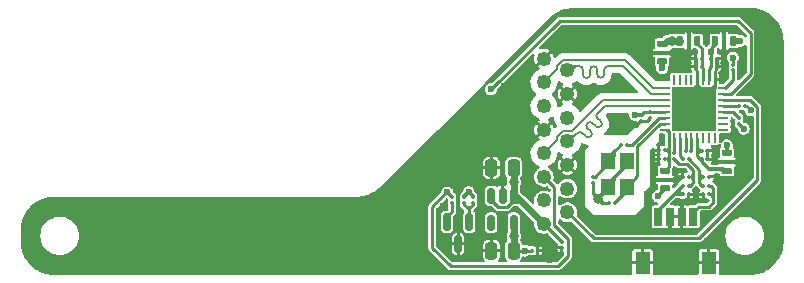
<source format=gbr>
%TF.GenerationSoftware,KiCad,Pcbnew,(6.0.5-0)*%
%TF.CreationDate,2025-05-14T10:57:02-04:00*%
%TF.ProjectId,SDTV2CSI,53445456-3243-4534-992e-6b696361645f,rev?*%
%TF.SameCoordinates,Original*%
%TF.FileFunction,Copper,L1,Top*%
%TF.FilePolarity,Positive*%
%FSLAX46Y46*%
G04 Gerber Fmt 4.6, Leading zero omitted, Abs format (unit mm)*
G04 Created by KiCad (PCBNEW (6.0.5-0)) date 2025-05-14 10:57:02*
%MOMM*%
%LPD*%
G01*
G04 APERTURE LIST*
G04 Aperture macros list*
%AMRoundRect*
0 Rectangle with rounded corners*
0 $1 Rounding radius*
0 $2 $3 $4 $5 $6 $7 $8 $9 X,Y pos of 4 corners*
0 Add a 4 corners polygon primitive as box body*
4,1,4,$2,$3,$4,$5,$6,$7,$8,$9,$2,$3,0*
0 Add four circle primitives for the rounded corners*
1,1,$1+$1,$2,$3*
1,1,$1+$1,$4,$5*
1,1,$1+$1,$6,$7*
1,1,$1+$1,$8,$9*
0 Add four rect primitives between the rounded corners*
20,1,$1+$1,$2,$3,$4,$5,0*
20,1,$1+$1,$4,$5,$6,$7,0*
20,1,$1+$1,$6,$7,$8,$9,0*
20,1,$1+$1,$8,$9,$2,$3,0*%
%AMFreePoly0*
4,1,27,0.176074,0.404555,0.177236,0.404473,0.177775,0.403851,0.178536,0.403536,0.178982,0.402459,0.179743,0.401581,0.279743,0.101581,0.279685,0.100761,0.280000,0.100000,0.280000,-0.100000,0.279685,-0.100761,0.279743,-0.101581,0.179743,-0.401581,0.178982,-0.402459,0.178536,-0.403536,0.177775,-0.403851,0.177236,-0.404473,0.176074,-0.404555,0.175000,-0.405000,-0.275000,-0.405000,
-0.278536,-0.403536,-0.280000,-0.400000,-0.280000,0.400000,-0.278536,0.403536,-0.275000,0.405000,0.175000,0.405000,0.176074,0.404555,0.176074,0.404555,$1*%
%AMFreePoly1*
4,1,27,0.278536,0.403536,0.280000,0.400000,0.280000,-0.400000,0.278536,-0.403536,0.275000,-0.405000,-0.175000,-0.405000,-0.176074,-0.404556,-0.177236,-0.404473,-0.177775,-0.403851,-0.178536,-0.403536,-0.178982,-0.402459,-0.179743,-0.401581,-0.279743,-0.101581,-0.279685,-0.100761,-0.280000,-0.100000,-0.280000,0.100000,-0.279685,0.100761,-0.279743,0.101581,-0.179743,0.401581,-0.178982,0.402459,
-0.178536,0.403536,-0.177775,0.403851,-0.177236,0.404473,-0.176074,0.404556,-0.175000,0.405000,0.275000,0.405000,0.278536,0.403536,0.278536,0.403536,$1*%
G04 Aperture macros list end*
%TA.AperFunction,SMDPad,CuDef*%
%ADD10RoundRect,0.057000X-0.115500X-0.093000X0.115500X-0.093000X0.115500X0.093000X-0.115500X0.093000X0*%
%TD*%
%TA.AperFunction,SMDPad,CuDef*%
%ADD11RoundRect,0.057000X0.093000X-0.115500X0.093000X0.115500X-0.093000X0.115500X-0.093000X-0.115500X0*%
%TD*%
%TA.AperFunction,SMDPad,CuDef*%
%ADD12RoundRect,0.057000X0.115500X0.093000X-0.115500X0.093000X-0.115500X-0.093000X0.115500X-0.093000X0*%
%TD*%
%TA.AperFunction,SMDPad,CuDef*%
%ADD13RoundRect,0.250000X-0.250000X-0.475000X0.250000X-0.475000X0.250000X0.475000X-0.250000X0.475000X0*%
%TD*%
%TA.AperFunction,SMDPad,CuDef*%
%ADD14FreePoly0,0.000000*%
%TD*%
%TA.AperFunction,SMDPad,CuDef*%
%ADD15R,0.300000X1.200000*%
%TD*%
%TA.AperFunction,SMDPad,CuDef*%
%ADD16FreePoly1,0.000000*%
%TD*%
%TA.AperFunction,SMDPad,CuDef*%
%ADD17RoundRect,0.150000X-0.150000X0.512500X-0.150000X-0.512500X0.150000X-0.512500X0.150000X0.512500X0*%
%TD*%
%TA.AperFunction,SMDPad,CuDef*%
%ADD18RoundRect,0.057000X-0.093000X0.115500X-0.093000X-0.115500X0.093000X-0.115500X0.093000X0.115500X0*%
%TD*%
%TA.AperFunction,SMDPad,CuDef*%
%ADD19FreePoly0,270.000000*%
%TD*%
%TA.AperFunction,SMDPad,CuDef*%
%ADD20R,1.200000X0.300000*%
%TD*%
%TA.AperFunction,SMDPad,CuDef*%
%ADD21FreePoly1,270.000000*%
%TD*%
%TA.AperFunction,SMDPad,CuDef*%
%ADD22FreePoly0,90.000000*%
%TD*%
%TA.AperFunction,SMDPad,CuDef*%
%ADD23FreePoly1,90.000000*%
%TD*%
%TA.AperFunction,SMDPad,CuDef*%
%ADD24R,0.660400X1.549400*%
%TD*%
%TA.AperFunction,SMDPad,CuDef*%
%ADD25R,1.295400X1.905000*%
%TD*%
%TA.AperFunction,SMDPad,CuDef*%
%ADD26FreePoly0,180.000000*%
%TD*%
%TA.AperFunction,SMDPad,CuDef*%
%ADD27FreePoly1,180.000000*%
%TD*%
%TA.AperFunction,SMDPad,CuDef*%
%ADD28R,0.254000X0.812800*%
%TD*%
%TA.AperFunction,SMDPad,CuDef*%
%ADD29R,0.812800X0.254000*%
%TD*%
%TA.AperFunction,SMDPad,CuDef*%
%ADD30R,3.759200X3.759200*%
%TD*%
%TA.AperFunction,SMDPad,CuDef*%
%ADD31RoundRect,0.150000X-0.150000X0.587500X-0.150000X-0.587500X0.150000X-0.587500X0.150000X0.587500X0*%
%TD*%
%TA.AperFunction,SMDPad,CuDef*%
%ADD32R,1.200000X1.400000*%
%TD*%
%TA.AperFunction,ComponentPad*%
%ADD33C,1.250000*%
%TD*%
%TA.AperFunction,ViaPad*%
%ADD34C,0.600000*%
%TD*%
%TA.AperFunction,ViaPad*%
%ADD35C,0.800000*%
%TD*%
%TA.AperFunction,Conductor*%
%ADD36C,0.250000*%
%TD*%
%TA.AperFunction,Conductor*%
%ADD37C,0.300000*%
%TD*%
%TA.AperFunction,Conductor*%
%ADD38C,0.254000*%
%TD*%
%TA.AperFunction,Conductor*%
%ADD39C,0.500000*%
%TD*%
%TA.AperFunction,Conductor*%
%ADD40C,0.600000*%
%TD*%
%TA.AperFunction,Conductor*%
%ADD41C,0.200000*%
%TD*%
G04 APERTURE END LIST*
D10*
%TO.P,C10,1*%
%TO.N,AVDD*%
X73350000Y-63000000D03*
%TO.P,C10,2*%
%TO.N,GND*%
X73850000Y-63000000D03*
%TD*%
D11*
%TO.P,C17,1*%
%TO.N,GND*%
X64200000Y-65000000D03*
%TO.P,C17,2*%
%TO.N,Net-(C17-Pad2)*%
X64200000Y-64500000D03*
%TD*%
D12*
%TO.P,C1,1*%
%TO.N,GND*%
X74650000Y-55200000D03*
%TO.P,C1,2*%
%TO.N,DVDDIO*%
X74150000Y-55200000D03*
%TD*%
D10*
%TO.P,R2,1*%
%TO.N,GND*%
X71750000Y-64500000D03*
%TO.P,R2,2*%
%TO.N,Net-(C11-Pad2)*%
X72250000Y-64500000D03*
%TD*%
%TO.P,R1,1*%
%TO.N,video_in1*%
X71750000Y-65250000D03*
%TO.P,R1,2*%
%TO.N,Net-(C11-Pad2)*%
X72250000Y-65250000D03*
%TD*%
D12*
%TO.P,C6,1*%
%TO.N,DVDD*%
X73350000Y-54500000D03*
%TO.P,C6,2*%
%TO.N,GND*%
X72850000Y-54500000D03*
%TD*%
D13*
%TO.P,C15,1*%
%TO.N,GND*%
X55550000Y-70750000D03*
%TO.P,C15,2*%
%TO.N,+1V8*%
X57450000Y-70750000D03*
%TD*%
D14*
%TO.P,F3,1*%
%TO.N,+1V8*%
X71525000Y-53000000D03*
D15*
%TO.P,F3,2_4*%
%TO.N,GND*%
X72250000Y-53000000D03*
D16*
%TO.P,F3,3*%
%TO.N,DVDD*%
X72975000Y-53000000D03*
%TD*%
D10*
%TO.P,C16,1*%
%TO.N,GND*%
X65500000Y-66700000D03*
%TO.P,C16,2*%
%TO.N,XN*%
X66000000Y-66700000D03*
%TD*%
D17*
%TO.P,U2,1,IN*%
%TO.N,+3V3*%
X57450000Y-66112500D03*
%TO.P,U2,2,GND*%
%TO.N,GND*%
X56500000Y-66112500D03*
%TO.P,U2,3,EN*%
%TO.N,+3V3*%
X55550000Y-66112500D03*
%TO.P,U2,4,NC*%
%TO.N,unconnected-(U2-Pad4)*%
X55550000Y-68387500D03*
%TO.P,U2,5,OUT*%
%TO.N,+1V8*%
X57450000Y-68387500D03*
%TD*%
D12*
%TO.P,R3,1*%
%TO.N,video_in2*%
X74000000Y-65250000D03*
%TO.P,R3,2*%
%TO.N,Net-(C12-Pad2)*%
X73500000Y-65250000D03*
%TD*%
%TO.P,C13,1*%
%TO.N,Net-(C13-Pad1)*%
X72500000Y-62300000D03*
%TO.P,C13,2*%
%TO.N,Net-(C13-Pad2)*%
X72000000Y-62300000D03*
%TD*%
D18*
%TO.P,R6,1*%
%TO.N,DVDDIO*%
X76000000Y-55000000D03*
%TO.P,R6,2*%
%TO.N,Net-(R6-Pad2)*%
X76000000Y-55500000D03*
%TD*%
D13*
%TO.P,C14,1*%
%TO.N,GND*%
X55550000Y-63750000D03*
%TO.P,C14,2*%
%TO.N,+3V3*%
X57450000Y-63750000D03*
%TD*%
D19*
%TO.P,F2,1*%
%TO.N,+1V8*%
X70000000Y-53275000D03*
D20*
%TO.P,F2,2_4*%
%TO.N,GND*%
X70000000Y-54000000D03*
D21*
%TO.P,F2,3*%
%TO.N,MVDD*%
X70000000Y-54725000D03*
%TD*%
D22*
%TO.P,F4,1*%
%TO.N,+1V8*%
X70250000Y-65475000D03*
D20*
%TO.P,F4,2_4*%
%TO.N,GND*%
X70250000Y-64750000D03*
D23*
%TO.P,F4,3*%
%TO.N,PVDD*%
X70250000Y-64025000D03*
%TD*%
D12*
%TO.P,D4,1,K*%
%TO.N,video_in2*%
X74000000Y-66000000D03*
%TO.P,D4,2,A*%
%TO.N,GND*%
X73500000Y-66000000D03*
%TD*%
%TO.P,R7,1*%
%TO.N,DVDDIO*%
X77000000Y-58500000D03*
%TO.P,R7,2*%
%TO.N,Net-(R7-Pad2)*%
X76500000Y-58500000D03*
%TD*%
D18*
%TO.P,C4,1*%
%TO.N,MVDD*%
X68250000Y-59250000D03*
%TO.P,C4,2*%
%TO.N,GND*%
X68250000Y-59750000D03*
%TD*%
%TO.P,R5,1*%
%TO.N,Net-(R5-Pad1)*%
X76500000Y-59500000D03*
%TO.P,R5,2*%
%TO.N,PWR_EN*%
X76500000Y-60000000D03*
%TD*%
D11*
%TO.P,R9,1*%
%TO.N,Net-(D5-Pad1)*%
X53250000Y-66750000D03*
%TO.P,R9,2*%
%TO.N,LED_EN*%
X53250000Y-66250000D03*
%TD*%
D12*
%TO.P,R4,1*%
%TO.N,GND*%
X74000000Y-64500000D03*
%TO.P,R4,2*%
%TO.N,Net-(C12-Pad2)*%
X73500000Y-64500000D03*
%TD*%
D24*
%TO.P,J2,1,1*%
%TO.N,video_in1*%
X69655750Y-67901500D03*
%TO.P,J2,2,2*%
%TO.N,GND*%
X70655751Y-67901500D03*
%TO.P,J2,3,3*%
X71655749Y-67901500D03*
%TO.P,J2,4,4*%
%TO.N,video_in2*%
X72655750Y-67901500D03*
D25*
%TO.P,J2,5*%
%TO.N,GND*%
X73955749Y-71776501D03*
%TO.P,J2,6*%
X68355751Y-71776501D03*
%TD*%
D26*
%TO.P,F1,1*%
%TO.N,+3V3*%
X75975000Y-53000000D03*
D15*
%TO.P,F1,2_4*%
%TO.N,GND*%
X75250000Y-53000000D03*
D27*
%TO.P,F1,3*%
%TO.N,DVDDIO*%
X74525000Y-53000000D03*
%TD*%
D11*
%TO.P,C3,1*%
%TO.N,GND*%
X69000000Y-59500000D03*
%TO.P,C3,2*%
%TO.N,MVDD*%
X69000000Y-59000000D03*
%TD*%
D18*
%TO.P,C11,1*%
%TO.N,video1*%
X71000000Y-62500000D03*
%TO.P,C11,2*%
%TO.N,Net-(C11-Pad2)*%
X71000000Y-63000000D03*
%TD*%
D10*
%TO.P,C12,1*%
%TO.N,video2*%
X71750000Y-63000000D03*
%TO.P,C12,2*%
%TO.N,Net-(C12-Pad2)*%
X72250000Y-63000000D03*
%TD*%
D28*
%TO.P,U1,1,DGND*%
%TO.N,GND*%
X74499999Y-56298900D03*
%TO.P,U1,2,DVDDIO*%
%TO.N,DVDDIO*%
X74000000Y-56298900D03*
%TO.P,U1,3,DVDD*%
%TO.N,DVDD*%
X73500001Y-56298900D03*
%TO.P,U1,4,DGND*%
%TO.N,GND*%
X73000000Y-56298900D03*
%TO.P,U1,5,\u002AINTRQ*%
%TO.N,unconnected-(U1-Pad5)*%
X72500000Y-56298900D03*
%TO.P,U1,6,GPO2*%
%TO.N,unconnected-(U1-Pad6)*%
X71999999Y-56298900D03*
%TO.P,U1,7,GPO1*%
%TO.N,unconnected-(U1-Pad7)*%
X71500000Y-56298900D03*
%TO.P,U1,8,GPO0*%
%TO.N,unconnected-(U1-Pad8)*%
X71000001Y-56298900D03*
D29*
%TO.P,U1,9,D0P*%
%TO.N,CD0+*%
X70298900Y-57000001D03*
%TO.P,U1,10,D0N*%
%TO.N,CD0-*%
X70298900Y-57500000D03*
%TO.P,U1,11,CLKP*%
%TO.N,CLK+*%
X70298900Y-57999999D03*
%TO.P,U1,12,CLKN*%
%TO.N,CLK-*%
X70298900Y-58500000D03*
%TO.P,U1,13,MVDD*%
%TO.N,MVDD*%
X70298900Y-59000000D03*
%TO.P,U1,14,XTALP*%
%TO.N,XP*%
X70298900Y-59500001D03*
%TO.P,U1,15,XTALN*%
%TO.N,XN*%
X70298900Y-60000000D03*
%TO.P,U1,16,PVDD*%
%TO.N,PVDD*%
X70298900Y-60499999D03*
D28*
%TO.P,U1,17,AIN1*%
%TO.N,video1*%
X71000001Y-61201100D03*
%TO.P,U1,18,AIN2*%
%TO.N,video2*%
X71500000Y-61201100D03*
%TO.P,U1,19,VREFP*%
%TO.N,Net-(C13-Pad2)*%
X71999999Y-61201100D03*
%TO.P,U1,20,VREFN*%
%TO.N,Net-(C13-Pad1)*%
X72500000Y-61201100D03*
%TO.P,U1,21,AVDD*%
%TO.N,AVDD*%
X73000000Y-61201100D03*
%TO.P,U1,22,AIN3*%
%TO.N,unconnected-(U1-Pad22)*%
X73500001Y-61201100D03*
%TO.P,U1,23,AIN4*%
%TO.N,unconnected-(U1-Pad23)*%
X74000000Y-61201100D03*
%TO.P,U1,24,AIN5*%
%TO.N,unconnected-(U1-Pad24)*%
X74499999Y-61201100D03*
D29*
%TO.P,U1,25,AIN6*%
%TO.N,unconnected-(U1-Pad25)*%
X75201100Y-60499999D03*
%TO.P,U1,26,AIN7*%
%TO.N,unconnected-(U1-Pad26)*%
X75201100Y-60000000D03*
%TO.P,U1,27,AIN8*%
%TO.N,unconnected-(U1-Pad27)*%
X75201100Y-59500001D03*
%TO.P,U1,28,\u002ARESET*%
%TO.N,Net-(R5-Pad1)*%
X75201100Y-59000000D03*
%TO.P,U1,29,ALSB*%
%TO.N,Net-(R7-Pad2)*%
X75201100Y-58500000D03*
%TO.P,U1,30,SDATA*%
%TO.N,CSDA*%
X75201100Y-57999999D03*
%TO.P,U1,31,SCLK*%
%TO.N,CSCL*%
X75201100Y-57500000D03*
%TO.P,U1,32,\u002APWRDWN*%
%TO.N,Net-(R6-Pad2)*%
X75201100Y-57000001D03*
D30*
%TO.P,U1,33,EPAD*%
%TO.N,GND*%
X72750000Y-58750000D03*
%TD*%
D10*
%TO.P,D2,1,K*%
%TO.N,+1V8*%
X59000000Y-70750000D03*
%TO.P,D2,2,A*%
%TO.N,GND*%
X59500000Y-70750000D03*
%TD*%
D19*
%TO.P,F5,1*%
%TO.N,+1V8*%
X75500000Y-62525000D03*
D20*
%TO.P,F5,2_4*%
%TO.N,GND*%
X75500000Y-63250000D03*
D21*
%TO.P,F5,3*%
%TO.N,AVDD*%
X75500000Y-63975000D03*
%TD*%
D10*
%TO.P,C5,1*%
%TO.N,GND*%
X72850000Y-55200000D03*
%TO.P,C5,2*%
%TO.N,DVDD*%
X73350000Y-55200000D03*
%TD*%
%TO.P,C2,1*%
%TO.N,DVDDIO*%
X74150000Y-54500000D03*
%TO.P,C2,2*%
%TO.N,GND*%
X74650000Y-54500000D03*
%TD*%
D31*
%TO.P,D5,1,A1*%
%TO.N,Net-(D5-Pad1)*%
X53700000Y-68312500D03*
%TO.P,D5,2,A2*%
%TO.N,Net-(D5-Pad2)*%
X51800000Y-68312500D03*
%TO.P,D5,3,K*%
%TO.N,GND*%
X52750000Y-70187500D03*
%TD*%
D10*
%TO.P,D3,1,K*%
%TO.N,video_in1*%
X71750000Y-66000000D03*
%TO.P,D3,2,A*%
%TO.N,GND*%
X72250000Y-66000000D03*
%TD*%
D11*
%TO.P,R11,1*%
%TO.N,Net-(D5-Pad2)*%
X52250000Y-66750000D03*
%TO.P,R11,2*%
%TO.N,PWR_EN*%
X52250000Y-66250000D03*
%TD*%
D12*
%TO.P,C9,1*%
%TO.N,GND*%
X73850000Y-62300000D03*
%TO.P,C9,2*%
%TO.N,AVDD*%
X73350000Y-62300000D03*
%TD*%
D18*
%TO.P,D1,1,K*%
%TO.N,+3V3*%
X61500000Y-70000000D03*
%TO.P,D1,2,A*%
%TO.N,GND*%
X61500000Y-70500000D03*
%TD*%
D11*
%TO.P,R10,1*%
%TO.N,Net-(D5-Pad1)*%
X54000000Y-66750000D03*
%TO.P,R10,2*%
%TO.N,LED_EN*%
X54000000Y-66250000D03*
%TD*%
D10*
%TO.P,C7,1*%
%TO.N,GND*%
X69750000Y-62250000D03*
%TO.P,C7,2*%
%TO.N,PVDD*%
X70250000Y-62250000D03*
%TD*%
D12*
%TO.P,C8,1*%
%TO.N,PVDD*%
X70250000Y-63000000D03*
%TO.P,C8,2*%
%TO.N,GND*%
X69750000Y-63000000D03*
%TD*%
D10*
%TO.P,R8,1*%
%TO.N,Net-(C17-Pad2)*%
X66500000Y-61800000D03*
%TO.P,R8,2*%
%TO.N,XP*%
X67000000Y-61800000D03*
%TD*%
D32*
%TO.P,Y1,1,1*%
%TO.N,XN*%
X67050000Y-65350000D03*
%TO.P,Y1,2,2*%
%TO.N,GND*%
X67050000Y-63150000D03*
%TO.P,Y1,3,3*%
%TO.N,Net-(C17-Pad2)*%
X65450000Y-63150000D03*
%TO.P,Y1,4,4*%
%TO.N,GND*%
X65450000Y-65350000D03*
%TD*%
D33*
%TO.P,J1,1*%
%TO.N,+3V3*%
X60000000Y-68500000D03*
%TO.P,J1,2*%
%TO.N,CSDA*%
X62000000Y-67500000D03*
%TO.P,J1,3*%
%TO.N,CSCL*%
X60000000Y-66500000D03*
%TO.P,J1,4*%
%TO.N,LED_EN*%
X62000000Y-65500000D03*
%TO.P,J1,5*%
%TO.N,PWR_EN*%
X60000000Y-64500000D03*
%TO.P,J1,6*%
%TO.N,GND*%
X62000000Y-63500000D03*
%TO.P,J1,7*%
%TO.N,CLK+*%
X60000000Y-62500000D03*
%TO.P,J1,8*%
%TO.N,CLK-*%
X62000000Y-61500000D03*
%TO.P,J1,9*%
%TO.N,GND*%
X60000000Y-60500000D03*
%TO.P,J1,10*%
%TO.N,CD1+*%
X62000000Y-59500000D03*
%TO.P,J1,11*%
%TO.N,CD1-*%
X60000000Y-58499998D03*
%TO.P,J1,12*%
%TO.N,GND*%
X62000000Y-57500000D03*
%TO.P,J1,13*%
%TO.N,CD0+*%
X60000000Y-56500000D03*
%TO.P,J1,14*%
%TO.N,CD0-*%
X62000000Y-55500000D03*
%TO.P,J1,15*%
%TO.N,GND*%
X60000000Y-54500000D03*
%TD*%
D34*
%TO.N,GND*%
X75800000Y-65450000D03*
X72200000Y-55150000D03*
X66950000Y-53650000D03*
X67400000Y-57110000D03*
X77970000Y-56220000D03*
X72830000Y-70400000D03*
X67840000Y-60120000D03*
X72870000Y-66000000D03*
X50230000Y-71180000D03*
X61680000Y-50700000D03*
X76440000Y-50700000D03*
X69100000Y-54000000D03*
X69350000Y-63650000D03*
X72250000Y-53900000D03*
X52640000Y-65350000D03*
X61120000Y-52930000D03*
X51820000Y-70260000D03*
X64200000Y-70350000D03*
X72250000Y-52100000D03*
X77420000Y-64430000D03*
X54480000Y-64050000D03*
X76830000Y-57370000D03*
X71650000Y-66710000D03*
X70900000Y-54000000D03*
X69350000Y-64750000D03*
D35*
X64550000Y-66350000D03*
D34*
X75250000Y-52100000D03*
X78120000Y-51980000D03*
X66000000Y-56050000D03*
X58330000Y-69530000D03*
X75250000Y-53900000D03*
X75130000Y-61130000D03*
X51500000Y-66950000D03*
X74600000Y-63250000D03*
X71150000Y-64750000D03*
X73840000Y-69900000D03*
X77330000Y-59650000D03*
X73660000Y-68180000D03*
X60520000Y-71510000D03*
X78710000Y-64890000D03*
X70650000Y-69090000D03*
X65650000Y-59390000D03*
X69390000Y-55800000D03*
X65620000Y-60700000D03*
X56630000Y-56850000D03*
X58290000Y-55880000D03*
X76400000Y-63250000D03*
X56500000Y-65020000D03*
X64500000Y-69000000D03*
%TO.N,+3V3*%
X76580000Y-53000000D03*
D35*
X57450000Y-64970000D03*
%TO.N,+1V8*%
X57450000Y-69540000D03*
D34*
X69660000Y-66150000D03*
X58400000Y-70750000D03*
X75500000Y-61830000D03*
D35*
X70820000Y-53000000D03*
D34*
%TO.N,PWR_EN*%
X51830000Y-65830000D03*
X76920000Y-60420000D03*
%TO.N,LED_EN*%
X53630000Y-65790000D03*
%TO.N,DVDDIO*%
X77510000Y-58870000D03*
X76000000Y-54410000D03*
X74150000Y-53920000D03*
%TO.N,MVDD*%
X67690000Y-59250000D03*
X70000000Y-55320000D03*
%TO.N,CSCL*%
X55510000Y-57100000D03*
%TD*%
D36*
%TO.N,GND*%
X72900000Y-55470311D02*
X72900000Y-55300000D01*
X74599820Y-55431479D02*
X74599820Y-55375180D01*
X73000000Y-55570311D02*
X72900000Y-55470311D01*
D37*
X75250000Y-53000000D02*
X75250000Y-53900000D01*
D36*
X64200000Y-65900000D02*
X64200000Y-66000000D01*
D38*
X71750000Y-64500000D02*
X71650000Y-64500000D01*
D36*
X74499999Y-56298900D02*
X74499999Y-56725001D01*
D37*
X72250000Y-53000000D02*
X72250000Y-53900000D01*
X75500000Y-63250000D02*
X76400000Y-63250000D01*
D38*
X69000000Y-59500000D02*
X68750000Y-59750000D01*
D36*
X74499999Y-57000001D02*
X72750000Y-58750000D01*
D37*
X67880000Y-60120000D02*
X67840000Y-60120000D01*
X65450000Y-65350000D02*
X65450000Y-65450000D01*
D36*
X64900000Y-66700000D02*
X64550000Y-66350000D01*
X74499999Y-56725001D02*
X74225000Y-57000000D01*
X74599820Y-55431479D02*
X74599820Y-55300000D01*
X73000000Y-56725000D02*
X73225000Y-56950000D01*
D37*
X70655751Y-69084249D02*
X70650000Y-69090000D01*
D36*
X65925000Y-64550000D02*
X65450000Y-65025000D01*
X73000000Y-56725000D02*
X72750000Y-56975000D01*
D37*
X70655751Y-67901500D02*
X70655751Y-69084249D01*
X70000000Y-54000000D02*
X70900000Y-54000000D01*
D36*
X73000000Y-56298900D02*
X73000000Y-56725000D01*
X72900000Y-55425000D02*
X72800000Y-55325000D01*
D37*
X68250000Y-59750000D02*
X67880000Y-60120000D01*
X71655749Y-66715749D02*
X71650000Y-66710000D01*
X75500000Y-63250000D02*
X74600000Y-63250000D01*
X70000000Y-54000000D02*
X69100000Y-54000000D01*
D36*
X65040000Y-66700000D02*
X64900000Y-66700000D01*
D37*
X70250000Y-64750000D02*
X69350000Y-64750000D01*
D36*
X65500000Y-66700000D02*
X65040000Y-66700000D01*
X72850000Y-55200000D02*
X72850000Y-54500000D01*
D38*
X71650000Y-64500000D02*
X71350000Y-64800000D01*
D37*
X70250000Y-64750000D02*
X71150000Y-64750000D01*
X65450000Y-65450000D02*
X64550000Y-66350000D01*
D36*
X65925000Y-64550000D02*
X65925000Y-64750000D01*
X74499999Y-56298900D02*
X74499999Y-57000001D01*
X67050000Y-63425000D02*
X65925000Y-64550000D01*
D37*
X72250000Y-53000000D02*
X72250000Y-52100000D01*
D38*
X68750000Y-59750000D02*
X68250000Y-59750000D01*
D36*
X72900000Y-55470311D02*
X72900000Y-55425000D01*
X74499999Y-55531300D02*
X74599820Y-55431479D01*
X64200000Y-65900000D02*
X64580000Y-66280000D01*
D37*
X71655749Y-67901500D02*
X71655749Y-66715749D01*
D36*
X74599820Y-55375180D02*
X74700000Y-55275000D01*
X64200000Y-65000000D02*
X64200000Y-65900000D01*
X74650000Y-55200000D02*
X74650000Y-54500000D01*
X73000000Y-56298900D02*
X73000000Y-55570311D01*
X67050000Y-63150000D02*
X67050000Y-63425000D01*
D37*
X75250000Y-53000000D02*
X75250000Y-52100000D01*
D36*
X65450000Y-65025000D02*
X65450000Y-65350000D01*
X64200000Y-66000000D02*
X64550000Y-66350000D01*
X65040000Y-66700000D02*
X64720000Y-66380000D01*
X74499999Y-56298900D02*
X74499999Y-55531300D01*
D39*
%TO.N,+3V3*%
X75975000Y-53000000D02*
X76580000Y-53000000D01*
D40*
X57975000Y-66475000D02*
X57550000Y-66475000D01*
X57450000Y-64970000D02*
X57450000Y-63750000D01*
X58237500Y-66737500D02*
X57975000Y-66475000D01*
D36*
X57450000Y-66460000D02*
X57450000Y-66112500D01*
X61500000Y-70000000D02*
X60000000Y-68500000D01*
X57450000Y-66110339D02*
X57450000Y-66427160D01*
X55690000Y-66600000D02*
X56150000Y-67060000D01*
D40*
X60000000Y-68500000D02*
X58237500Y-66737500D01*
X58237500Y-66737500D02*
X57450000Y-65950000D01*
D36*
X56150000Y-67060000D02*
X56850000Y-67060000D01*
D40*
X57450000Y-66112500D02*
X57450000Y-64970000D01*
D36*
X56850000Y-67060000D02*
X57450000Y-66460000D01*
D37*
%TO.N,+1V8*%
X70250000Y-65560000D02*
X69660000Y-66150000D01*
X75500000Y-62525000D02*
X75500000Y-61830000D01*
D40*
X57450000Y-69540000D02*
X57450000Y-70750000D01*
X70450000Y-53000000D02*
X70260000Y-53190000D01*
X70820000Y-53000000D02*
X70450000Y-53000000D01*
X71525000Y-53000000D02*
X70820000Y-53000000D01*
X57450000Y-68387500D02*
X57450000Y-69540000D01*
D36*
X58400000Y-70750000D02*
X57450000Y-70750000D01*
D37*
X70250000Y-65475000D02*
X70250000Y-65560000D01*
D36*
X59000000Y-70750000D02*
X58400000Y-70750000D01*
D38*
%TO.N,video1*%
X71000001Y-61201100D02*
X71000000Y-62500000D01*
%TO.N,Net-(C11-Pad2)*%
X72514103Y-63835897D02*
X72610000Y-63931794D01*
X72610000Y-64820000D02*
X72610000Y-65010000D01*
X72107526Y-63429320D02*
X72514103Y-63835897D01*
X72610000Y-64280000D02*
X72420000Y-64470000D01*
X71726192Y-63429320D02*
X72107526Y-63429320D01*
X72610000Y-64170000D02*
X72610000Y-64820000D01*
X72610000Y-64820000D02*
X72610000Y-64720000D01*
X72610000Y-64170000D02*
X72610000Y-64280000D01*
X71429320Y-63429320D02*
X71726192Y-63429320D01*
X71000000Y-63000000D02*
X71429320Y-63429320D01*
X72610000Y-63931794D02*
X72610000Y-64170000D01*
X72610000Y-64720000D02*
X72430000Y-64540000D01*
X72610000Y-65010000D02*
X72350000Y-65270000D01*
%TO.N,video2*%
X71500000Y-62750000D02*
X71750000Y-63000000D01*
X71500000Y-61201100D02*
X71500000Y-62750000D01*
D36*
%TO.N,Net-(C12-Pad2)*%
X73140000Y-63890000D02*
X72250000Y-63000000D01*
X73140000Y-64160000D02*
X73140000Y-63890000D01*
X73140000Y-64290000D02*
X73370000Y-64520000D01*
X73500000Y-64500000D02*
X73360000Y-64500000D01*
X73140000Y-64720000D02*
X73140000Y-64160000D01*
X73140000Y-65030000D02*
X73370000Y-65260000D01*
X73140000Y-64160000D02*
X73140000Y-64290000D01*
X73360000Y-64500000D02*
X73140000Y-64720000D01*
X73140000Y-64720000D02*
X73140000Y-65030000D01*
%TO.N,Net-(C17-Pad2)*%
X65450000Y-62850000D02*
X65450000Y-63150000D01*
X66062500Y-62237500D02*
X65925000Y-62375000D01*
X64300000Y-64500000D02*
X64200000Y-64500000D01*
X66062500Y-62237500D02*
X65450000Y-62850000D01*
X66500000Y-61800000D02*
X66062500Y-62237500D01*
X65925000Y-62375000D02*
X65925000Y-62725000D01*
X65100000Y-63700000D02*
X64300000Y-64500000D01*
%TO.N,Net-(D5-Pad1)*%
X53700000Y-68312500D02*
X53700000Y-67340000D01*
X53700000Y-67340000D02*
X53700000Y-67180000D01*
X53780000Y-67100000D02*
X53470000Y-67100000D01*
X53470000Y-67100000D02*
X53700000Y-67330000D01*
X53700000Y-67180000D02*
X53780000Y-67100000D01*
X53250000Y-66880000D02*
X53250000Y-66750000D01*
X53700000Y-67330000D02*
X53700000Y-67340000D01*
X54000000Y-66880000D02*
X53780000Y-67100000D01*
X54000000Y-66750000D02*
X54000000Y-66880000D01*
X53470000Y-67100000D02*
X53250000Y-66880000D01*
%TO.N,Net-(D5-Pad2)*%
X52250000Y-67430000D02*
X51880000Y-67800000D01*
X52250000Y-66750000D02*
X52250000Y-67430000D01*
D38*
%TO.N,Net-(R5-Pad1)*%
X76000000Y-59000000D02*
X76500000Y-59500000D01*
X75201100Y-59000000D02*
X76000000Y-59000000D01*
D41*
%TO.N,CD0-*%
X62688603Y-55136397D02*
X62300000Y-55525000D01*
X69056800Y-57475000D02*
X69664299Y-57475000D01*
X64511397Y-55436397D02*
X64511397Y-55823932D01*
X63311397Y-55436397D02*
X63311397Y-55836397D01*
X62000000Y-55136397D02*
X62763603Y-55136397D01*
X65411397Y-55136397D02*
X65423914Y-55136397D01*
X62763603Y-55136397D02*
X62688603Y-55136397D01*
X66718197Y-55136397D02*
X69056800Y-57475000D01*
X69664299Y-57475000D02*
X69689299Y-57500000D01*
X63911397Y-55836397D02*
X63911397Y-55436397D01*
X62763603Y-55136397D02*
X63011397Y-55136397D01*
X65111397Y-55823932D02*
X65111397Y-55436397D01*
X65423914Y-55136397D02*
X66718197Y-55136397D01*
X69689299Y-57500000D02*
X70298900Y-57500000D01*
X63611397Y-56136403D02*
G75*
G02*
X63311397Y-55836397I3J300003D01*
G01*
X63911397Y-55836397D02*
G75*
G02*
X63611397Y-56136397I-299997J-3D01*
G01*
X63311403Y-55436397D02*
G75*
G03*
X63011397Y-55136397I-300003J-3D01*
G01*
X65111432Y-55823932D02*
G75*
G02*
X64811397Y-56123932I-300032J32D01*
G01*
X64211397Y-55136397D02*
G75*
G03*
X63911397Y-55436397I3J-300003D01*
G01*
X64811397Y-56123903D02*
G75*
G02*
X64511397Y-55823932I3J300003D01*
G01*
X64511403Y-55436397D02*
G75*
G03*
X64211397Y-55136397I-300003J-3D01*
G01*
X65411397Y-55136397D02*
G75*
G03*
X65111397Y-55436397I3J-300003D01*
G01*
%TO.N,CD0+*%
X69243201Y-57025001D02*
X69664299Y-57025001D01*
X69689299Y-57000001D02*
X70298900Y-57000001D01*
X62363395Y-54622689D02*
X62365706Y-54625000D01*
X61122689Y-55136605D02*
X61636605Y-54622689D01*
X61636605Y-54622689D02*
X62363395Y-54622689D01*
X60000000Y-56500000D02*
X61122689Y-55377311D01*
X61122689Y-55377311D02*
X61122689Y-55136605D01*
X66843200Y-54625000D02*
X69243201Y-57025001D01*
X69664299Y-57025001D02*
X69689299Y-57000001D01*
X62365706Y-54625000D02*
X66843200Y-54625000D01*
%TO.N,CLK-*%
X64823999Y-59804148D02*
X64541156Y-59521305D01*
X63975470Y-60652676D02*
X63975470Y-60652677D01*
X69664298Y-58474999D02*
X69689299Y-58500000D01*
X69689299Y-58500000D02*
X70298900Y-58500000D01*
X63692628Y-59945571D02*
X63692629Y-59945571D01*
X62644100Y-60994100D02*
X62138200Y-61500000D01*
X63692627Y-59945570D02*
X63692628Y-59945571D01*
X62588200Y-61050000D02*
X62250000Y-61050000D01*
X62644100Y-60994100D02*
X62844100Y-60794100D01*
X62644100Y-60994100D02*
X62588200Y-61050000D01*
X64541157Y-59097042D02*
X64577890Y-59060310D01*
X64577890Y-59060310D02*
X65163201Y-58474999D01*
X65163201Y-58474999D02*
X69664298Y-58474999D01*
X64823999Y-59804147D02*
X64823999Y-59804148D01*
X62138200Y-61500000D02*
X62000000Y-61500000D01*
X64541156Y-59097041D02*
X64541157Y-59097042D01*
X64116893Y-59945571D02*
X64399735Y-60228413D01*
X63975470Y-60652677D02*
X63692627Y-60369834D01*
X63268364Y-60794100D02*
X63551206Y-61076942D01*
X64541183Y-59097068D02*
G75*
G03*
X64541156Y-59521305I212117J-212132D01*
G01*
X63692625Y-59945568D02*
G75*
G03*
X63692627Y-60369834I212175J-212132D01*
G01*
X64116892Y-59945572D02*
G75*
G03*
X63692630Y-59945572I-212131J-212131D01*
G01*
X64823979Y-59804167D02*
G75*
G02*
X64823999Y-60228413I-212079J-212133D01*
G01*
X64823998Y-60228412D02*
G75*
G02*
X64399736Y-60228412I-212131J212131D01*
G01*
X63975469Y-61076941D02*
G75*
G02*
X63551207Y-61076941I-212131J212131D01*
G01*
X63975478Y-60652668D02*
G75*
G02*
X63975469Y-61076941I-212178J-212132D01*
G01*
X63268363Y-60794101D02*
G75*
G03*
X62844101Y-60794101I-212131J-212131D01*
G01*
%TO.N,CLK+*%
X69664298Y-58025000D02*
X69689299Y-57999999D01*
X62363395Y-60622689D02*
X62365706Y-60625000D01*
X64976800Y-58025000D02*
X69664298Y-58025000D01*
X60000000Y-62500000D02*
X61122689Y-61377311D01*
X62376800Y-60625000D02*
X64976800Y-58025000D01*
X61122689Y-61136605D02*
X61636605Y-60622689D01*
X61636605Y-60622689D02*
X62363395Y-60622689D01*
X69689299Y-57999999D02*
X70298900Y-57999999D01*
X61122689Y-61377311D02*
X61122689Y-61136605D01*
X62365706Y-60625000D02*
X62376800Y-60625000D01*
D36*
%TO.N,PWR_EN*%
X76500000Y-60000000D02*
X76920000Y-60420000D01*
X61182689Y-72087311D02*
X52097311Y-72087311D01*
X62060000Y-69730000D02*
X62060000Y-71210000D01*
X62060000Y-71210000D02*
X61182689Y-72087311D01*
X52250000Y-66250000D02*
X51830000Y-65830000D01*
X50560000Y-70550000D02*
X50560000Y-67020000D01*
X60902311Y-65402311D02*
X60902311Y-68572311D01*
X51750000Y-65830000D02*
X51830000Y-65830000D01*
X52097311Y-72087311D02*
X50560000Y-70550000D01*
X60902311Y-68572311D02*
X62060000Y-69730000D01*
X60000000Y-64500000D02*
X60902311Y-65402311D01*
X50560000Y-67020000D02*
X51750000Y-65830000D01*
D37*
%TO.N,LED_EN*%
X53250000Y-66250000D02*
X53250000Y-66170000D01*
X54000000Y-66160000D02*
X53630000Y-65790000D01*
X54000000Y-66250000D02*
X54000000Y-66160000D01*
X53250000Y-66170000D02*
X53630000Y-65790000D01*
D38*
%TO.N,Net-(R7-Pad2)*%
X75201100Y-58500000D02*
X76500000Y-58500000D01*
D36*
%TO.N,video_in2*%
X73110000Y-67020000D02*
X74010000Y-67020000D01*
X72690000Y-67440000D02*
X73110000Y-67020000D01*
X74360000Y-66220000D02*
X74360000Y-65780000D01*
X74360000Y-65780000D02*
X74120000Y-66020000D01*
X74140000Y-65250000D02*
X74360000Y-65470000D01*
X74360000Y-66670000D02*
X74360000Y-66220000D01*
X74360000Y-65470000D02*
X74360000Y-65780000D01*
X74010000Y-67020000D02*
X74360000Y-66670000D01*
X74360000Y-66220000D02*
X74160000Y-66020000D01*
X74000000Y-65250000D02*
X74140000Y-65250000D01*
D38*
%TO.N,video_in1*%
X71365000Y-65765000D02*
X71290000Y-65840000D01*
X69655750Y-67284250D02*
X70820000Y-66120000D01*
X71445000Y-65765000D02*
X71670000Y-65990000D01*
X70820000Y-66120000D02*
X71445000Y-65495000D01*
X71750000Y-66000000D02*
X71290000Y-66000000D01*
X71445000Y-65495000D02*
X71690000Y-65250000D01*
X71445000Y-65765000D02*
X71365000Y-65765000D01*
X69655750Y-67901500D02*
X69655750Y-67284250D01*
X71690000Y-65250000D02*
X71750000Y-65250000D01*
X71445000Y-65495000D02*
X71445000Y-65765000D01*
X71290000Y-66000000D02*
X70940000Y-66000000D01*
X70940000Y-66000000D02*
X70820000Y-66120000D01*
D36*
%TO.N,XN*%
X67927311Y-64472689D02*
X67050000Y-65350000D01*
X70298900Y-60000000D02*
X69850000Y-60000000D01*
X67927311Y-61922689D02*
X67927311Y-64472689D01*
X67050000Y-65625000D02*
X66000000Y-66675000D01*
X67050000Y-65350000D02*
X67050000Y-65625000D01*
X69850000Y-60000000D02*
X67927311Y-61922689D01*
%TO.N,XP*%
X70298900Y-59500001D02*
X69781033Y-59500001D01*
X69781033Y-59500001D02*
X67481034Y-61800000D01*
X67000000Y-61800000D02*
X67481034Y-61800000D01*
%TO.N,DVDDIO*%
X74150000Y-54500000D02*
X74150000Y-53920000D01*
X74000000Y-55350000D02*
X74150000Y-55200000D01*
D38*
X77000000Y-58500000D02*
X77140000Y-58500000D01*
D36*
X74260000Y-53490000D02*
X74240000Y-53510000D01*
X74150000Y-55200000D02*
X74150000Y-54500000D01*
D38*
X76000000Y-55000000D02*
X76000000Y-54410000D01*
D36*
X74260000Y-53490000D02*
X74500000Y-53250000D01*
X74000000Y-56298900D02*
X74000000Y-55350000D01*
X74150000Y-53600000D02*
X74260000Y-53490000D01*
X74150000Y-53920000D02*
X74150000Y-53600000D01*
X74240000Y-53510000D02*
X74240000Y-53760000D01*
D38*
X77140000Y-58500000D02*
X77510000Y-58870000D01*
D37*
%TO.N,MVDD*%
X68250000Y-59250000D02*
X67690000Y-59250000D01*
D38*
X70298900Y-59000000D02*
X68991421Y-59000000D01*
X69000000Y-59000000D02*
X68500000Y-59000000D01*
X68500000Y-59000000D02*
X68250000Y-59250000D01*
D39*
X70000000Y-54725000D02*
X70000000Y-55320000D01*
D36*
%TO.N,DVDD*%
X73350000Y-55200000D02*
X73350000Y-54500000D01*
X73500001Y-55350001D02*
X73350000Y-55200000D01*
X73500001Y-56298900D02*
X73500001Y-55350001D01*
X73350000Y-53600000D02*
X73000000Y-53250000D01*
X73350000Y-54500000D02*
X73350000Y-53600000D01*
D38*
%TO.N,PVDD*%
X70570680Y-62079320D02*
X70420000Y-62230000D01*
X70570680Y-62020680D02*
X70570680Y-60860680D01*
X70570680Y-62020680D02*
X70570680Y-62079320D01*
X70570680Y-63639320D02*
X70280000Y-63930000D01*
X70570680Y-63639320D02*
X70570680Y-63199320D01*
X70570680Y-63199320D02*
X70570680Y-62729320D01*
X70570680Y-60860680D02*
X70570680Y-60619320D01*
X70570680Y-62729320D02*
X70570680Y-62429320D01*
X70570680Y-60860680D02*
X70570680Y-60730680D01*
X70570680Y-62429320D02*
X70570680Y-62420680D01*
X70570680Y-63199320D02*
X70570680Y-63180680D01*
X70570680Y-62729320D02*
X70570680Y-62829320D01*
X70570680Y-62829320D02*
X70420000Y-62980000D01*
X70570680Y-60619320D02*
X70580000Y-60610000D01*
X70570680Y-62420680D02*
X70450000Y-62300000D01*
X70570680Y-60730680D02*
X70340000Y-60500000D01*
X70570680Y-63659320D02*
X70450000Y-63780000D01*
X70570680Y-62429320D02*
X70570680Y-62020680D01*
X70570680Y-63180680D02*
X70420000Y-63030000D01*
X70570680Y-63639320D02*
X70570680Y-63659320D01*
%TO.N,AVDD*%
X73350000Y-62300000D02*
X73200000Y-62300000D01*
D37*
X75012311Y-63852311D02*
X75152311Y-63852311D01*
D38*
X73000000Y-62080000D02*
X73180000Y-62260000D01*
X73000000Y-61201100D02*
X73000000Y-62040000D01*
X73000000Y-62620000D02*
X73000000Y-62780000D01*
D37*
X75012311Y-63852311D02*
X75230000Y-64070000D01*
D38*
X73000000Y-62040000D02*
X73000000Y-62080000D01*
X73000000Y-62100000D02*
X73000000Y-62620000D01*
X73000000Y-62040000D02*
X73000000Y-62100000D01*
X73000000Y-62620000D02*
X73000000Y-62520000D01*
X73350000Y-63150000D02*
X73375000Y-63150000D01*
X73000000Y-62780000D02*
X73310000Y-63090000D01*
D37*
X73439811Y-63306466D02*
X73985656Y-63852311D01*
X75152311Y-63852311D02*
X75270000Y-63970000D01*
X73985656Y-63852311D02*
X75012311Y-63852311D01*
D38*
X73000000Y-62520000D02*
X73190000Y-62330000D01*
D37*
X73439806Y-63306471D02*
G75*
G02*
X73375000Y-63150000I156494J156471D01*
G01*
D38*
%TO.N,Net-(C13-Pad1)*%
X72500000Y-61201100D02*
X72500000Y-62300000D01*
%TO.N,CSCL*%
X75201100Y-57500000D02*
X75810000Y-57500000D01*
X61340000Y-51300000D02*
X55540000Y-57100000D01*
X77500000Y-52330000D02*
X76470000Y-51300000D01*
X77500000Y-55810000D02*
X77500000Y-52330000D01*
X75810000Y-57500000D02*
X77500000Y-55810000D01*
X55540000Y-57100000D02*
X55510000Y-57100000D01*
X76470000Y-51300000D02*
X61340000Y-51300000D01*
%TO.N,CSDA*%
X78089311Y-58629311D02*
X78089311Y-64740689D01*
X78089311Y-64740689D02*
X73110000Y-69720000D01*
X75201100Y-57999999D02*
X77459999Y-57999999D01*
X64220000Y-69720000D02*
X62000000Y-67500000D01*
X73110000Y-69720000D02*
X64220000Y-69720000D01*
X77459999Y-57999999D02*
X78089311Y-58629311D01*
%TO.N,Net-(C13-Pad2)*%
X71999999Y-61201100D02*
X72000000Y-62300000D01*
%TO.N,Net-(R6-Pad2)*%
X76000000Y-55500000D02*
X76000000Y-56310000D01*
X76000000Y-56310000D02*
X75320000Y-56990000D01*
%TD*%
%TA.AperFunction,Conductor*%
%TO.N,GND*%
G36*
X77480612Y-50205750D02*
G01*
X77485806Y-50205759D01*
X77499635Y-50208939D01*
X77513474Y-50205807D01*
X77527665Y-50205832D01*
X77527664Y-50206402D01*
X77535899Y-50205716D01*
X77664933Y-50212963D01*
X77806025Y-50220886D01*
X77820057Y-50222467D01*
X77967660Y-50247546D01*
X78115259Y-50272624D01*
X78129034Y-50275768D01*
X78219034Y-50301696D01*
X78416770Y-50358663D01*
X78430089Y-50363324D01*
X78706736Y-50477915D01*
X78719459Y-50484042D01*
X78785461Y-50520520D01*
X78981525Y-50628881D01*
X78993489Y-50636398D01*
X79237696Y-50809672D01*
X79248742Y-50818482D01*
X79472006Y-51018002D01*
X79481998Y-51027994D01*
X79681518Y-51251258D01*
X79690328Y-51262304D01*
X79863602Y-51506511D01*
X79871119Y-51518475D01*
X80015956Y-51780537D01*
X80022085Y-51793264D01*
X80136676Y-52069911D01*
X80141337Y-52083230D01*
X80182469Y-52226003D01*
X80224232Y-52370966D01*
X80227376Y-52384741D01*
X80247152Y-52501136D01*
X80275075Y-52665475D01*
X80277532Y-52679938D01*
X80279114Y-52693975D01*
X80287838Y-52849320D01*
X80294252Y-52963534D01*
X80293563Y-52971618D01*
X80294266Y-52971619D01*
X80294241Y-52985805D01*
X80291061Y-52999635D01*
X80294193Y-53013476D01*
X80294185Y-53017936D01*
X80296300Y-53036865D01*
X80296300Y-69962553D01*
X80294250Y-69980612D01*
X80294241Y-69985806D01*
X80291061Y-69999635D01*
X80294193Y-70013474D01*
X80294168Y-70027665D01*
X80293598Y-70027664D01*
X80294284Y-70035899D01*
X80291994Y-70076672D01*
X80280268Y-70285479D01*
X80279114Y-70306021D01*
X80277533Y-70320057D01*
X80260757Y-70418792D01*
X80227376Y-70615259D01*
X80224232Y-70629034D01*
X80219599Y-70645115D01*
X80141337Y-70916770D01*
X80136676Y-70930089D01*
X80022087Y-71206732D01*
X80015958Y-71219459D01*
X79981297Y-71282173D01*
X79871119Y-71481525D01*
X79863602Y-71493489D01*
X79690328Y-71737696D01*
X79681518Y-71748742D01*
X79481998Y-71972006D01*
X79472006Y-71981998D01*
X79248742Y-72181518D01*
X79237696Y-72190328D01*
X78993489Y-72363602D01*
X78981525Y-72371119D01*
X78899433Y-72416490D01*
X78719459Y-72515958D01*
X78706736Y-72522085D01*
X78430089Y-72636676D01*
X78416770Y-72641337D01*
X78219034Y-72698304D01*
X78129034Y-72724232D01*
X78115259Y-72727376D01*
X77967661Y-72752454D01*
X77820057Y-72777533D01*
X77806025Y-72779114D01*
X77536465Y-72794252D01*
X77528382Y-72793563D01*
X77528381Y-72794266D01*
X77514195Y-72794241D01*
X77500365Y-72791061D01*
X77486524Y-72794193D01*
X77482064Y-72794185D01*
X77463135Y-72796300D01*
X74932649Y-72796300D01*
X74864528Y-72776298D01*
X74818035Y-72722642D01*
X74806649Y-72670300D01*
X74806649Y-71921616D01*
X74802174Y-71906377D01*
X74800784Y-71905172D01*
X74793101Y-71903501D01*
X73122964Y-71903501D01*
X73107725Y-71907976D01*
X73106520Y-71909366D01*
X73104849Y-71917049D01*
X73104849Y-72670300D01*
X73084847Y-72738421D01*
X73031191Y-72784914D01*
X72978849Y-72796300D01*
X69332651Y-72796300D01*
X69264530Y-72776298D01*
X69218037Y-72722642D01*
X69206651Y-72670300D01*
X69206651Y-71921616D01*
X69202176Y-71906377D01*
X69200786Y-71905172D01*
X69193103Y-71903501D01*
X67522966Y-71903501D01*
X67507727Y-71907976D01*
X67506522Y-71909366D01*
X67504851Y-71917049D01*
X67504851Y-72670300D01*
X67484849Y-72738421D01*
X67431193Y-72784914D01*
X67378851Y-72796300D01*
X18537447Y-72796300D01*
X18519388Y-72794250D01*
X18514194Y-72794241D01*
X18500365Y-72791061D01*
X18486526Y-72794193D01*
X18472335Y-72794168D01*
X18472336Y-72793598D01*
X18464101Y-72794284D01*
X18335067Y-72787037D01*
X18193975Y-72779114D01*
X18179943Y-72777533D01*
X18032339Y-72752454D01*
X17884741Y-72727376D01*
X17870966Y-72724232D01*
X17780966Y-72698304D01*
X17583230Y-72641337D01*
X17569911Y-72636676D01*
X17293264Y-72522085D01*
X17280541Y-72515958D01*
X17100567Y-72416490D01*
X17018475Y-72371119D01*
X17006511Y-72363602D01*
X16762304Y-72190328D01*
X16751258Y-72181518D01*
X16527994Y-71981998D01*
X16518002Y-71972006D01*
X16318482Y-71748742D01*
X16309672Y-71737696D01*
X16136398Y-71493489D01*
X16128881Y-71481525D01*
X16018703Y-71282173D01*
X15984042Y-71219459D01*
X15977913Y-71206732D01*
X15863324Y-70930089D01*
X15858663Y-70916770D01*
X15780401Y-70645115D01*
X15775768Y-70629034D01*
X15772624Y-70615259D01*
X15739243Y-70418792D01*
X15722467Y-70320057D01*
X15720886Y-70306021D01*
X15719877Y-70288050D01*
X15705764Y-70036750D01*
X15707655Y-70014908D01*
X15706511Y-70014776D01*
X15707327Y-70007678D01*
X15708938Y-70000729D01*
X15708939Y-70000000D01*
X15706854Y-69990861D01*
X15703700Y-69962846D01*
X15703700Y-69500000D01*
X17369474Y-69500000D01*
X17389548Y-69755070D01*
X17390702Y-69759877D01*
X17390703Y-69759883D01*
X17418401Y-69875251D01*
X17449278Y-70003860D01*
X17451171Y-70008431D01*
X17451172Y-70008433D01*
X17540384Y-70223809D01*
X17547191Y-70240243D01*
X17680877Y-70458399D01*
X17847044Y-70652956D01*
X18041601Y-70819123D01*
X18259757Y-70952809D01*
X18264327Y-70954702D01*
X18264331Y-70954704D01*
X18491567Y-71048828D01*
X18496140Y-71050722D01*
X18579553Y-71070748D01*
X18740117Y-71109297D01*
X18740123Y-71109298D01*
X18744930Y-71110452D01*
X18833569Y-71117428D01*
X18933680Y-71125307D01*
X18933689Y-71125307D01*
X18936137Y-71125500D01*
X19063863Y-71125500D01*
X19066311Y-71125307D01*
X19066320Y-71125307D01*
X19166431Y-71117428D01*
X19255070Y-71110452D01*
X19259877Y-71109298D01*
X19259883Y-71109297D01*
X19420447Y-71070748D01*
X19503860Y-71050722D01*
X19508433Y-71048828D01*
X19735669Y-70954704D01*
X19735673Y-70954702D01*
X19740243Y-70952809D01*
X19958399Y-70819123D01*
X20152956Y-70652956D01*
X20216043Y-70579090D01*
X50227499Y-70579090D01*
X50230353Y-70589740D01*
X50230353Y-70589744D01*
X50237362Y-70615902D01*
X50239742Y-70626635D01*
X50240365Y-70630170D01*
X50246358Y-70664156D01*
X50251869Y-70673702D01*
X50253109Y-70677108D01*
X50254646Y-70680405D01*
X50257501Y-70691058D01*
X50279367Y-70722286D01*
X50285262Y-70731539D01*
X50304317Y-70764544D01*
X50312756Y-70771626D01*
X50312761Y-70771631D01*
X50333515Y-70789045D01*
X50341619Y-70796471D01*
X51850840Y-72305692D01*
X51858267Y-72313796D01*
X51882767Y-72342994D01*
X51915768Y-72362047D01*
X51925025Y-72367944D01*
X51956253Y-72389810D01*
X51966906Y-72392665D01*
X51970203Y-72394202D01*
X51973609Y-72395442D01*
X51983155Y-72400953D01*
X51994010Y-72402867D01*
X52020676Y-72407569D01*
X52031409Y-72409949D01*
X52057567Y-72416958D01*
X52057571Y-72416958D01*
X52068221Y-72419812D01*
X52106191Y-72416490D01*
X52117173Y-72416011D01*
X61162827Y-72416011D01*
X61173809Y-72416490D01*
X61211779Y-72419812D01*
X61222429Y-72416958D01*
X61222433Y-72416958D01*
X61248591Y-72409949D01*
X61259324Y-72407569D01*
X61285990Y-72402867D01*
X61296845Y-72400953D01*
X61306391Y-72395442D01*
X61309797Y-72394202D01*
X61313094Y-72392665D01*
X61323747Y-72389810D01*
X61354975Y-72367944D01*
X61364232Y-72362047D01*
X61387689Y-72348504D01*
X61397233Y-72342994D01*
X61404315Y-72334555D01*
X61404320Y-72334550D01*
X61421734Y-72313796D01*
X61429160Y-72305692D01*
X62103466Y-71631386D01*
X67504851Y-71631386D01*
X67509326Y-71646625D01*
X67510716Y-71647830D01*
X67518399Y-71649501D01*
X68210636Y-71649501D01*
X68225875Y-71645026D01*
X68227080Y-71643636D01*
X68228751Y-71635953D01*
X68228751Y-71631386D01*
X68482751Y-71631386D01*
X68487226Y-71646625D01*
X68488616Y-71647830D01*
X68496299Y-71649501D01*
X69188536Y-71649501D01*
X69203775Y-71645026D01*
X69204980Y-71643636D01*
X69206651Y-71635953D01*
X69206651Y-71631386D01*
X73104849Y-71631386D01*
X73109324Y-71646625D01*
X73110714Y-71647830D01*
X73118397Y-71649501D01*
X73810634Y-71649501D01*
X73825873Y-71645026D01*
X73827078Y-71643636D01*
X73828749Y-71635953D01*
X73828749Y-71631386D01*
X74082749Y-71631386D01*
X74087224Y-71646625D01*
X74088614Y-71647830D01*
X74096297Y-71649501D01*
X74788534Y-71649501D01*
X74803773Y-71645026D01*
X74804978Y-71643636D01*
X74806649Y-71635953D01*
X74806649Y-70810174D01*
X74805442Y-70797920D01*
X74797280Y-70756885D01*
X74787966Y-70734399D01*
X74756841Y-70687818D01*
X74739632Y-70670609D01*
X74693051Y-70639484D01*
X74670565Y-70630170D01*
X74629530Y-70622008D01*
X74617276Y-70620801D01*
X74100864Y-70620801D01*
X74085625Y-70625276D01*
X74084420Y-70626666D01*
X74082749Y-70634349D01*
X74082749Y-71631386D01*
X73828749Y-71631386D01*
X73828749Y-70638916D01*
X73824274Y-70623677D01*
X73822884Y-70622472D01*
X73815201Y-70620801D01*
X73294222Y-70620801D01*
X73281968Y-70622008D01*
X73240933Y-70630170D01*
X73218447Y-70639484D01*
X73171866Y-70670609D01*
X73154657Y-70687818D01*
X73123532Y-70734399D01*
X73114218Y-70756885D01*
X73106056Y-70797920D01*
X73104849Y-70810174D01*
X73104849Y-71631386D01*
X69206651Y-71631386D01*
X69206651Y-70810174D01*
X69205444Y-70797920D01*
X69197282Y-70756885D01*
X69187968Y-70734399D01*
X69156843Y-70687818D01*
X69139634Y-70670609D01*
X69093053Y-70639484D01*
X69070567Y-70630170D01*
X69029532Y-70622008D01*
X69017278Y-70620801D01*
X68500866Y-70620801D01*
X68485627Y-70625276D01*
X68484422Y-70626666D01*
X68482751Y-70634349D01*
X68482751Y-71631386D01*
X68228751Y-71631386D01*
X68228751Y-70638916D01*
X68224276Y-70623677D01*
X68222886Y-70622472D01*
X68215203Y-70620801D01*
X67694224Y-70620801D01*
X67681970Y-70622008D01*
X67640935Y-70630170D01*
X67618449Y-70639484D01*
X67571868Y-70670609D01*
X67554659Y-70687818D01*
X67523534Y-70734399D01*
X67514220Y-70756885D01*
X67506058Y-70797920D01*
X67504851Y-70810174D01*
X67504851Y-71631386D01*
X62103466Y-71631386D01*
X62278381Y-71456471D01*
X62286485Y-71449044D01*
X62307238Y-71431630D01*
X62315683Y-71424544D01*
X62334738Y-71391539D01*
X62340633Y-71382286D01*
X62362499Y-71351058D01*
X62365354Y-71340405D01*
X62366891Y-71337108D01*
X62368131Y-71333702D01*
X62373642Y-71324156D01*
X62380258Y-71286635D01*
X62382638Y-71275902D01*
X62389647Y-71249744D01*
X62389647Y-71249740D01*
X62392501Y-71239090D01*
X62389179Y-71201120D01*
X62388700Y-71190138D01*
X62388700Y-69749851D01*
X62389179Y-69738869D01*
X62391539Y-69711892D01*
X62392500Y-69700910D01*
X62389646Y-69690258D01*
X62382639Y-69664107D01*
X62380259Y-69653373D01*
X62375556Y-69626700D01*
X62373642Y-69615844D01*
X62368130Y-69606296D01*
X62366886Y-69602879D01*
X62365352Y-69599589D01*
X62362499Y-69588942D01*
X62340640Y-69557724D01*
X62334736Y-69548456D01*
X62321194Y-69525001D01*
X62315683Y-69515456D01*
X62307240Y-69508371D01*
X62307237Y-69508368D01*
X62286485Y-69490955D01*
X62278381Y-69483529D01*
X61267916Y-68473064D01*
X61233890Y-68410752D01*
X61231011Y-68383969D01*
X61231011Y-68210940D01*
X61251013Y-68142819D01*
X61304669Y-68096326D01*
X61374943Y-68086222D01*
X61440240Y-68116797D01*
X61442437Y-68119237D01*
X61583367Y-68221629D01*
X61589396Y-68224313D01*
X61589399Y-68224315D01*
X61736471Y-68289795D01*
X61736474Y-68289796D01*
X61742507Y-68292482D01*
X61753916Y-68294907D01*
X61906443Y-68327328D01*
X61906447Y-68327328D01*
X61912900Y-68328700D01*
X62087100Y-68328700D01*
X62110889Y-68323643D01*
X62246088Y-68294907D01*
X62316878Y-68300309D01*
X62361379Y-68329059D01*
X63972052Y-69939732D01*
X63979478Y-69947836D01*
X63997064Y-69968794D01*
X63997067Y-69968796D01*
X64004151Y-69977239D01*
X64035983Y-69995618D01*
X64037376Y-69996422D01*
X64046645Y-70002327D01*
X64069050Y-70018015D01*
X64069053Y-70018016D01*
X64078084Y-70024340D01*
X64088733Y-70027194D01*
X64092111Y-70028769D01*
X64095604Y-70030040D01*
X64105149Y-70035551D01*
X64116002Y-70037465D01*
X64116003Y-70037465D01*
X64127100Y-70039422D01*
X64142947Y-70042216D01*
X64153661Y-70044591D01*
X64190733Y-70054524D01*
X64201708Y-70053564D01*
X64201709Y-70053564D01*
X64228968Y-70051179D01*
X64239949Y-70050700D01*
X73090051Y-70050700D01*
X73101032Y-70051179D01*
X73128291Y-70053564D01*
X73128292Y-70053564D01*
X73139267Y-70054524D01*
X73176339Y-70044591D01*
X73187053Y-70042216D01*
X73202900Y-70039422D01*
X73213997Y-70037465D01*
X73213998Y-70037465D01*
X73224851Y-70035551D01*
X73234396Y-70030040D01*
X73237889Y-70028769D01*
X73241267Y-70027194D01*
X73251916Y-70024340D01*
X73260947Y-70018016D01*
X73260950Y-70018015D01*
X73283355Y-70002327D01*
X73292624Y-69996422D01*
X73294017Y-69995618D01*
X73325849Y-69977239D01*
X73332933Y-69968796D01*
X73332936Y-69968794D01*
X73350522Y-69947836D01*
X73357948Y-69939732D01*
X73797680Y-69500000D01*
X75369474Y-69500000D01*
X75389548Y-69755070D01*
X75390702Y-69759877D01*
X75390703Y-69759883D01*
X75418401Y-69875251D01*
X75449278Y-70003860D01*
X75451171Y-70008431D01*
X75451172Y-70008433D01*
X75540384Y-70223809D01*
X75547191Y-70240243D01*
X75680877Y-70458399D01*
X75847044Y-70652956D01*
X76041601Y-70819123D01*
X76259757Y-70952809D01*
X76264327Y-70954702D01*
X76264331Y-70954704D01*
X76491567Y-71048828D01*
X76496140Y-71050722D01*
X76579553Y-71070748D01*
X76740117Y-71109297D01*
X76740123Y-71109298D01*
X76744930Y-71110452D01*
X76833569Y-71117428D01*
X76933680Y-71125307D01*
X76933689Y-71125307D01*
X76936137Y-71125500D01*
X77063863Y-71125500D01*
X77066311Y-71125307D01*
X77066320Y-71125307D01*
X77166431Y-71117428D01*
X77255070Y-71110452D01*
X77259877Y-71109298D01*
X77259883Y-71109297D01*
X77420447Y-71070748D01*
X77503860Y-71050722D01*
X77508433Y-71048828D01*
X77735669Y-70954704D01*
X77735673Y-70954702D01*
X77740243Y-70952809D01*
X77958399Y-70819123D01*
X78152956Y-70652956D01*
X78319123Y-70458399D01*
X78452809Y-70240243D01*
X78459617Y-70223809D01*
X78548828Y-70008433D01*
X78548829Y-70008431D01*
X78550722Y-70003860D01*
X78581599Y-69875251D01*
X78609297Y-69759883D01*
X78609298Y-69759877D01*
X78610452Y-69755070D01*
X78630526Y-69500000D01*
X78610452Y-69244930D01*
X78609298Y-69240123D01*
X78609297Y-69240117D01*
X78554490Y-69011835D01*
X78550722Y-68996140D01*
X78546519Y-68985993D01*
X78454704Y-68764331D01*
X78454702Y-68764327D01*
X78452809Y-68759757D01*
X78319123Y-68541601D01*
X78152956Y-68347044D01*
X77958399Y-68180877D01*
X77740243Y-68047191D01*
X77735673Y-68045298D01*
X77735669Y-68045296D01*
X77508433Y-67951172D01*
X77508431Y-67951171D01*
X77503860Y-67949278D01*
X77415843Y-67928147D01*
X77259883Y-67890703D01*
X77259877Y-67890702D01*
X77255070Y-67889548D01*
X77166431Y-67882572D01*
X77066320Y-67874693D01*
X77066311Y-67874693D01*
X77063863Y-67874500D01*
X76936137Y-67874500D01*
X76933689Y-67874693D01*
X76933680Y-67874693D01*
X76833569Y-67882572D01*
X76744930Y-67889548D01*
X76740123Y-67890702D01*
X76740117Y-67890703D01*
X76584157Y-67928147D01*
X76496140Y-67949278D01*
X76491569Y-67951171D01*
X76491567Y-67951172D01*
X76264331Y-68045296D01*
X76264327Y-68045298D01*
X76259757Y-68047191D01*
X76041601Y-68180877D01*
X75847044Y-68347044D01*
X75680877Y-68541601D01*
X75547191Y-68759757D01*
X75545298Y-68764327D01*
X75545296Y-68764331D01*
X75453481Y-68985993D01*
X75449278Y-68996140D01*
X75445510Y-69011835D01*
X75390703Y-69240117D01*
X75390702Y-69240123D01*
X75389548Y-69244930D01*
X75369474Y-69500000D01*
X73797680Y-69500000D01*
X78309043Y-64988637D01*
X78317147Y-64981211D01*
X78338105Y-64963625D01*
X78338107Y-64963622D01*
X78346550Y-64956538D01*
X78365733Y-64923313D01*
X78371638Y-64914044D01*
X78387326Y-64891639D01*
X78387327Y-64891636D01*
X78393651Y-64882605D01*
X78396505Y-64871956D01*
X78398080Y-64868578D01*
X78399351Y-64865085D01*
X78404862Y-64855540D01*
X78411527Y-64817742D01*
X78413902Y-64807028D01*
X78423835Y-64769956D01*
X78420490Y-64731721D01*
X78420011Y-64720740D01*
X78420011Y-58649260D01*
X78420490Y-58638279D01*
X78422875Y-58611020D01*
X78422875Y-58611019D01*
X78423835Y-58600044D01*
X78413902Y-58562972D01*
X78411526Y-58552254D01*
X78406776Y-58525314D01*
X78406776Y-58525313D01*
X78404862Y-58514460D01*
X78399351Y-58504915D01*
X78398080Y-58501422D01*
X78396505Y-58498044D01*
X78393651Y-58487395D01*
X78387327Y-58478364D01*
X78387326Y-58478361D01*
X78371638Y-58455956D01*
X78365732Y-58446686D01*
X78352061Y-58423007D01*
X78352060Y-58423006D01*
X78346550Y-58413462D01*
X78317158Y-58388799D01*
X78309055Y-58381374D01*
X77707942Y-57780262D01*
X77700516Y-57772158D01*
X77682932Y-57751202D01*
X77682931Y-57751201D01*
X77675848Y-57742760D01*
X77642624Y-57723577D01*
X77633354Y-57717672D01*
X77610949Y-57701984D01*
X77610946Y-57701983D01*
X77601915Y-57695659D01*
X77591266Y-57692805D01*
X77587888Y-57691230D01*
X77584395Y-57689959D01*
X77574850Y-57684448D01*
X77563997Y-57682534D01*
X77563996Y-57682534D01*
X77546335Y-57679420D01*
X77537052Y-57677783D01*
X77526338Y-57675408D01*
X77489266Y-57665475D01*
X77478291Y-57666435D01*
X77478290Y-57666435D01*
X77451031Y-57668820D01*
X77440050Y-57669299D01*
X76412571Y-57669299D01*
X76344450Y-57649297D01*
X76297957Y-57595641D01*
X76287853Y-57525367D01*
X76317347Y-57460787D01*
X76323476Y-57454204D01*
X77719732Y-56057948D01*
X77727836Y-56050522D01*
X77748794Y-56032936D01*
X77748796Y-56032933D01*
X77757239Y-56025849D01*
X77776422Y-55992624D01*
X77782327Y-55983355D01*
X77798015Y-55960950D01*
X77798016Y-55960947D01*
X77804340Y-55951916D01*
X77807194Y-55941267D01*
X77808769Y-55937889D01*
X77810040Y-55934396D01*
X77815551Y-55924851D01*
X77822216Y-55887053D01*
X77824591Y-55876339D01*
X77834524Y-55839267D01*
X77833310Y-55825384D01*
X77831179Y-55801032D01*
X77830700Y-55790051D01*
X77830700Y-52349949D01*
X77831179Y-52338968D01*
X77833564Y-52311709D01*
X77833564Y-52311708D01*
X77834524Y-52300733D01*
X77824591Y-52263661D01*
X77822215Y-52252943D01*
X77817465Y-52226003D01*
X77817465Y-52226002D01*
X77815551Y-52215149D01*
X77810040Y-52205604D01*
X77808769Y-52202111D01*
X77807194Y-52198733D01*
X77804340Y-52188084D01*
X77798016Y-52179053D01*
X77798015Y-52179050D01*
X77782327Y-52156645D01*
X77776422Y-52147376D01*
X77775618Y-52145983D01*
X77757239Y-52114151D01*
X77748796Y-52107067D01*
X77748794Y-52107064D01*
X77727836Y-52089478D01*
X77719732Y-52082052D01*
X76717948Y-51080268D01*
X76710522Y-51072164D01*
X76692936Y-51051206D01*
X76692933Y-51051204D01*
X76685849Y-51042761D01*
X76652625Y-51023578D01*
X76643355Y-51017673D01*
X76620950Y-51001985D01*
X76620947Y-51001984D01*
X76611916Y-50995660D01*
X76601267Y-50992806D01*
X76597889Y-50991231D01*
X76594396Y-50989960D01*
X76584851Y-50984449D01*
X76573998Y-50982535D01*
X76573997Y-50982535D01*
X76562900Y-50980578D01*
X76547053Y-50977784D01*
X76536339Y-50975409D01*
X76499267Y-50965476D01*
X76488292Y-50966436D01*
X76488291Y-50966436D01*
X76461032Y-50968821D01*
X76450051Y-50969300D01*
X61359949Y-50969300D01*
X61348968Y-50968821D01*
X61321709Y-50966436D01*
X61321708Y-50966436D01*
X61310733Y-50965476D01*
X61273661Y-50975409D01*
X61262947Y-50977784D01*
X61247100Y-50980578D01*
X61236003Y-50982535D01*
X61236002Y-50982535D01*
X61225149Y-50984449D01*
X61215604Y-50989960D01*
X61212111Y-50991231D01*
X61208733Y-50992806D01*
X61198084Y-50995660D01*
X61189053Y-51001984D01*
X61189050Y-51001985D01*
X61166645Y-51017673D01*
X61157377Y-51023578D01*
X61124151Y-51042761D01*
X61117068Y-51051202D01*
X61117067Y-51051203D01*
X61099483Y-51072159D01*
X61092057Y-51080262D01*
X58336147Y-53836173D01*
X55612893Y-56559427D01*
X55550581Y-56593453D01*
X55523027Y-56596330D01*
X55499108Y-56596184D01*
X55440937Y-56595828D01*
X55302209Y-56635477D01*
X55193104Y-56704317D01*
X55139523Y-56719566D01*
X55129651Y-56764946D01*
X55113505Y-56787968D01*
X55084674Y-56820613D01*
X55080860Y-56828736D01*
X55080859Y-56828738D01*
X55051022Y-56892291D01*
X55023356Y-56951218D01*
X55021975Y-56960087D01*
X55004255Y-57073894D01*
X55001158Y-57093783D01*
X55002322Y-57102685D01*
X55002322Y-57102688D01*
X55018701Y-57227943D01*
X55018702Y-57227947D01*
X55019866Y-57236848D01*
X55077975Y-57368912D01*
X55100266Y-57395430D01*
X55162618Y-57469606D01*
X55170815Y-57479358D01*
X55178286Y-57484331D01*
X55178287Y-57484332D01*
X55283448Y-57554333D01*
X55290922Y-57559308D01*
X55376307Y-57585984D01*
X55411180Y-57596879D01*
X55428640Y-57602334D01*
X55572898Y-57604978D01*
X55631299Y-57589056D01*
X55703442Y-57569388D01*
X55703444Y-57569387D01*
X55712101Y-57567027D01*
X55835056Y-57491532D01*
X55931881Y-57384562D01*
X55936135Y-57375783D01*
X55968672Y-57308625D01*
X55994790Y-57254716D01*
X55996414Y-57245068D01*
X56016796Y-57123916D01*
X56051955Y-57055725D01*
X59009071Y-54098610D01*
X59071383Y-54064584D01*
X59142199Y-54069649D01*
X59199034Y-54112196D01*
X59223845Y-54178716D01*
X59217999Y-54226641D01*
X59187476Y-54320580D01*
X59184746Y-54333423D01*
X59167928Y-54493435D01*
X59167928Y-54506565D01*
X59184746Y-54666577D01*
X59187476Y-54679420D01*
X59237192Y-54832430D01*
X59242538Y-54844438D01*
X59321880Y-54981862D01*
X59329877Y-54986790D01*
X59329948Y-54986789D01*
X59339239Y-54981156D01*
X60465510Y-53854885D01*
X69196800Y-53854885D01*
X69201275Y-53870124D01*
X69202665Y-53871329D01*
X69210348Y-53873000D01*
X70785085Y-53873000D01*
X70800324Y-53868525D01*
X70801529Y-53867135D01*
X70803200Y-53859452D01*
X70803200Y-53836173D01*
X70801993Y-53823919D01*
X70793831Y-53782886D01*
X70789687Y-53772882D01*
X70782097Y-53702292D01*
X70813875Y-53638805D01*
X70874932Y-53602576D01*
X70889648Y-53599740D01*
X70935649Y-53593684D01*
X70977597Y-53588161D01*
X71025136Y-53568470D01*
X71095725Y-53560881D01*
X71143352Y-53580112D01*
X71159095Y-53590630D01*
X71166701Y-53595712D01*
X71170528Y-53597297D01*
X71176597Y-53598504D01*
X71176599Y-53598505D01*
X71193614Y-53601890D01*
X71249975Y-53613103D01*
X71252048Y-53612691D01*
X71698134Y-53612691D01*
X71698134Y-53612364D01*
X71698780Y-53612300D01*
X71700178Y-53612250D01*
X71700178Y-53612691D01*
X71700995Y-53612691D01*
X71703866Y-53612120D01*
X71709847Y-53611908D01*
X71712985Y-53612304D01*
X71714874Y-53612170D01*
X71714844Y-53611747D01*
X71715021Y-53611752D01*
X71715810Y-53611618D01*
X71715844Y-53612102D01*
X71717100Y-53612013D01*
X71746633Y-53603933D01*
X71755276Y-53601894D01*
X71768311Y-53599301D01*
X71839025Y-53605632D01*
X71895090Y-53649189D01*
X71909295Y-53674662D01*
X71915483Y-53689602D01*
X71946608Y-53736183D01*
X71963817Y-53753392D01*
X72010398Y-53784517D01*
X72032884Y-53793831D01*
X72073919Y-53801993D01*
X72086173Y-53803200D01*
X72104885Y-53803200D01*
X72120124Y-53798725D01*
X72121329Y-53797335D01*
X72123000Y-53789652D01*
X72123000Y-52214915D01*
X72118525Y-52199676D01*
X72117135Y-52198471D01*
X72109452Y-52196800D01*
X72086173Y-52196800D01*
X72073919Y-52198007D01*
X72032884Y-52206169D01*
X72010398Y-52215483D01*
X71963817Y-52246608D01*
X71946608Y-52263817D01*
X71915485Y-52310396D01*
X71909295Y-52325339D01*
X71864745Y-52380619D01*
X71797381Y-52403038D01*
X71768308Y-52400697D01*
X71755271Y-52398104D01*
X71746606Y-52396060D01*
X71717100Y-52387987D01*
X71715844Y-52387898D01*
X71715810Y-52388382D01*
X71714993Y-52388243D01*
X71714844Y-52388247D01*
X71714874Y-52387830D01*
X71712985Y-52387696D01*
X71709829Y-52388091D01*
X71703859Y-52387879D01*
X71700995Y-52387309D01*
X71700178Y-52387309D01*
X71700178Y-52387747D01*
X71698737Y-52387696D01*
X71698134Y-52387637D01*
X71698134Y-52387309D01*
X71252096Y-52387309D01*
X71250025Y-52386897D01*
X71170544Y-52402697D01*
X71169549Y-52403109D01*
X71169528Y-52403117D01*
X71166696Y-52404290D01*
X71161551Y-52407728D01*
X71161549Y-52407729D01*
X71143359Y-52419884D01*
X71075607Y-52441101D01*
X71025137Y-52431530D01*
X70985230Y-52415000D01*
X70985226Y-52414999D01*
X70977597Y-52411839D01*
X70946379Y-52407729D01*
X70828188Y-52392169D01*
X70820000Y-52391091D01*
X70811812Y-52392169D01*
X70693622Y-52407729D01*
X70662403Y-52411839D01*
X70654776Y-52414998D01*
X70654773Y-52414999D01*
X70591758Y-52441101D01*
X70515546Y-52472669D01*
X70508995Y-52477696D01*
X70507595Y-52478504D01*
X70452398Y-52495142D01*
X70437628Y-52496058D01*
X70429831Y-52496300D01*
X70413829Y-52496300D01*
X70403613Y-52497763D01*
X70393572Y-52498791D01*
X70373744Y-52500021D01*
X70355766Y-52501136D01*
X70355764Y-52501136D01*
X70346806Y-52501692D01*
X70338364Y-52504740D01*
X70335007Y-52505435D01*
X70319391Y-52509329D01*
X70316070Y-52510300D01*
X70307174Y-52511574D01*
X70298997Y-52515292D01*
X70264533Y-52530962D01*
X70255166Y-52534775D01*
X70219542Y-52547636D01*
X70219537Y-52547639D01*
X70211096Y-52550686D01*
X70203851Y-52555979D01*
X70200804Y-52557599D01*
X70186918Y-52565713D01*
X70184003Y-52567577D01*
X70175830Y-52571293D01*
X70140343Y-52601872D01*
X70132433Y-52608153D01*
X70121578Y-52616082D01*
X70110739Y-52626921D01*
X70103892Y-52633279D01*
X70066527Y-52665475D01*
X70061645Y-52673008D01*
X70055860Y-52679639D01*
X70046696Y-52690965D01*
X69987257Y-52750404D01*
X69924945Y-52784430D01*
X69898162Y-52787309D01*
X69602096Y-52787309D01*
X69600025Y-52786897D01*
X69520544Y-52802697D01*
X69519549Y-52803109D01*
X69519528Y-52803117D01*
X69516696Y-52804290D01*
X69511551Y-52807728D01*
X69459625Y-52842425D01*
X69459624Y-52842426D01*
X69449307Y-52849320D01*
X69404288Y-52916701D01*
X69402703Y-52920528D01*
X69386897Y-52999975D01*
X69387309Y-53002048D01*
X69387309Y-53448134D01*
X69387636Y-53448134D01*
X69387700Y-53448780D01*
X69387750Y-53450178D01*
X69387309Y-53450178D01*
X69387309Y-53450995D01*
X69387880Y-53453866D01*
X69388092Y-53459847D01*
X69387696Y-53462985D01*
X69387830Y-53464874D01*
X69388253Y-53464844D01*
X69388248Y-53465021D01*
X69388382Y-53465810D01*
X69387898Y-53465844D01*
X69387987Y-53467100D01*
X69396067Y-53496633D01*
X69398106Y-53505276D01*
X69400699Y-53518311D01*
X69394368Y-53589025D01*
X69350811Y-53645090D01*
X69325338Y-53659295D01*
X69310398Y-53665483D01*
X69263817Y-53696608D01*
X69246608Y-53713817D01*
X69215483Y-53760398D01*
X69206169Y-53782884D01*
X69198007Y-53823919D01*
X69196800Y-53836173D01*
X69196800Y-53854885D01*
X60465510Y-53854885D01*
X60476088Y-53844307D01*
X60482701Y-53832196D01*
X60473874Y-53820578D01*
X60421723Y-53782688D01*
X60410351Y-53776122D01*
X60263369Y-53710681D01*
X60250881Y-53706624D01*
X60093504Y-53673172D01*
X60080444Y-53671800D01*
X59919556Y-53671800D01*
X59906496Y-53673172D01*
X59749119Y-53706624D01*
X59732674Y-53711967D01*
X59661707Y-53713995D01*
X59600908Y-53677333D01*
X59569583Y-53613621D01*
X59577675Y-53543087D01*
X59604642Y-53503039D01*
X61440076Y-51667605D01*
X61502388Y-51633579D01*
X61529171Y-51630700D01*
X76280830Y-51630700D01*
X76348951Y-51650702D01*
X76369925Y-51667605D01*
X77132395Y-52430075D01*
X77166421Y-52492387D01*
X77169300Y-52519170D01*
X77169300Y-52572951D01*
X77149298Y-52641072D01*
X77095642Y-52687565D01*
X77025368Y-52697669D01*
X76960788Y-52668175D01*
X76947847Y-52655199D01*
X76928960Y-52633279D01*
X76914525Y-52616527D01*
X76793451Y-52538050D01*
X76655217Y-52496710D01*
X76646241Y-52496655D01*
X76646240Y-52496655D01*
X76586076Y-52496287D01*
X76510937Y-52495828D01*
X76510651Y-52495910D01*
X76444763Y-52485989D01*
X76408775Y-52460825D01*
X76407574Y-52459624D01*
X76400680Y-52449307D01*
X76333299Y-52404288D01*
X76329472Y-52402703D01*
X76323403Y-52401496D01*
X76323401Y-52401495D01*
X76301988Y-52397235D01*
X76250025Y-52386897D01*
X76247952Y-52387309D01*
X75801866Y-52387309D01*
X75801866Y-52387636D01*
X75801220Y-52387700D01*
X75799822Y-52387750D01*
X75799822Y-52387309D01*
X75799005Y-52387309D01*
X75796134Y-52387880D01*
X75790153Y-52388092D01*
X75787015Y-52387696D01*
X75785126Y-52387830D01*
X75785156Y-52388253D01*
X75784979Y-52388248D01*
X75784190Y-52388382D01*
X75784156Y-52387898D01*
X75782900Y-52387987D01*
X75753367Y-52396067D01*
X75744724Y-52398106D01*
X75731689Y-52400699D01*
X75660975Y-52394368D01*
X75604910Y-52350811D01*
X75590705Y-52325338D01*
X75584517Y-52310398D01*
X75553392Y-52263817D01*
X75536183Y-52246608D01*
X75489602Y-52215483D01*
X75467116Y-52206169D01*
X75426081Y-52198007D01*
X75413827Y-52196800D01*
X75395115Y-52196800D01*
X75379876Y-52201275D01*
X75378671Y-52202665D01*
X75377000Y-52210348D01*
X75377000Y-53785085D01*
X75381475Y-53800324D01*
X75382865Y-53801529D01*
X75390548Y-53803200D01*
X75413827Y-53803200D01*
X75426081Y-53801993D01*
X75467116Y-53793831D01*
X75489602Y-53784517D01*
X75536183Y-53753392D01*
X75553392Y-53736183D01*
X75584515Y-53689604D01*
X75590705Y-53674661D01*
X75635255Y-53619381D01*
X75702619Y-53596962D01*
X75731692Y-53599303D01*
X75744729Y-53601896D01*
X75753394Y-53603940D01*
X75782900Y-53612013D01*
X75784156Y-53612102D01*
X75784190Y-53611618D01*
X75785007Y-53611757D01*
X75785156Y-53611753D01*
X75785126Y-53612170D01*
X75787015Y-53612304D01*
X75790171Y-53611909D01*
X75796141Y-53612121D01*
X75799005Y-53612691D01*
X75799822Y-53612691D01*
X75799822Y-53612253D01*
X75801263Y-53612304D01*
X75801866Y-53612363D01*
X75801866Y-53612691D01*
X76247904Y-53612691D01*
X76249975Y-53613103D01*
X76329456Y-53597303D01*
X76330451Y-53596891D01*
X76330472Y-53596883D01*
X76333304Y-53595710D01*
X76400693Y-53550680D01*
X76407586Y-53540363D01*
X76408703Y-53539246D01*
X76471015Y-53505220D01*
X76500109Y-53502361D01*
X76518785Y-53502703D01*
X76642898Y-53504978D01*
X76713081Y-53485844D01*
X76773442Y-53469388D01*
X76773444Y-53469387D01*
X76782101Y-53467027D01*
X76905056Y-53391532D01*
X76949885Y-53342006D01*
X77010429Y-53304925D01*
X77081408Y-53306463D01*
X77140289Y-53346131D01*
X77168377Y-53411336D01*
X77169300Y-53426562D01*
X77169300Y-55620830D01*
X77149298Y-55688951D01*
X77132395Y-55709925D01*
X76545795Y-56296525D01*
X76483483Y-56330551D01*
X76412668Y-56325486D01*
X76355832Y-56282939D01*
X76331021Y-56216419D01*
X76330700Y-56207430D01*
X76330700Y-55754965D01*
X76338053Y-55717999D01*
X76338574Y-55717220D01*
X76353700Y-55641175D01*
X76353699Y-55358826D01*
X76338574Y-55282780D01*
X76340643Y-55282369D01*
X76334760Y-55227622D01*
X76337219Y-55219248D01*
X76338574Y-55217220D01*
X76353700Y-55141175D01*
X76353699Y-54858826D01*
X76351558Y-54848061D01*
X76357888Y-54777347D01*
X76381723Y-54738928D01*
X76415857Y-54701217D01*
X76421881Y-54694562D01*
X76484790Y-54564716D01*
X76508728Y-54422433D01*
X76508880Y-54410000D01*
X76488426Y-54267174D01*
X76447008Y-54176081D01*
X76432422Y-54144000D01*
X76432421Y-54143998D01*
X76428707Y-54135830D01*
X76422539Y-54128671D01*
X76340386Y-54033329D01*
X76334525Y-54026527D01*
X76213451Y-53948050D01*
X76075217Y-53906710D01*
X76066241Y-53906655D01*
X76066240Y-53906655D01*
X76006076Y-53906287D01*
X75930937Y-53905828D01*
X75792209Y-53945477D01*
X75670185Y-54022468D01*
X75664242Y-54029197D01*
X75661623Y-54032162D01*
X75574674Y-54130613D01*
X75570860Y-54138736D01*
X75570859Y-54138738D01*
X75518442Y-54250385D01*
X75513356Y-54261218D01*
X75511975Y-54270087D01*
X75493064Y-54391544D01*
X75491158Y-54403783D01*
X75492322Y-54412685D01*
X75492322Y-54412688D01*
X75508701Y-54537943D01*
X75508702Y-54537947D01*
X75509866Y-54546848D01*
X75567975Y-54678912D01*
X75614727Y-54734530D01*
X75621319Y-54742372D01*
X75649840Y-54807388D01*
X75648448Y-54848024D01*
X75647507Y-54852754D01*
X75647507Y-54852755D01*
X75646300Y-54858825D01*
X75646301Y-55141174D01*
X75656287Y-55191381D01*
X75661426Y-55217220D01*
X75659357Y-55217631D01*
X75665240Y-55272378D01*
X75662781Y-55280752D01*
X75661426Y-55282780D01*
X75646300Y-55358825D01*
X75646301Y-55641174D01*
X75661426Y-55717220D01*
X75661947Y-55718000D01*
X75669300Y-55754964D01*
X75669300Y-56120830D01*
X75649298Y-56188951D01*
X75632395Y-56209925D01*
X75209924Y-56632396D01*
X75147612Y-56666422D01*
X75120829Y-56669301D01*
X74956199Y-56669301D01*
X74888078Y-56649299D01*
X74841585Y-56595643D01*
X74830199Y-56543301D01*
X74830199Y-56444015D01*
X74825724Y-56428776D01*
X74824334Y-56427571D01*
X74816651Y-56425900D01*
X74498999Y-56425900D01*
X74430878Y-56405898D01*
X74384385Y-56352242D01*
X74372999Y-56299900D01*
X74372999Y-56297900D01*
X74393001Y-56229779D01*
X74446657Y-56183286D01*
X74498999Y-56171900D01*
X74812084Y-56171900D01*
X74827323Y-56167425D01*
X74828528Y-56166035D01*
X74830199Y-56158352D01*
X74830199Y-55878673D01*
X74828992Y-55866419D01*
X74820830Y-55825384D01*
X74811516Y-55802898D01*
X74780391Y-55756317D01*
X74779440Y-55755366D01*
X74778029Y-55752783D01*
X74773498Y-55746001D01*
X74774105Y-55745596D01*
X74745414Y-55693054D01*
X74750479Y-55622239D01*
X74793026Y-55565403D01*
X74843953Y-55542692D01*
X74854852Y-55540524D01*
X74877346Y-55531207D01*
X74942775Y-55487489D01*
X74959989Y-55470275D01*
X75003708Y-55404845D01*
X75013024Y-55382354D01*
X75020500Y-55344769D01*
X75019348Y-55331894D01*
X75004194Y-55327000D01*
X74652200Y-55327000D01*
X74584079Y-55306998D01*
X74537586Y-55253342D01*
X74526200Y-55201001D01*
X74526199Y-55087523D01*
X74526199Y-55081326D01*
X74524991Y-55075254D01*
X74524385Y-55069098D01*
X74524599Y-55069077D01*
X74523202Y-55054885D01*
X74777000Y-55054885D01*
X74781474Y-55070124D01*
X74782865Y-55071329D01*
X74790548Y-55073000D01*
X75005919Y-55073000D01*
X75018320Y-55069359D01*
X75020163Y-55053540D01*
X75013024Y-55017649D01*
X75003708Y-54995157D01*
X74953491Y-54920001D01*
X74932277Y-54852248D01*
X74953491Y-54779999D01*
X75003709Y-54704841D01*
X75013024Y-54682354D01*
X75020500Y-54644769D01*
X75019348Y-54631894D01*
X75004194Y-54627000D01*
X74795115Y-54627000D01*
X74779876Y-54631475D01*
X74778670Y-54632867D01*
X74777000Y-54640542D01*
X74777000Y-55054885D01*
X74523202Y-55054885D01*
X74523000Y-55052835D01*
X74523000Y-54647172D01*
X74524600Y-54630928D01*
X74524386Y-54630907D01*
X74524993Y-54624743D01*
X74526200Y-54618675D01*
X74526199Y-54498999D01*
X74546200Y-54430880D01*
X74599856Y-54384387D01*
X74652199Y-54373000D01*
X75005919Y-54373000D01*
X75018320Y-54369359D01*
X75020163Y-54353540D01*
X75013024Y-54317649D01*
X75003707Y-54295154D01*
X74959989Y-54229725D01*
X74942775Y-54212511D01*
X74877345Y-54168792D01*
X74854854Y-54159476D01*
X74797195Y-54148007D01*
X74784943Y-54146800D01*
X74771632Y-54146800D01*
X74703511Y-54126798D01*
X74657018Y-54073142D01*
X74647378Y-53999895D01*
X74655728Y-53950266D01*
X74658728Y-53932433D01*
X74658880Y-53920000D01*
X74641313Y-53797335D01*
X74639699Y-53786062D01*
X74639699Y-53786061D01*
X74638426Y-53777174D01*
X74634711Y-53769003D01*
X74634293Y-53767574D01*
X74634373Y-53696577D01*
X74672824Y-53636894D01*
X74721974Y-53610680D01*
X74746613Y-53603938D01*
X74755276Y-53601894D01*
X74768311Y-53599301D01*
X74839025Y-53605632D01*
X74895090Y-53649189D01*
X74909295Y-53674662D01*
X74915483Y-53689602D01*
X74946608Y-53736183D01*
X74963817Y-53753392D01*
X75010398Y-53784517D01*
X75032884Y-53793831D01*
X75073919Y-53801993D01*
X75086173Y-53803200D01*
X75104885Y-53803200D01*
X75120124Y-53798725D01*
X75121329Y-53797335D01*
X75123000Y-53789652D01*
X75123000Y-52214915D01*
X75118525Y-52199676D01*
X75117135Y-52198471D01*
X75109452Y-52196800D01*
X75086173Y-52196800D01*
X75073919Y-52198007D01*
X75032884Y-52206169D01*
X75010398Y-52215483D01*
X74963817Y-52246608D01*
X74946608Y-52263817D01*
X74915485Y-52310396D01*
X74909295Y-52325339D01*
X74864745Y-52380619D01*
X74797381Y-52403038D01*
X74768308Y-52400697D01*
X74755271Y-52398104D01*
X74746606Y-52396060D01*
X74717100Y-52387987D01*
X74715844Y-52387898D01*
X74715810Y-52388382D01*
X74714993Y-52388243D01*
X74714844Y-52388247D01*
X74714874Y-52387830D01*
X74712985Y-52387696D01*
X74709829Y-52388091D01*
X74703859Y-52387879D01*
X74700995Y-52387309D01*
X74700178Y-52387309D01*
X74700178Y-52387747D01*
X74698737Y-52387696D01*
X74698134Y-52387637D01*
X74698134Y-52387309D01*
X74252081Y-52387309D01*
X74250009Y-52386897D01*
X74201858Y-52396472D01*
X74176596Y-52401496D01*
X74176593Y-52401497D01*
X74170528Y-52402703D01*
X74166701Y-52404288D01*
X74161558Y-52407725D01*
X74161557Y-52407725D01*
X74128108Y-52430075D01*
X74099311Y-52449316D01*
X74054290Y-52516696D01*
X74053117Y-52519528D01*
X74053109Y-52519549D01*
X74052697Y-52520544D01*
X74036897Y-52599975D01*
X74037309Y-52602048D01*
X74037309Y-53192235D01*
X74017307Y-53260356D01*
X73995192Y-53285474D01*
X73992762Y-53288370D01*
X73984317Y-53295456D01*
X73978805Y-53305003D01*
X73975349Y-53309122D01*
X73967922Y-53317226D01*
X73931619Y-53353529D01*
X73923516Y-53360955D01*
X73894317Y-53385456D01*
X73888098Y-53396228D01*
X73875264Y-53418457D01*
X73869363Y-53427719D01*
X73853638Y-53450178D01*
X73853212Y-53450786D01*
X73797755Y-53495114D01*
X73727135Y-53502422D01*
X73663775Y-53470391D01*
X73646788Y-53450786D01*
X73646362Y-53450178D01*
X73630637Y-53427719D01*
X73624736Y-53418457D01*
X73611902Y-53396228D01*
X73605683Y-53385456D01*
X73597244Y-53378374D01*
X73597239Y-53378369D01*
X73576485Y-53360955D01*
X73568381Y-53353529D01*
X73499596Y-53284744D01*
X73465570Y-53222432D01*
X73462691Y-53195649D01*
X73462691Y-52602081D01*
X73463103Y-52600009D01*
X73450220Y-52535226D01*
X73448504Y-52526596D01*
X73448503Y-52526593D01*
X73447297Y-52520528D01*
X73445712Y-52516701D01*
X73438184Y-52505435D01*
X73407577Y-52459627D01*
X73400684Y-52449311D01*
X73333304Y-52404290D01*
X73330472Y-52403117D01*
X73330451Y-52403109D01*
X73329456Y-52402697D01*
X73250025Y-52386897D01*
X73247952Y-52387309D01*
X72801866Y-52387309D01*
X72801866Y-52387636D01*
X72801220Y-52387700D01*
X72799822Y-52387750D01*
X72799822Y-52387309D01*
X72799005Y-52387309D01*
X72796134Y-52387880D01*
X72790153Y-52388092D01*
X72787015Y-52387696D01*
X72785126Y-52387830D01*
X72785156Y-52388253D01*
X72784979Y-52388248D01*
X72784190Y-52388382D01*
X72784156Y-52387898D01*
X72782900Y-52387987D01*
X72753367Y-52396067D01*
X72744724Y-52398106D01*
X72731689Y-52400699D01*
X72660975Y-52394368D01*
X72604910Y-52350811D01*
X72590705Y-52325338D01*
X72584517Y-52310398D01*
X72553392Y-52263817D01*
X72536183Y-52246608D01*
X72489602Y-52215483D01*
X72467116Y-52206169D01*
X72426081Y-52198007D01*
X72413827Y-52196800D01*
X72395115Y-52196800D01*
X72379876Y-52201275D01*
X72378671Y-52202665D01*
X72377000Y-52210348D01*
X72377000Y-53785085D01*
X72381475Y-53800324D01*
X72382865Y-53801529D01*
X72390548Y-53803200D01*
X72413827Y-53803200D01*
X72426081Y-53801993D01*
X72467116Y-53793831D01*
X72489602Y-53784517D01*
X72536183Y-53753392D01*
X72553392Y-53736183D01*
X72584515Y-53689604D01*
X72590705Y-53674661D01*
X72635255Y-53619381D01*
X72702619Y-53596962D01*
X72731692Y-53599303D01*
X72744729Y-53601896D01*
X72753394Y-53603940D01*
X72782900Y-53612013D01*
X72784156Y-53612102D01*
X72784190Y-53611618D01*
X72785007Y-53611757D01*
X72785156Y-53611753D01*
X72785126Y-53612170D01*
X72787015Y-53612304D01*
X72790171Y-53611909D01*
X72796141Y-53612121D01*
X72799005Y-53612691D01*
X72799822Y-53612691D01*
X72799822Y-53612253D01*
X72801263Y-53612304D01*
X72801866Y-53612363D01*
X72801866Y-53612691D01*
X72845649Y-53612691D01*
X72913770Y-53632693D01*
X72934744Y-53649596D01*
X72984395Y-53699247D01*
X73018421Y-53761559D01*
X73021300Y-53788342D01*
X73021300Y-54056473D01*
X73001298Y-54124594D01*
X72990525Y-54138985D01*
X72978671Y-54152665D01*
X72977000Y-54160348D01*
X72977000Y-54352828D01*
X72975400Y-54369072D01*
X72975614Y-54369093D01*
X72975007Y-54375257D01*
X72973800Y-54381325D01*
X72973801Y-54618674D01*
X72975009Y-54624746D01*
X72975615Y-54630902D01*
X72975401Y-54630923D01*
X72977000Y-54647165D01*
X72977000Y-55052828D01*
X72975400Y-55069072D01*
X72975614Y-55069093D01*
X72975007Y-55075257D01*
X72973800Y-55081325D01*
X72973801Y-55197595D01*
X72973801Y-55200999D01*
X72953800Y-55269120D01*
X72900144Y-55315613D01*
X72847801Y-55327000D01*
X72494081Y-55327000D01*
X72481680Y-55330641D01*
X72479837Y-55346460D01*
X72486976Y-55382351D01*
X72496293Y-55404846D01*
X72540011Y-55470275D01*
X72543441Y-55473705D01*
X72577467Y-55536017D01*
X72572402Y-55606832D01*
X72529855Y-55663668D01*
X72463335Y-55688479D01*
X72454346Y-55688800D01*
X72352936Y-55688800D01*
X72334396Y-55692488D01*
X72305689Y-55698198D01*
X72305687Y-55698199D01*
X72293520Y-55700619D01*
X72291417Y-55702024D01*
X72227628Y-55708883D01*
X72211962Y-55704283D01*
X72206479Y-55700619D01*
X72194312Y-55698199D01*
X72194310Y-55698198D01*
X72165603Y-55692488D01*
X72147063Y-55688800D01*
X71852935Y-55688800D01*
X71793519Y-55700619D01*
X71791416Y-55702024D01*
X71727629Y-55708882D01*
X71711963Y-55704282D01*
X71706480Y-55700619D01*
X71647064Y-55688800D01*
X71352936Y-55688800D01*
X71293520Y-55700619D01*
X71291417Y-55702024D01*
X71227630Y-55708882D01*
X71211964Y-55704282D01*
X71206481Y-55700619D01*
X71147065Y-55688800D01*
X70852937Y-55688800D01*
X70793521Y-55700619D01*
X70726141Y-55745640D01*
X70681120Y-55813020D01*
X70669301Y-55872436D01*
X70669301Y-56238501D01*
X70649299Y-56306622D01*
X70595643Y-56353115D01*
X70543301Y-56364501D01*
X69844366Y-56364501D01*
X69782184Y-56371256D01*
X69774781Y-56374031D01*
X69774782Y-56374031D01*
X69757912Y-56380355D01*
X69705745Y-56386322D01*
X69705745Y-56387329D01*
X69697487Y-56387329D01*
X69689299Y-56386251D01*
X69681111Y-56387329D01*
X69649428Y-56391500D01*
X69649419Y-56391501D01*
X69649414Y-56391501D01*
X69597291Y-56398363D01*
X69552696Y-56404234D01*
X69482547Y-56393295D01*
X69447155Y-56368407D01*
X68397424Y-55318675D01*
X67307515Y-54228766D01*
X67296648Y-54216375D01*
X67282213Y-54197563D01*
X67277187Y-54191013D01*
X67245275Y-54166526D01*
X67245272Y-54166523D01*
X67241758Y-54163827D01*
X69196800Y-54163827D01*
X69198007Y-54176081D01*
X69206169Y-54217116D01*
X69215483Y-54239602D01*
X69246608Y-54286183D01*
X69263817Y-54303392D01*
X69310396Y-54334515D01*
X69325339Y-54340705D01*
X69380619Y-54385255D01*
X69403038Y-54452619D01*
X69400697Y-54481692D01*
X69398104Y-54494729D01*
X69396060Y-54503394D01*
X69387987Y-54532900D01*
X69387898Y-54534156D01*
X69388382Y-54534190D01*
X69388243Y-54535007D01*
X69388247Y-54535156D01*
X69387830Y-54535126D01*
X69387696Y-54537015D01*
X69388091Y-54540171D01*
X69387879Y-54546141D01*
X69387309Y-54549005D01*
X69387309Y-54549822D01*
X69387747Y-54549822D01*
X69387696Y-54551263D01*
X69387637Y-54551866D01*
X69387309Y-54551866D01*
X69387309Y-54997919D01*
X69386897Y-54999991D01*
X69390408Y-55017646D01*
X69401084Y-55071329D01*
X69402703Y-55079472D01*
X69404288Y-55083299D01*
X69407725Y-55088442D01*
X69407725Y-55088443D01*
X69413256Y-55096720D01*
X69449316Y-55150689D01*
X69459631Y-55157581D01*
X69462705Y-55160655D01*
X69496731Y-55222967D01*
X69498110Y-55269136D01*
X69494737Y-55290800D01*
X69491158Y-55313783D01*
X69492322Y-55322685D01*
X69492322Y-55322688D01*
X69508701Y-55447943D01*
X69508702Y-55447947D01*
X69509866Y-55456848D01*
X69567975Y-55588912D01*
X69660815Y-55699358D01*
X69668286Y-55704331D01*
X69668287Y-55704332D01*
X69744352Y-55754965D01*
X69780922Y-55779308D01*
X69918640Y-55822334D01*
X70062898Y-55824978D01*
X70144606Y-55802702D01*
X70193442Y-55789388D01*
X70193444Y-55789387D01*
X70202101Y-55787027D01*
X70325056Y-55711532D01*
X70421881Y-55604562D01*
X70426135Y-55595783D01*
X70457421Y-55531207D01*
X70484790Y-55474716D01*
X70508728Y-55332433D01*
X70508880Y-55320000D01*
X70501413Y-55267862D01*
X70511555Y-55197595D01*
X70537045Y-55160905D01*
X70540373Y-55157577D01*
X70550689Y-55150684D01*
X70595710Y-55083304D01*
X70596883Y-55080472D01*
X70596891Y-55080451D01*
X70597303Y-55079456D01*
X70602122Y-55055231D01*
X72479500Y-55055231D01*
X72480652Y-55068106D01*
X72495806Y-55073000D01*
X72704885Y-55073000D01*
X72720124Y-55068525D01*
X72721330Y-55067133D01*
X72723000Y-55059458D01*
X72723000Y-54645115D01*
X72718526Y-54629876D01*
X72717135Y-54628671D01*
X72709452Y-54627000D01*
X72494081Y-54627000D01*
X72481680Y-54630641D01*
X72479837Y-54646460D01*
X72486976Y-54682351D01*
X72496292Y-54704843D01*
X72546509Y-54779999D01*
X72567723Y-54847752D01*
X72546509Y-54920001D01*
X72496291Y-54995159D01*
X72486976Y-55017646D01*
X72479500Y-55055231D01*
X70602122Y-55055231D01*
X70613103Y-55000025D01*
X70612691Y-54997952D01*
X70612691Y-54551866D01*
X70612364Y-54551866D01*
X70612300Y-54551220D01*
X70612250Y-54549822D01*
X70612691Y-54549822D01*
X70612691Y-54549005D01*
X70612120Y-54546134D01*
X70611908Y-54540153D01*
X70612304Y-54537015D01*
X70612170Y-54535126D01*
X70611747Y-54535156D01*
X70611752Y-54534979D01*
X70611618Y-54534190D01*
X70612102Y-54534156D01*
X70612013Y-54532900D01*
X70603933Y-54503367D01*
X70601894Y-54494724D01*
X70599301Y-54481689D01*
X70605632Y-54410975D01*
X70648940Y-54355231D01*
X72479500Y-54355231D01*
X72480652Y-54368106D01*
X72495806Y-54373000D01*
X72704885Y-54373000D01*
X72720124Y-54368525D01*
X72721330Y-54367133D01*
X72723000Y-54359458D01*
X72723000Y-54164916D01*
X72718525Y-54149677D01*
X72717135Y-54148472D01*
X72711200Y-54147181D01*
X72702802Y-54148008D01*
X72645149Y-54159476D01*
X72622654Y-54168793D01*
X72557225Y-54212511D01*
X72540011Y-54229725D01*
X72496292Y-54295155D01*
X72486976Y-54317646D01*
X72479500Y-54355231D01*
X70648940Y-54355231D01*
X70649189Y-54354910D01*
X70674662Y-54340705D01*
X70689602Y-54334517D01*
X70736183Y-54303392D01*
X70753392Y-54286183D01*
X70784517Y-54239602D01*
X70793831Y-54217116D01*
X70801993Y-54176081D01*
X70803200Y-54163827D01*
X70803200Y-54145115D01*
X70798725Y-54129876D01*
X70797335Y-54128671D01*
X70789652Y-54127000D01*
X69214915Y-54127000D01*
X69199676Y-54131475D01*
X69198471Y-54132865D01*
X69196800Y-54140548D01*
X69196800Y-54163827D01*
X67241758Y-54163827D01*
X67236088Y-54159476D01*
X67156629Y-54098504D01*
X67156627Y-54098503D01*
X67150076Y-54093476D01*
X67002051Y-54032162D01*
X66993864Y-54031084D01*
X66993863Y-54031084D01*
X66982658Y-54029609D01*
X66951462Y-54025502D01*
X66883085Y-54016500D01*
X66883082Y-54016500D01*
X66883074Y-54016499D01*
X66851389Y-54012328D01*
X66843200Y-54011250D01*
X66811507Y-54015422D01*
X66795064Y-54016500D01*
X62429092Y-54016500D01*
X62412646Y-54015422D01*
X62403288Y-54014190D01*
X62403286Y-54014190D01*
X62403280Y-54014189D01*
X62403278Y-54014189D01*
X62403269Y-54014188D01*
X62371584Y-54010017D01*
X62363395Y-54008939D01*
X62331702Y-54013111D01*
X62315259Y-54014189D01*
X61684741Y-54014189D01*
X61668298Y-54013111D01*
X61636605Y-54008939D01*
X61628416Y-54010017D01*
X61596731Y-54014188D01*
X61596722Y-54014189D01*
X61596720Y-54014189D01*
X61596714Y-54014190D01*
X61596712Y-54014190D01*
X61497148Y-54027298D01*
X61485941Y-54028773D01*
X61485939Y-54028774D01*
X61477754Y-54029851D01*
X61329729Y-54091165D01*
X61323178Y-54096192D01*
X61323176Y-54096193D01*
X61256728Y-54147181D01*
X61234533Y-54164212D01*
X61234530Y-54164215D01*
X61202618Y-54188702D01*
X61197588Y-54195257D01*
X61183153Y-54214068D01*
X61172286Y-54226459D01*
X61023059Y-54375686D01*
X60960747Y-54409712D01*
X60889932Y-54404647D01*
X60833096Y-54362100D01*
X60814131Y-54325527D01*
X60762808Y-54167570D01*
X60757462Y-54155562D01*
X60678120Y-54018138D01*
X60670123Y-54013210D01*
X60670052Y-54013211D01*
X60660761Y-54018844D01*
X59523912Y-55155693D01*
X59517299Y-55167804D01*
X59526126Y-55179422D01*
X59578277Y-55217312D01*
X59588666Y-55223310D01*
X59637659Y-55274693D01*
X59651095Y-55344406D01*
X59624709Y-55410317D01*
X59569277Y-55450641D01*
X59509925Y-55472537D01*
X59504964Y-55475489D01*
X59504963Y-55475489D01*
X59403225Y-55536017D01*
X59330891Y-55579051D01*
X59174266Y-55716407D01*
X59170699Y-55720932D01*
X59170694Y-55720937D01*
X59048872Y-55875468D01*
X59045294Y-55880007D01*
X59042603Y-55885123D01*
X59042601Y-55885125D01*
X59014841Y-55937889D01*
X58948296Y-56064370D01*
X58886520Y-56263322D01*
X58862034Y-56470201D01*
X58875659Y-56678078D01*
X58926938Y-56879991D01*
X59014155Y-57069178D01*
X59134387Y-57239303D01*
X59283609Y-57384669D01*
X59288408Y-57387876D01*
X59288411Y-57387878D01*
X59299713Y-57395430D01*
X59345240Y-57449907D01*
X59354087Y-57520351D01*
X59323445Y-57584394D01*
X59312789Y-57594924D01*
X59174266Y-57716405D01*
X59170699Y-57720930D01*
X59170694Y-57720935D01*
X59066634Y-57852935D01*
X59045294Y-57880005D01*
X59042603Y-57885121D01*
X59042601Y-57885123D01*
X58989147Y-57986723D01*
X58948296Y-58064368D01*
X58886520Y-58263320D01*
X58862034Y-58470199D01*
X58875659Y-58678076D01*
X58926938Y-58879989D01*
X59014155Y-59069176D01*
X59134387Y-59239301D01*
X59138521Y-59243328D01*
X59276707Y-59377943D01*
X59283609Y-59384667D01*
X59288405Y-59387872D01*
X59288408Y-59387874D01*
X59416995Y-59473793D01*
X59456823Y-59500405D01*
X59575853Y-59551544D01*
X59630546Y-59596812D01*
X59652083Y-59664463D01*
X59633626Y-59733019D01*
X59589114Y-59776432D01*
X59578274Y-59782690D01*
X59525755Y-59820847D01*
X59517332Y-59831770D01*
X59524236Y-59844631D01*
X59987188Y-60307583D01*
X60001132Y-60315197D01*
X60002965Y-60315066D01*
X60009580Y-60310815D01*
X60476088Y-59844307D01*
X60482701Y-59832196D01*
X60473874Y-59820578D01*
X60421723Y-59782688D01*
X60413061Y-59777687D01*
X60364069Y-59726304D01*
X60350634Y-59656590D01*
X60377021Y-59590680D01*
X60435559Y-59549257D01*
X60463011Y-59539938D01*
X60644772Y-59438147D01*
X60658686Y-59426575D01*
X60723851Y-59398395D01*
X60793906Y-59409919D01*
X60846609Y-59457489D01*
X60864984Y-59515209D01*
X60875659Y-59678078D01*
X60926938Y-59879991D01*
X61014155Y-60069178D01*
X61017488Y-60073894D01*
X61083472Y-60167260D01*
X61106453Y-60234434D01*
X61089468Y-60303370D01*
X61069670Y-60329075D01*
X61023059Y-60375686D01*
X60960747Y-60409712D01*
X60889932Y-60404647D01*
X60833096Y-60362100D01*
X60814131Y-60325527D01*
X60762808Y-60167570D01*
X60757462Y-60155562D01*
X60678120Y-60018138D01*
X60670123Y-60013210D01*
X60670052Y-60013211D01*
X60660761Y-60018844D01*
X59523912Y-61155693D01*
X59517299Y-61167804D01*
X59526126Y-61179422D01*
X59578277Y-61217312D01*
X59588666Y-61223310D01*
X59637659Y-61274693D01*
X59651095Y-61344406D01*
X59624709Y-61410317D01*
X59569277Y-61450641D01*
X59509925Y-61472537D01*
X59504964Y-61475489D01*
X59504963Y-61475489D01*
X59352423Y-61566241D01*
X59330891Y-61579051D01*
X59174266Y-61716407D01*
X59170699Y-61720932D01*
X59170694Y-61720937D01*
X59048872Y-61875468D01*
X59045294Y-61880007D01*
X59042603Y-61885123D01*
X59042601Y-61885125D01*
X58961665Y-62038959D01*
X58948296Y-62064370D01*
X58931311Y-62119072D01*
X58890009Y-62252087D01*
X58886520Y-62263322D01*
X58862034Y-62470201D01*
X58875659Y-62678078D01*
X58926938Y-62879991D01*
X59014155Y-63069178D01*
X59134387Y-63239303D01*
X59138521Y-63243330D01*
X59275737Y-63377000D01*
X59283609Y-63384669D01*
X59288405Y-63387874D01*
X59288408Y-63387876D01*
X59424200Y-63478609D01*
X59456823Y-63500407D01*
X59575275Y-63551298D01*
X59629967Y-63596565D01*
X59651504Y-63664216D01*
X59633047Y-63732772D01*
X59588753Y-63775974D01*
X59583368Y-63778371D01*
X59578026Y-63782252D01*
X59578023Y-63782254D01*
X59527661Y-63818844D01*
X59442437Y-63880763D01*
X59438024Y-63885665D01*
X59438022Y-63885666D01*
X59346970Y-63986790D01*
X59325874Y-64010219D01*
X59322575Y-64015934D01*
X59322573Y-64015936D01*
X59246055Y-64148472D01*
X59238775Y-64161081D01*
X59236737Y-64167354D01*
X59236735Y-64167358D01*
X59190071Y-64310975D01*
X59184944Y-64326754D01*
X59184256Y-64333304D01*
X59184254Y-64333315D01*
X59174007Y-64430815D01*
X59166735Y-64500000D01*
X59167425Y-64506565D01*
X59184135Y-64665546D01*
X59184944Y-64673246D01*
X59186983Y-64679520D01*
X59186983Y-64679522D01*
X59232820Y-64820591D01*
X59238775Y-64838919D01*
X59242075Y-64844634D01*
X59242075Y-64844635D01*
X59315906Y-64972515D01*
X59325874Y-64989781D01*
X59330289Y-64994685D01*
X59330291Y-64994687D01*
X59430482Y-65105960D01*
X59442437Y-65119237D01*
X59447776Y-65123116D01*
X59576546Y-65216673D01*
X59583367Y-65221629D01*
X59589396Y-65224313D01*
X59589399Y-65224315D01*
X59736471Y-65289795D01*
X59736474Y-65289796D01*
X59742507Y-65292482D01*
X59776997Y-65299813D01*
X59906443Y-65327328D01*
X59906447Y-65327328D01*
X59912900Y-65328700D01*
X60087100Y-65328700D01*
X60093553Y-65327328D01*
X60093557Y-65327328D01*
X60248419Y-65294411D01*
X60319210Y-65299813D01*
X60363711Y-65328563D01*
X60536706Y-65501558D01*
X60570732Y-65563870D01*
X60573611Y-65590653D01*
X60573611Y-65654239D01*
X60553609Y-65722360D01*
X60499953Y-65768853D01*
X60429679Y-65778957D01*
X60396363Y-65769346D01*
X60263529Y-65710205D01*
X60263526Y-65710204D01*
X60257493Y-65707518D01*
X60221338Y-65699833D01*
X60093557Y-65672672D01*
X60093553Y-65672672D01*
X60087100Y-65671300D01*
X59912900Y-65671300D01*
X59906447Y-65672672D01*
X59906443Y-65672672D01*
X59846202Y-65685477D01*
X59742507Y-65707518D01*
X59736477Y-65710203D01*
X59736476Y-65710203D01*
X59589398Y-65775686D01*
X59589396Y-65775687D01*
X59583368Y-65778371D01*
X59578027Y-65782251D01*
X59578026Y-65782252D01*
X59495194Y-65842433D01*
X59442437Y-65880763D01*
X59438024Y-65885665D01*
X59438022Y-65885666D01*
X59333708Y-66001519D01*
X59325874Y-66010219D01*
X59322575Y-66015934D01*
X59322573Y-66015936D01*
X59243621Y-66152688D01*
X59238775Y-66161081D01*
X59236737Y-66167354D01*
X59236735Y-66167358D01*
X59191522Y-66306508D01*
X59184944Y-66326754D01*
X59184255Y-66333311D01*
X59184254Y-66333315D01*
X59171023Y-66459198D01*
X59166735Y-66500000D01*
X59179304Y-66619579D01*
X59182911Y-66653901D01*
X59170139Y-66723740D01*
X59121637Y-66775586D01*
X59052804Y-66792981D01*
X58985494Y-66770400D01*
X58968506Y-66756167D01*
X58381050Y-66168711D01*
X58373521Y-66159288D01*
X58373140Y-66159613D01*
X58367322Y-66152777D01*
X58362532Y-66145185D01*
X58347009Y-66131475D01*
X58322583Y-66109903D01*
X58316896Y-66104557D01*
X57990605Y-65778266D01*
X57956579Y-65715954D01*
X57953700Y-65689171D01*
X57953700Y-65346990D01*
X57970581Y-65283990D01*
X57972305Y-65281004D01*
X57977331Y-65274454D01*
X57981809Y-65263643D01*
X58035001Y-65135227D01*
X58035002Y-65135224D01*
X58038161Y-65127597D01*
X58042018Y-65098304D01*
X58057831Y-64978188D01*
X58057831Y-64978187D01*
X58058909Y-64970000D01*
X58038161Y-64812403D01*
X57988759Y-64693136D01*
X57981170Y-64622546D01*
X58016075Y-64555820D01*
X58016859Y-64555036D01*
X58024438Y-64549438D01*
X58053274Y-64510398D01*
X58099901Y-64447271D01*
X58099902Y-64447268D01*
X58105494Y-64439698D01*
X58150698Y-64310975D01*
X58153700Y-64279217D01*
X58153699Y-63220784D01*
X58150698Y-63189025D01*
X58105494Y-63060302D01*
X58099902Y-63052732D01*
X58099901Y-63052729D01*
X58033633Y-62963011D01*
X58024438Y-62950562D01*
X57976948Y-62915485D01*
X57922271Y-62875099D01*
X57922268Y-62875098D01*
X57914698Y-62869506D01*
X57785975Y-62824302D01*
X57778329Y-62823579D01*
X57778328Y-62823579D01*
X57771783Y-62822960D01*
X57754217Y-62821300D01*
X57450257Y-62821300D01*
X57145784Y-62821301D01*
X57142836Y-62821580D01*
X57142827Y-62821580D01*
X57121675Y-62823579D01*
X57121674Y-62823579D01*
X57114025Y-62824302D01*
X57106779Y-62826847D01*
X57106777Y-62826847D01*
X57082570Y-62835348D01*
X56985302Y-62869506D01*
X56977732Y-62875098D01*
X56977729Y-62875099D01*
X56923052Y-62915485D01*
X56875562Y-62950562D01*
X56866367Y-62963011D01*
X56800099Y-63052729D01*
X56800098Y-63052732D01*
X56794506Y-63060302D01*
X56749302Y-63189025D01*
X56746300Y-63220783D01*
X56746301Y-64279216D01*
X56746580Y-64282164D01*
X56746580Y-64282173D01*
X56747639Y-64293376D01*
X56749302Y-64310975D01*
X56751847Y-64318221D01*
X56751847Y-64318223D01*
X56766328Y-64359458D01*
X56794506Y-64439698D01*
X56800098Y-64447268D01*
X56800099Y-64447271D01*
X56846726Y-64510398D01*
X56875562Y-64549438D01*
X56883141Y-64555036D01*
X56883925Y-64555820D01*
X56917952Y-64618132D01*
X56911241Y-64693136D01*
X56861839Y-64812403D01*
X56841091Y-64970000D01*
X56859587Y-65110489D01*
X56848648Y-65180636D01*
X56801520Y-65233735D01*
X56733166Y-65252925D01*
X56716475Y-65251614D01*
X56688003Y-65247460D01*
X56678906Y-65246800D01*
X56645115Y-65246800D01*
X56629876Y-65251275D01*
X56628671Y-65252665D01*
X56627000Y-65260348D01*
X56627000Y-66113500D01*
X56606998Y-66181621D01*
X56553342Y-66228114D01*
X56501000Y-66239500D01*
X56499000Y-66239500D01*
X56430879Y-66219498D01*
X56384386Y-66165842D01*
X56373000Y-66113500D01*
X56373000Y-65264916D01*
X56368525Y-65249677D01*
X56367135Y-65248472D01*
X56359452Y-65246801D01*
X56321130Y-65246801D01*
X56311964Y-65247472D01*
X56256791Y-65255593D01*
X56238309Y-65261336D01*
X56150899Y-65304252D01*
X56134194Y-65316212D01*
X56114502Y-65335938D01*
X56052219Y-65370017D01*
X55981399Y-65365014D01*
X55936311Y-65336093D01*
X55933144Y-65332931D01*
X55908235Y-65308066D01*
X55894036Y-65301125D01*
X55862854Y-65285883D01*
X55802445Y-65256354D01*
X55792770Y-65254943D01*
X55792768Y-65254942D01*
X55738054Y-65246960D01*
X55738048Y-65246960D01*
X55733527Y-65246300D01*
X55550720Y-65246300D01*
X55366474Y-65246301D01*
X55361916Y-65246972D01*
X55361914Y-65246972D01*
X55332679Y-65251275D01*
X55296955Y-65256533D01*
X55191256Y-65308429D01*
X55108066Y-65391765D01*
X55056354Y-65497555D01*
X55054943Y-65507230D01*
X55054942Y-65507232D01*
X55047853Y-65555830D01*
X55046300Y-65566473D01*
X55046301Y-66658526D01*
X55046972Y-66663084D01*
X55046972Y-66663086D01*
X55050505Y-66687089D01*
X55056533Y-66728045D01*
X55108429Y-66833744D01*
X55115800Y-66841102D01*
X55180656Y-66905844D01*
X55191765Y-66916934D01*
X55201118Y-66921506D01*
X55214557Y-66928075D01*
X55297555Y-66968646D01*
X55307230Y-66970057D01*
X55307232Y-66970058D01*
X55361946Y-66978040D01*
X55361952Y-66978040D01*
X55366473Y-66978700D01*
X55385596Y-66978700D01*
X55551657Y-66978699D01*
X55619777Y-66998701D01*
X55640752Y-67015604D01*
X55903529Y-67278381D01*
X55910956Y-67286485D01*
X55935456Y-67315683D01*
X55945004Y-67321196D01*
X55953447Y-67328280D01*
X55951900Y-67330124D01*
X55988344Y-67368353D01*
X56030798Y-67370729D01*
X56035844Y-67373642D01*
X56046699Y-67375556D01*
X56073365Y-67380258D01*
X56084098Y-67382638D01*
X56110256Y-67389647D01*
X56110260Y-67389647D01*
X56120910Y-67392501D01*
X56158880Y-67389179D01*
X56169862Y-67388700D01*
X56830138Y-67388700D01*
X56841120Y-67389179D01*
X56879090Y-67392501D01*
X56889740Y-67389647D01*
X56889744Y-67389647D01*
X56915902Y-67382638D01*
X56926635Y-67380258D01*
X56953299Y-67375557D01*
X56953302Y-67375556D01*
X56964156Y-67373642D01*
X56969292Y-67370677D01*
X57017512Y-67367612D01*
X57037270Y-67334887D01*
X57048476Y-67326667D01*
X57054999Y-67321194D01*
X57064544Y-67315683D01*
X57071626Y-67307244D01*
X57071631Y-67307239D01*
X57089045Y-67286485D01*
X57096471Y-67278381D01*
X57359247Y-67015605D01*
X57421559Y-66981579D01*
X57448340Y-66978700D01*
X57510742Y-66978699D01*
X57510749Y-66978699D01*
X57510757Y-66978700D01*
X57714171Y-66978700D01*
X57782292Y-66998702D01*
X57803266Y-67015605D01*
X59135739Y-68348078D01*
X59169765Y-68410390D01*
X59171954Y-68450343D01*
X59166735Y-68500000D01*
X59167425Y-68506565D01*
X59184042Y-68664663D01*
X59184944Y-68673246D01*
X59186983Y-68679520D01*
X59186983Y-68679522D01*
X59214540Y-68764331D01*
X59238775Y-68838919D01*
X59242075Y-68844634D01*
X59242075Y-68844635D01*
X59310886Y-68963820D01*
X59325874Y-68989781D01*
X59330289Y-68994685D01*
X59330291Y-68994687D01*
X59432989Y-69108744D01*
X59442437Y-69119237D01*
X59447776Y-69123116D01*
X59542288Y-69191783D01*
X59583367Y-69221629D01*
X59589396Y-69224313D01*
X59589399Y-69224315D01*
X59736471Y-69289795D01*
X59736474Y-69289796D01*
X59742507Y-69292482D01*
X59776997Y-69299813D01*
X59906443Y-69327328D01*
X59906447Y-69327328D01*
X59912900Y-69328700D01*
X60087100Y-69328700D01*
X60093553Y-69327328D01*
X60093557Y-69327328D01*
X60248419Y-69294411D01*
X60319210Y-69299813D01*
X60363711Y-69328563D01*
X61111820Y-70076672D01*
X61146304Y-70141187D01*
X61154377Y-70181778D01*
X61161426Y-70217220D01*
X61159557Y-70217592D01*
X61165516Y-70273042D01*
X61160422Y-70290389D01*
X61148007Y-70352804D01*
X61147550Y-70357440D01*
X61151275Y-70370124D01*
X61152665Y-70371329D01*
X61160348Y-70373000D01*
X61352828Y-70373000D01*
X61369072Y-70374600D01*
X61369093Y-70374386D01*
X61375257Y-70374993D01*
X61381325Y-70376200D01*
X61384578Y-70376200D01*
X61501001Y-70376199D01*
X61569120Y-70396200D01*
X61615613Y-70449856D01*
X61627000Y-70502199D01*
X61627000Y-70855919D01*
X61631475Y-70871158D01*
X61633354Y-70872786D01*
X61685233Y-70894819D01*
X61725202Y-70953496D01*
X61731300Y-70992219D01*
X61731300Y-71021658D01*
X61711298Y-71089779D01*
X61694395Y-71110753D01*
X61083442Y-71721706D01*
X61021130Y-71755732D01*
X60994347Y-71758611D01*
X58117476Y-71758611D01*
X58049355Y-71738609D01*
X58002862Y-71684953D01*
X57992758Y-71614679D01*
X58021595Y-71551538D01*
X58024438Y-71549438D01*
X58065763Y-71493489D01*
X58099901Y-71447271D01*
X58099902Y-71447268D01*
X58105494Y-71439698D01*
X58145543Y-71325654D01*
X58186986Y-71268008D01*
X58253016Y-71241920D01*
X58301997Y-71247135D01*
X58318640Y-71252334D01*
X58462898Y-71254978D01*
X58521299Y-71239056D01*
X58593442Y-71219388D01*
X58593444Y-71219387D01*
X58602101Y-71217027D01*
X58725056Y-71141532D01*
X58731079Y-71134878D01*
X58737987Y-71129143D01*
X58740041Y-71131617D01*
X58787108Y-71102798D01*
X58844541Y-71100859D01*
X58847905Y-71101528D01*
X58858825Y-71103700D01*
X58999977Y-71103700D01*
X59141174Y-71103699D01*
X59217220Y-71088574D01*
X59217592Y-71090443D01*
X59273042Y-71084484D01*
X59290389Y-71089578D01*
X59352804Y-71101993D01*
X59357440Y-71102450D01*
X59370124Y-71098725D01*
X59371329Y-71097335D01*
X59373000Y-71089652D01*
X59373000Y-71085084D01*
X59627000Y-71085084D01*
X59631475Y-71100323D01*
X59632865Y-71101528D01*
X59638800Y-71102819D01*
X59647198Y-71101992D01*
X59704851Y-71090524D01*
X59727346Y-71081207D01*
X59792775Y-71037489D01*
X59809989Y-71020275D01*
X59853708Y-70954845D01*
X59863024Y-70932354D01*
X59870500Y-70894769D01*
X59869348Y-70881894D01*
X59854194Y-70877000D01*
X59645115Y-70877000D01*
X59629876Y-70881475D01*
X59628670Y-70882867D01*
X59627000Y-70890542D01*
X59627000Y-71085084D01*
X59373000Y-71085084D01*
X59373000Y-70897172D01*
X59374600Y-70880928D01*
X59374386Y-70880907D01*
X59374993Y-70874743D01*
X59376200Y-70868675D01*
X59376199Y-70638800D01*
X61147181Y-70638800D01*
X61148008Y-70647198D01*
X61159476Y-70704851D01*
X61168793Y-70727346D01*
X61212511Y-70792775D01*
X61229725Y-70809989D01*
X61295155Y-70853708D01*
X61317646Y-70863024D01*
X61355231Y-70870500D01*
X61368106Y-70869348D01*
X61373000Y-70854194D01*
X61373000Y-70645115D01*
X61368525Y-70629876D01*
X61367133Y-70628670D01*
X61359458Y-70627000D01*
X61164916Y-70627000D01*
X61149677Y-70631475D01*
X61148472Y-70632865D01*
X61147181Y-70638800D01*
X59376199Y-70638800D01*
X59376199Y-70631326D01*
X59374991Y-70625254D01*
X59374385Y-70619098D01*
X59374599Y-70619077D01*
X59373202Y-70604885D01*
X59627000Y-70604885D01*
X59631474Y-70620124D01*
X59632865Y-70621329D01*
X59640548Y-70623000D01*
X59855919Y-70623000D01*
X59868320Y-70619359D01*
X59870163Y-70603540D01*
X59863024Y-70567649D01*
X59853707Y-70545154D01*
X59809989Y-70479725D01*
X59792775Y-70462511D01*
X59727345Y-70418792D01*
X59704854Y-70409476D01*
X59647196Y-70398007D01*
X59642560Y-70397550D01*
X59629876Y-70401275D01*
X59628671Y-70402665D01*
X59627000Y-70410348D01*
X59627000Y-70604885D01*
X59373202Y-70604885D01*
X59373000Y-70602835D01*
X59373000Y-70414916D01*
X59368525Y-70399677D01*
X59367135Y-70398472D01*
X59361200Y-70397181D01*
X59352802Y-70398008D01*
X59282975Y-70411897D01*
X59282535Y-70409686D01*
X59228295Y-70415517D01*
X59219461Y-70412923D01*
X59217220Y-70411426D01*
X59141175Y-70396300D01*
X59000023Y-70396300D01*
X58858826Y-70396301D01*
X58844558Y-70399139D01*
X58773846Y-70392808D01*
X58738837Y-70371531D01*
X58734525Y-70366527D01*
X58726113Y-70361074D01*
X58646968Y-70309775D01*
X58613451Y-70288050D01*
X58475217Y-70246710D01*
X58466241Y-70246655D01*
X58466240Y-70246655D01*
X58406076Y-70246287D01*
X58330937Y-70245828D01*
X58322307Y-70248294D01*
X58322303Y-70248295D01*
X58299431Y-70254832D01*
X58228436Y-70254320D01*
X58168989Y-70215505D01*
X58145924Y-70175431D01*
X58123351Y-70111153D01*
X58105494Y-70060302D01*
X58099902Y-70052732D01*
X58099901Y-70052729D01*
X58054208Y-69990867D01*
X58024438Y-69950562D01*
X58018491Y-69946169D01*
X57984977Y-69884798D01*
X57991688Y-69809793D01*
X58035001Y-69705227D01*
X58035002Y-69705224D01*
X58038161Y-69697597D01*
X58058909Y-69540000D01*
X58038161Y-69382403D01*
X58034957Y-69374666D01*
X57980491Y-69243174D01*
X57980490Y-69243172D01*
X57977331Y-69235546D01*
X57972305Y-69228996D01*
X57970581Y-69226010D01*
X57953700Y-69163010D01*
X57953700Y-68351329D01*
X57953699Y-68351325D01*
X57953699Y-67841474D01*
X57952361Y-67832379D01*
X57944893Y-67781644D01*
X57943467Y-67771955D01*
X57891571Y-67666256D01*
X57808235Y-67583066D01*
X57702445Y-67531354D01*
X57692770Y-67529943D01*
X57692768Y-67529942D01*
X57638054Y-67521960D01*
X57638048Y-67521960D01*
X57633527Y-67521300D01*
X57450720Y-67521300D01*
X57266474Y-67521301D01*
X57261916Y-67521972D01*
X57261914Y-67521972D01*
X57237231Y-67525605D01*
X57196955Y-67531533D01*
X57177950Y-67540864D01*
X57113234Y-67552028D01*
X57089985Y-67582160D01*
X57091256Y-67583429D01*
X57042539Y-67632232D01*
X57008066Y-67666765D01*
X57003494Y-67676118D01*
X57001829Y-67679525D01*
X56956354Y-67772555D01*
X56954943Y-67782230D01*
X56954942Y-67782232D01*
X56947627Y-67832379D01*
X56946300Y-67841473D01*
X56946300Y-69163010D01*
X56929419Y-69226010D01*
X56927695Y-69228996D01*
X56922669Y-69235546D01*
X56919510Y-69243172D01*
X56919509Y-69243174D01*
X56865044Y-69374666D01*
X56861839Y-69382403D01*
X56841091Y-69540000D01*
X56861839Y-69697597D01*
X56864998Y-69705224D01*
X56864999Y-69705227D01*
X56908312Y-69809793D01*
X56915901Y-69880383D01*
X56881474Y-69946195D01*
X56875562Y-69950562D01*
X56845792Y-69990867D01*
X56800099Y-70052729D01*
X56800098Y-70052732D01*
X56794506Y-70060302D01*
X56749302Y-70189025D01*
X56746300Y-70220783D01*
X56746301Y-71279216D01*
X56749302Y-71310975D01*
X56751847Y-71318221D01*
X56751847Y-71318223D01*
X56758479Y-71337108D01*
X56794506Y-71439698D01*
X56800098Y-71447268D01*
X56800099Y-71447271D01*
X56834237Y-71493489D01*
X56872842Y-71545755D01*
X56875562Y-71549438D01*
X56875057Y-71549811D01*
X56905645Y-71605828D01*
X56900580Y-71676643D01*
X56858033Y-71733479D01*
X56791513Y-71758290D01*
X56782524Y-71758611D01*
X56216760Y-71758611D01*
X56148639Y-71738609D01*
X56102146Y-71684953D01*
X56092042Y-71614679D01*
X56121536Y-71550099D01*
X56127665Y-71543516D01*
X56129672Y-71541509D01*
X56199454Y-71447034D01*
X56208166Y-71430578D01*
X56247656Y-71318127D01*
X56250924Y-71303233D01*
X56252921Y-71282102D01*
X56253200Y-71276191D01*
X56253200Y-70895115D01*
X56248725Y-70879876D01*
X56247335Y-70878671D01*
X56239652Y-70877000D01*
X54864915Y-70877000D01*
X54849676Y-70881475D01*
X54848471Y-70882865D01*
X54846800Y-70890548D01*
X54846800Y-71276191D01*
X54847079Y-71282102D01*
X54849076Y-71303233D01*
X54852344Y-71318127D01*
X54891834Y-71430578D01*
X54900546Y-71447034D01*
X54970328Y-71541509D01*
X54972335Y-71543516D01*
X54973823Y-71546241D01*
X54975920Y-71549080D01*
X54975530Y-71549368D01*
X55006361Y-71605828D01*
X55001296Y-71676643D01*
X54958749Y-71733479D01*
X54892229Y-71758290D01*
X54883240Y-71758611D01*
X52285653Y-71758611D01*
X52217532Y-71738609D01*
X52196558Y-71721706D01*
X51278722Y-70803870D01*
X52246801Y-70803870D01*
X52247472Y-70813036D01*
X52255593Y-70868209D01*
X52261336Y-70886691D01*
X52304252Y-70974101D01*
X52316212Y-70990806D01*
X52384689Y-71059164D01*
X52401417Y-71071096D01*
X52488912Y-71113864D01*
X52507380Y-71119572D01*
X52561995Y-71127540D01*
X52571094Y-71128200D01*
X52604885Y-71128200D01*
X52620124Y-71123725D01*
X52621329Y-71122335D01*
X52623000Y-71114652D01*
X52623000Y-71110084D01*
X52877000Y-71110084D01*
X52881475Y-71125323D01*
X52882865Y-71126528D01*
X52890548Y-71128199D01*
X52928870Y-71128199D01*
X52938036Y-71127528D01*
X52993209Y-71119407D01*
X53011691Y-71113664D01*
X53099101Y-71070748D01*
X53115806Y-71058788D01*
X53184164Y-70990311D01*
X53196096Y-70973583D01*
X53238864Y-70886088D01*
X53244572Y-70867620D01*
X53252540Y-70813001D01*
X53253200Y-70803906D01*
X53253200Y-70604885D01*
X54846800Y-70604885D01*
X54851275Y-70620124D01*
X54852665Y-70621329D01*
X54860348Y-70623000D01*
X55404885Y-70623000D01*
X55420124Y-70618525D01*
X55421329Y-70617135D01*
X55423000Y-70609452D01*
X55423000Y-70604885D01*
X55677000Y-70604885D01*
X55681475Y-70620124D01*
X55682865Y-70621329D01*
X55690548Y-70623000D01*
X56235085Y-70623000D01*
X56250324Y-70618525D01*
X56251529Y-70617135D01*
X56253200Y-70609452D01*
X56253200Y-70223809D01*
X56252921Y-70217898D01*
X56250924Y-70196767D01*
X56247656Y-70181873D01*
X56208166Y-70069422D01*
X56199454Y-70052966D01*
X56129672Y-69958491D01*
X56116509Y-69945328D01*
X56022034Y-69875546D01*
X56005578Y-69866834D01*
X55893127Y-69827344D01*
X55878233Y-69824076D01*
X55857102Y-69822079D01*
X55851191Y-69821800D01*
X55695115Y-69821800D01*
X55679876Y-69826275D01*
X55678671Y-69827665D01*
X55677000Y-69835348D01*
X55677000Y-70604885D01*
X55423000Y-70604885D01*
X55423000Y-69839915D01*
X55418525Y-69824676D01*
X55417135Y-69823471D01*
X55409452Y-69821800D01*
X55248809Y-69821800D01*
X55242898Y-69822079D01*
X55221767Y-69824076D01*
X55206873Y-69827344D01*
X55094422Y-69866834D01*
X55077966Y-69875546D01*
X54983491Y-69945328D01*
X54970328Y-69958491D01*
X54900546Y-70052966D01*
X54891834Y-70069422D01*
X54852344Y-70181873D01*
X54849076Y-70196767D01*
X54847079Y-70217898D01*
X54846800Y-70223809D01*
X54846800Y-70604885D01*
X53253200Y-70604885D01*
X53253200Y-70332615D01*
X53248725Y-70317376D01*
X53247335Y-70316171D01*
X53239652Y-70314500D01*
X52895115Y-70314500D01*
X52879876Y-70318975D01*
X52878671Y-70320365D01*
X52877000Y-70328048D01*
X52877000Y-71110084D01*
X52623000Y-71110084D01*
X52623000Y-70332615D01*
X52618525Y-70317376D01*
X52617135Y-70316171D01*
X52609452Y-70314500D01*
X52264916Y-70314500D01*
X52249677Y-70318975D01*
X52248472Y-70320365D01*
X52246801Y-70328048D01*
X52246801Y-70803870D01*
X51278722Y-70803870D01*
X50925605Y-70450753D01*
X50891579Y-70388441D01*
X50888700Y-70361658D01*
X50888700Y-70042385D01*
X52246800Y-70042385D01*
X52251275Y-70057624D01*
X52252665Y-70058829D01*
X52260348Y-70060500D01*
X52604885Y-70060500D01*
X52620124Y-70056025D01*
X52621329Y-70054635D01*
X52623000Y-70046952D01*
X52623000Y-70042385D01*
X52877000Y-70042385D01*
X52881475Y-70057624D01*
X52882865Y-70058829D01*
X52890548Y-70060500D01*
X53235084Y-70060500D01*
X53250323Y-70056025D01*
X53251528Y-70054635D01*
X53253199Y-70046952D01*
X53253199Y-69571130D01*
X53252528Y-69561964D01*
X53244407Y-69506791D01*
X53238664Y-69488309D01*
X53195748Y-69400899D01*
X53177725Y-69375725D01*
X53179204Y-69374666D01*
X53151094Y-69323299D01*
X53151155Y-69322433D01*
X53115228Y-69314651D01*
X53102348Y-69306589D01*
X53098586Y-69303906D01*
X53011088Y-69261136D01*
X52992620Y-69255428D01*
X52938005Y-69247460D01*
X52928906Y-69246800D01*
X52895115Y-69246800D01*
X52879876Y-69251275D01*
X52878671Y-69252665D01*
X52877000Y-69260348D01*
X52877000Y-70042385D01*
X52623000Y-70042385D01*
X52623000Y-69264916D01*
X52618525Y-69249677D01*
X52617135Y-69248472D01*
X52609452Y-69246801D01*
X52571130Y-69246801D01*
X52561964Y-69247472D01*
X52506791Y-69255593D01*
X52488309Y-69261336D01*
X52400900Y-69304252D01*
X52397444Y-69306726D01*
X52391972Y-69308636D01*
X52391551Y-69308842D01*
X52391526Y-69308791D01*
X52344777Y-69325103D01*
X52325433Y-69373778D01*
X52316058Y-69384377D01*
X52303904Y-69401417D01*
X52261136Y-69488912D01*
X52255428Y-69507380D01*
X52247460Y-69561995D01*
X52246800Y-69571094D01*
X52246800Y-70042385D01*
X50888700Y-70042385D01*
X50888700Y-67208342D01*
X50908702Y-67140221D01*
X50925605Y-67119247D01*
X51675303Y-66369549D01*
X51737615Y-66335523D01*
X51766706Y-66332665D01*
X51783624Y-66332975D01*
X51851365Y-66354222D01*
X51896867Y-66408721D01*
X51904893Y-66434374D01*
X51909831Y-66459198D01*
X51911426Y-66467219D01*
X51909357Y-66467630D01*
X51915240Y-66522378D01*
X51912781Y-66530752D01*
X51911426Y-66532780D01*
X51896300Y-66608825D01*
X51896301Y-66891174D01*
X51902078Y-66920221D01*
X51907762Y-66948796D01*
X51911426Y-66967220D01*
X51913428Y-66970216D01*
X51921300Y-67009792D01*
X51921300Y-67241658D01*
X51901298Y-67309779D01*
X51884395Y-67330753D01*
X51880753Y-67334395D01*
X51818441Y-67368421D01*
X51791659Y-67371300D01*
X51634921Y-67371301D01*
X51616474Y-67371301D01*
X51611916Y-67371972D01*
X51611914Y-67371972D01*
X51571028Y-67377990D01*
X51546955Y-67381533D01*
X51441256Y-67433429D01*
X51358066Y-67516765D01*
X51306354Y-67622555D01*
X51304943Y-67632230D01*
X51304942Y-67632232D01*
X51298489Y-67676471D01*
X51296300Y-67691473D01*
X51296301Y-68933526D01*
X51306533Y-69003045D01*
X51358429Y-69108744D01*
X51365800Y-69116102D01*
X51427786Y-69177979D01*
X51441765Y-69191934D01*
X51547555Y-69243646D01*
X51557230Y-69245057D01*
X51557232Y-69245058D01*
X51611946Y-69253040D01*
X51611952Y-69253040D01*
X51616473Y-69253700D01*
X51799280Y-69253700D01*
X51983526Y-69253699D01*
X51988084Y-69253028D01*
X51988086Y-69253028D01*
X52043356Y-69244893D01*
X52053045Y-69243467D01*
X52148695Y-69196505D01*
X52149396Y-69196161D01*
X52149397Y-69196160D01*
X52158310Y-69191784D01*
X52158313Y-69191783D01*
X52158744Y-69191571D01*
X52158770Y-69191623D01*
X52205515Y-69175312D01*
X52224859Y-69126636D01*
X52234415Y-69115833D01*
X52234579Y-69115602D01*
X52241934Y-69108235D01*
X52293646Y-69002445D01*
X52295233Y-68991567D01*
X52303040Y-68938054D01*
X52303040Y-68938048D01*
X52303700Y-68933527D01*
X52303699Y-67893343D01*
X52323701Y-67825222D01*
X52340604Y-67804248D01*
X52468381Y-67676471D01*
X52476485Y-67669044D01*
X52497238Y-67651630D01*
X52505683Y-67644544D01*
X52524738Y-67611539D01*
X52530633Y-67602286D01*
X52552499Y-67571058D01*
X52555354Y-67560405D01*
X52556891Y-67557108D01*
X52558131Y-67553702D01*
X52563642Y-67544156D01*
X52570258Y-67506635D01*
X52572638Y-67495902D01*
X52579647Y-67469744D01*
X52579647Y-67469740D01*
X52582501Y-67459090D01*
X52579179Y-67421120D01*
X52578700Y-67410138D01*
X52578700Y-67009794D01*
X52586573Y-66970215D01*
X52588574Y-66967220D01*
X52603700Y-66891175D01*
X52603699Y-66608826D01*
X52588574Y-66532780D01*
X52590643Y-66532369D01*
X52584760Y-66477622D01*
X52587219Y-66469248D01*
X52588574Y-66467220D01*
X52595108Y-66434374D01*
X52602493Y-66397243D01*
X52603700Y-66391175D01*
X52603699Y-66125057D01*
X52894237Y-66125057D01*
X52895652Y-66161081D01*
X52896203Y-66175105D01*
X52896300Y-66180051D01*
X52896300Y-66279385D01*
X52896301Y-66279389D01*
X52896301Y-66391174D01*
X52911426Y-66467219D01*
X52911426Y-66467220D01*
X52909357Y-66467631D01*
X52915240Y-66522378D01*
X52912781Y-66530752D01*
X52911426Y-66532780D01*
X52896300Y-66608825D01*
X52896301Y-66891174D01*
X52902078Y-66920221D01*
X52907762Y-66948796D01*
X52911426Y-66967220D01*
X52918321Y-66977539D01*
X52918322Y-66977541D01*
X52969046Y-67053454D01*
X52968822Y-67053604D01*
X52976325Y-67063381D01*
X52994317Y-67094544D01*
X53002756Y-67101626D01*
X53002761Y-67101631D01*
X53023515Y-67119045D01*
X53031619Y-67126471D01*
X53223529Y-67318381D01*
X53230956Y-67326485D01*
X53255456Y-67355683D01*
X53252756Y-67357949D01*
X53281494Y-67401133D01*
X53282629Y-67472120D01*
X53264365Y-67510455D01*
X53258066Y-67516765D01*
X53206354Y-67622555D01*
X53204943Y-67632230D01*
X53204942Y-67632232D01*
X53198489Y-67676471D01*
X53196300Y-67691473D01*
X53196301Y-68933526D01*
X53206533Y-69003045D01*
X53258429Y-69108744D01*
X53265800Y-69116102D01*
X53271863Y-69124571D01*
X53270422Y-69125603D01*
X53298610Y-69177115D01*
X53298549Y-69177979D01*
X53334474Y-69185760D01*
X53337440Y-69187616D01*
X53341765Y-69191934D01*
X53447555Y-69243646D01*
X53457230Y-69245057D01*
X53457232Y-69245058D01*
X53511946Y-69253040D01*
X53511952Y-69253040D01*
X53516473Y-69253700D01*
X53699280Y-69253700D01*
X53883526Y-69253699D01*
X53888084Y-69253028D01*
X53888086Y-69253028D01*
X53943356Y-69244893D01*
X53953045Y-69243467D01*
X54058744Y-69191571D01*
X54141934Y-69108235D01*
X54193646Y-69002445D01*
X54195233Y-68991567D01*
X54203040Y-68938054D01*
X54203040Y-68938048D01*
X54203700Y-68933527D01*
X54203699Y-67841473D01*
X55046300Y-67841473D01*
X55046301Y-68933526D01*
X55056533Y-69003045D01*
X55108429Y-69108744D01*
X55115800Y-69116102D01*
X55177786Y-69177979D01*
X55191765Y-69191934D01*
X55297555Y-69243646D01*
X55307230Y-69245057D01*
X55307232Y-69245058D01*
X55361946Y-69253040D01*
X55361952Y-69253040D01*
X55366473Y-69253700D01*
X55549280Y-69253700D01*
X55733526Y-69253699D01*
X55738084Y-69253028D01*
X55738086Y-69253028D01*
X55793356Y-69244893D01*
X55803045Y-69243467D01*
X55908744Y-69191571D01*
X55991934Y-69108235D01*
X56043646Y-69002445D01*
X56045233Y-68991567D01*
X56053040Y-68938054D01*
X56053040Y-68938048D01*
X56053700Y-68933527D01*
X56053699Y-67841474D01*
X56052361Y-67832379D01*
X56044893Y-67781644D01*
X56043467Y-67771955D01*
X55991571Y-67666256D01*
X55908235Y-67583066D01*
X55909631Y-67581667D01*
X55883984Y-67549002D01*
X55848685Y-67550681D01*
X55823064Y-67541433D01*
X55811231Y-67535648D01*
X55811227Y-67535647D01*
X55802445Y-67531354D01*
X55792770Y-67529943D01*
X55792768Y-67529942D01*
X55738054Y-67521960D01*
X55738048Y-67521960D01*
X55733527Y-67521300D01*
X55550720Y-67521300D01*
X55366474Y-67521301D01*
X55361916Y-67521972D01*
X55361914Y-67521972D01*
X55337231Y-67525605D01*
X55296955Y-67531533D01*
X55191256Y-67583429D01*
X55152199Y-67622555D01*
X55142539Y-67632232D01*
X55108066Y-67666765D01*
X55103494Y-67676118D01*
X55101829Y-67679525D01*
X55056354Y-67772555D01*
X55054943Y-67782230D01*
X55054942Y-67782232D01*
X55047627Y-67832379D01*
X55046300Y-67841473D01*
X54203699Y-67841473D01*
X54203699Y-67691474D01*
X54200051Y-67666685D01*
X54194893Y-67631644D01*
X54193467Y-67621955D01*
X54141571Y-67516256D01*
X54074198Y-67449001D01*
X54040118Y-67386718D01*
X54045121Y-67315898D01*
X54074120Y-67270732D01*
X54218381Y-67126471D01*
X54226485Y-67119044D01*
X54247238Y-67101630D01*
X54255683Y-67094544D01*
X54273675Y-67063381D01*
X54281178Y-67053604D01*
X54280954Y-67053454D01*
X54331679Y-66977539D01*
X54338574Y-66967220D01*
X54353700Y-66891175D01*
X54353699Y-66608826D01*
X54338574Y-66532780D01*
X54340643Y-66532369D01*
X54334760Y-66477622D01*
X54337219Y-66469248D01*
X54338574Y-66467220D01*
X54345108Y-66434374D01*
X54352493Y-66397243D01*
X54353700Y-66391175D01*
X54353700Y-66211173D01*
X54355792Y-66191520D01*
X54356002Y-66187070D01*
X54358193Y-66176892D01*
X54354573Y-66146306D01*
X54354264Y-66141068D01*
X54354135Y-66141079D01*
X54354134Y-66141067D01*
X54353823Y-66133578D01*
X54353700Y-66131497D01*
X54353700Y-66130615D01*
X54353699Y-66130609D01*
X54353699Y-66108826D01*
X54352492Y-66102754D01*
X54347024Y-66075268D01*
X54344902Y-66064598D01*
X54345323Y-66064514D01*
X54345342Y-66058303D01*
X54343715Y-66058627D01*
X54340995Y-66044951D01*
X54340995Y-66044950D01*
X54338574Y-66032780D01*
X54317680Y-66001510D01*
X54308871Y-65986066D01*
X54293381Y-65953808D01*
X54290033Y-65949825D01*
X54288099Y-65947891D01*
X54286603Y-65946261D01*
X54286367Y-65945823D01*
X54286401Y-65945792D01*
X54286270Y-65945644D01*
X54283342Y-65940217D01*
X54273242Y-65930880D01*
X54246582Y-65906236D01*
X54243016Y-65902808D01*
X54170011Y-65829803D01*
X54135986Y-65767492D01*
X54134379Y-65758570D01*
X54123301Y-65681218D01*
X54118426Y-65647174D01*
X54073802Y-65549030D01*
X54062422Y-65524000D01*
X54062421Y-65523998D01*
X54058707Y-65515830D01*
X54052708Y-65508867D01*
X53970386Y-65413329D01*
X53964525Y-65406527D01*
X53843451Y-65328050D01*
X53705217Y-65286710D01*
X53696241Y-65286655D01*
X53696240Y-65286655D01*
X53636076Y-65286287D01*
X53560937Y-65285828D01*
X53422209Y-65325477D01*
X53300185Y-65402468D01*
X53204674Y-65510613D01*
X53200860Y-65518736D01*
X53200859Y-65518738D01*
X53160049Y-65605662D01*
X53143356Y-65641218D01*
X53126419Y-65750000D01*
X53124746Y-65760742D01*
X53094502Y-65824974D01*
X53089341Y-65830452D01*
X53036081Y-65883712D01*
X53020706Y-65896130D01*
X53017415Y-65899124D01*
X53008664Y-65904775D01*
X53002216Y-65912954D01*
X52992491Y-65925290D01*
X52982637Y-65936378D01*
X52979362Y-65939653D01*
X52969046Y-65946546D01*
X52962153Y-65956862D01*
X52958665Y-65962082D01*
X52911426Y-66032780D01*
X52896300Y-66108825D01*
X52896300Y-66115008D01*
X52896200Y-66116023D01*
X52896003Y-66119151D01*
X52894237Y-66125057D01*
X52603699Y-66125057D01*
X52603699Y-66108826D01*
X52595660Y-66068407D01*
X52590996Y-66044955D01*
X52590995Y-66044952D01*
X52588574Y-66032780D01*
X52566004Y-65999001D01*
X52537847Y-65956862D01*
X52530954Y-65946546D01*
X52444720Y-65888926D01*
X52432549Y-65886505D01*
X52432544Y-65886503D01*
X52431959Y-65886387D01*
X52430802Y-65885782D01*
X52421083Y-65881756D01*
X52421443Y-65880886D01*
X52369050Y-65853479D01*
X52333920Y-65791783D01*
X52331816Y-65780672D01*
X52319699Y-65696063D01*
X52318426Y-65687174D01*
X52267123Y-65574340D01*
X52262422Y-65564000D01*
X52262421Y-65563998D01*
X52258707Y-65555830D01*
X52248416Y-65543886D01*
X52170386Y-65453329D01*
X52164525Y-65446527D01*
X52043451Y-65368050D01*
X51905217Y-65326710D01*
X51896241Y-65326655D01*
X51896240Y-65326655D01*
X51836076Y-65326287D01*
X51760937Y-65325828D01*
X51622209Y-65365477D01*
X51500185Y-65442468D01*
X51404674Y-65550613D01*
X51400860Y-65558736D01*
X51400859Y-65558738D01*
X51379750Y-65603700D01*
X51343356Y-65681218D01*
X51341975Y-65690088D01*
X51332978Y-65747866D01*
X51302733Y-65812098D01*
X51297573Y-65817575D01*
X50341619Y-66773529D01*
X50333515Y-66780956D01*
X50304317Y-66805456D01*
X50294617Y-66822257D01*
X50285264Y-66838457D01*
X50279367Y-66847714D01*
X50257501Y-66878942D01*
X50254646Y-66889595D01*
X50253109Y-66892892D01*
X50251869Y-66896298D01*
X50246358Y-66905844D01*
X50244444Y-66916699D01*
X50239742Y-66943365D01*
X50237362Y-66954098D01*
X50230353Y-66980256D01*
X50230353Y-66980260D01*
X50227499Y-66990910D01*
X50229660Y-67015605D01*
X50230821Y-67028880D01*
X50231300Y-67039862D01*
X50231300Y-70530138D01*
X50230821Y-70541120D01*
X50227499Y-70579090D01*
X20216043Y-70579090D01*
X20319123Y-70458399D01*
X20452809Y-70240243D01*
X20459617Y-70223809D01*
X20548828Y-70008433D01*
X20548829Y-70008431D01*
X20550722Y-70003860D01*
X20581599Y-69875251D01*
X20609297Y-69759883D01*
X20609298Y-69759877D01*
X20610452Y-69755070D01*
X20630526Y-69500000D01*
X20610452Y-69244930D01*
X20609298Y-69240123D01*
X20609297Y-69240117D01*
X20554490Y-69011835D01*
X20550722Y-68996140D01*
X20546519Y-68985993D01*
X20454704Y-68764331D01*
X20454702Y-68764327D01*
X20452809Y-68759757D01*
X20319123Y-68541601D01*
X20152956Y-68347044D01*
X19958399Y-68180877D01*
X19740243Y-68047191D01*
X19735673Y-68045298D01*
X19735669Y-68045296D01*
X19508433Y-67951172D01*
X19508431Y-67951171D01*
X19503860Y-67949278D01*
X19415843Y-67928147D01*
X19259883Y-67890703D01*
X19259877Y-67890702D01*
X19255070Y-67889548D01*
X19166431Y-67882572D01*
X19066320Y-67874693D01*
X19066311Y-67874693D01*
X19063863Y-67874500D01*
X18936137Y-67874500D01*
X18933689Y-67874693D01*
X18933680Y-67874693D01*
X18833569Y-67882572D01*
X18744930Y-67889548D01*
X18740123Y-67890702D01*
X18740117Y-67890703D01*
X18584157Y-67928147D01*
X18496140Y-67949278D01*
X18491569Y-67951171D01*
X18491567Y-67951172D01*
X18264331Y-68045296D01*
X18264327Y-68045298D01*
X18259757Y-68047191D01*
X18041601Y-68180877D01*
X17847044Y-68347044D01*
X17680877Y-68541601D01*
X17547191Y-68759757D01*
X17545298Y-68764327D01*
X17545296Y-68764331D01*
X17453481Y-68985993D01*
X17449278Y-68996140D01*
X17445510Y-69011835D01*
X17390703Y-69240117D01*
X17390702Y-69240123D01*
X17389548Y-69244930D01*
X17369474Y-69500000D01*
X15703700Y-69500000D01*
X15703700Y-69037739D01*
X15706955Y-69009286D01*
X15707326Y-69007686D01*
X15707327Y-69007681D01*
X15708938Y-69000729D01*
X15708939Y-69000000D01*
X15707356Y-68993061D01*
X15706565Y-68985993D01*
X15707590Y-68985878D01*
X15705732Y-68963820D01*
X15714216Y-68812745D01*
X15720886Y-68693975D01*
X15722468Y-68679938D01*
X15725064Y-68664663D01*
X15763888Y-68436159D01*
X15772624Y-68384741D01*
X15775768Y-68370966D01*
X15831276Y-68178293D01*
X15858663Y-68083230D01*
X15863324Y-68069911D01*
X15977915Y-67793264D01*
X15984044Y-67780537D01*
X15984918Y-67778957D01*
X16064814Y-67634395D01*
X16128881Y-67518475D01*
X16136398Y-67506511D01*
X16309672Y-67262304D01*
X16318482Y-67251258D01*
X16518002Y-67027994D01*
X16527994Y-67018002D01*
X16751258Y-66818482D01*
X16762304Y-66809672D01*
X17006511Y-66636398D01*
X17018475Y-66628881D01*
X17211177Y-66522378D01*
X17280541Y-66484042D01*
X17293264Y-66477915D01*
X17569911Y-66363324D01*
X17583230Y-66358663D01*
X17780966Y-66301696D01*
X17870966Y-66275768D01*
X17884741Y-66272624D01*
X18032339Y-66247546D01*
X18179943Y-66222467D01*
X18193975Y-66220886D01*
X18463535Y-66205748D01*
X18471618Y-66206437D01*
X18471619Y-66205734D01*
X18485805Y-66205759D01*
X18499635Y-66208939D01*
X18513476Y-66205807D01*
X18517936Y-66205815D01*
X18536865Y-66203700D01*
X43962261Y-66203700D01*
X43990714Y-66206955D01*
X43992314Y-66207326D01*
X43992319Y-66207327D01*
X43999271Y-66208938D01*
X44000000Y-66208939D01*
X44006564Y-66207441D01*
X44013001Y-66206924D01*
X44311307Y-66192270D01*
X44311312Y-66192269D01*
X44314396Y-66192118D01*
X44504465Y-66163924D01*
X44622698Y-66146386D01*
X44622702Y-66146385D01*
X44625764Y-66145931D01*
X44628763Y-66145180D01*
X44628767Y-66145179D01*
X44779886Y-66107325D01*
X44931106Y-66069446D01*
X44934003Y-66068409D01*
X44934011Y-66068407D01*
X45097004Y-66010087D01*
X45227481Y-65963402D01*
X45230264Y-65962086D01*
X45230273Y-65962082D01*
X45509253Y-65830134D01*
X45509256Y-65830132D01*
X45512035Y-65828818D01*
X45579308Y-65788496D01*
X45779377Y-65668580D01*
X45779386Y-65668574D01*
X45782027Y-65666991D01*
X45819766Y-65639002D01*
X46032366Y-65481327D01*
X46032370Y-65481324D01*
X46034856Y-65479480D01*
X46201312Y-65328614D01*
X46219054Y-65315186D01*
X46248990Y-65296445D01*
X47269244Y-64276191D01*
X54846800Y-64276191D01*
X54847079Y-64282102D01*
X54849076Y-64303233D01*
X54852344Y-64318127D01*
X54891834Y-64430578D01*
X54900546Y-64447034D01*
X54970328Y-64541509D01*
X54983491Y-64554672D01*
X55077966Y-64624454D01*
X55094422Y-64633166D01*
X55206873Y-64672656D01*
X55221767Y-64675924D01*
X55242898Y-64677921D01*
X55248809Y-64678200D01*
X55404885Y-64678200D01*
X55420124Y-64673725D01*
X55421329Y-64672335D01*
X55423000Y-64664652D01*
X55423000Y-64660085D01*
X55677000Y-64660085D01*
X55681475Y-64675324D01*
X55682865Y-64676529D01*
X55690548Y-64678200D01*
X55851191Y-64678200D01*
X55857102Y-64677921D01*
X55878233Y-64675924D01*
X55893127Y-64672656D01*
X56005578Y-64633166D01*
X56022034Y-64624454D01*
X56116509Y-64554672D01*
X56129672Y-64541509D01*
X56199454Y-64447034D01*
X56208166Y-64430578D01*
X56247656Y-64318127D01*
X56250924Y-64303233D01*
X56252921Y-64282102D01*
X56253200Y-64276191D01*
X56253200Y-63895115D01*
X56248725Y-63879876D01*
X56247335Y-63878671D01*
X56239652Y-63877000D01*
X55695115Y-63877000D01*
X55679876Y-63881475D01*
X55678671Y-63882865D01*
X55677000Y-63890548D01*
X55677000Y-64660085D01*
X55423000Y-64660085D01*
X55423000Y-63895115D01*
X55418525Y-63879876D01*
X55417135Y-63878671D01*
X55409452Y-63877000D01*
X54864915Y-63877000D01*
X54849676Y-63881475D01*
X54848471Y-63882865D01*
X54846800Y-63890548D01*
X54846800Y-64276191D01*
X47269244Y-64276191D01*
X47940550Y-63604885D01*
X54846800Y-63604885D01*
X54851275Y-63620124D01*
X54852665Y-63621329D01*
X54860348Y-63623000D01*
X55404885Y-63623000D01*
X55420124Y-63618525D01*
X55421329Y-63617135D01*
X55423000Y-63609452D01*
X55423000Y-63604885D01*
X55677000Y-63604885D01*
X55681475Y-63620124D01*
X55682865Y-63621329D01*
X55690548Y-63623000D01*
X56235085Y-63623000D01*
X56250324Y-63618525D01*
X56251529Y-63617135D01*
X56253200Y-63609452D01*
X56253200Y-63223809D01*
X56252921Y-63217898D01*
X56250924Y-63196767D01*
X56247656Y-63181873D01*
X56208166Y-63069422D01*
X56199454Y-63052966D01*
X56129672Y-62958491D01*
X56116509Y-62945328D01*
X56022034Y-62875546D01*
X56005578Y-62866834D01*
X55893127Y-62827344D01*
X55878233Y-62824076D01*
X55857102Y-62822079D01*
X55851191Y-62821800D01*
X55695115Y-62821800D01*
X55679876Y-62826275D01*
X55678671Y-62827665D01*
X55677000Y-62835348D01*
X55677000Y-63604885D01*
X55423000Y-63604885D01*
X55423000Y-62839915D01*
X55418525Y-62824676D01*
X55417135Y-62823471D01*
X55409452Y-62821800D01*
X55248809Y-62821800D01*
X55242898Y-62822079D01*
X55221767Y-62824076D01*
X55206873Y-62827344D01*
X55094422Y-62866834D01*
X55077966Y-62875546D01*
X54983491Y-62945328D01*
X54970328Y-62958491D01*
X54900546Y-63052966D01*
X54891834Y-63069422D01*
X54852344Y-63181873D01*
X54849076Y-63196767D01*
X54847079Y-63217898D01*
X54846800Y-63223809D01*
X54846800Y-63604885D01*
X47940550Y-63604885D01*
X51038870Y-60506565D01*
X59167928Y-60506565D01*
X59184746Y-60666577D01*
X59187476Y-60679420D01*
X59237192Y-60832430D01*
X59242538Y-60844438D01*
X59321880Y-60981862D01*
X59329877Y-60986790D01*
X59329948Y-60986789D01*
X59339239Y-60981156D01*
X59807583Y-60512812D01*
X59815197Y-60498868D01*
X59815066Y-60497035D01*
X59810815Y-60490420D01*
X59341286Y-60020891D01*
X59327342Y-60013277D01*
X59327270Y-60013282D01*
X59323025Y-60016169D01*
X59322982Y-60016229D01*
X59242538Y-60155562D01*
X59237192Y-60167570D01*
X59187476Y-60320580D01*
X59184746Y-60333423D01*
X59167928Y-60493435D01*
X59167928Y-60506565D01*
X51038870Y-60506565D01*
X54929969Y-56615466D01*
X54992280Y-56581440D01*
X55001758Y-56582118D01*
X55001307Y-56578784D01*
X55031337Y-56514451D01*
X55036776Y-56508659D01*
X60496236Y-51049198D01*
X60510455Y-51037877D01*
X60514134Y-51034211D01*
X60526163Y-51026680D01*
X60533735Y-51014679D01*
X60543786Y-51004664D01*
X60544033Y-51004912D01*
X60549361Y-50998570D01*
X60721465Y-50842583D01*
X60731024Y-50834739D01*
X60941484Y-50678652D01*
X60951765Y-50671782D01*
X61176523Y-50537067D01*
X61187428Y-50531238D01*
X61424306Y-50419203D01*
X61435730Y-50414471D01*
X61682451Y-50326193D01*
X61694283Y-50322604D01*
X61893811Y-50272624D01*
X61948472Y-50258932D01*
X61960593Y-50256522D01*
X62219797Y-50218072D01*
X62232093Y-50216861D01*
X62373682Y-50209906D01*
X62463506Y-50205493D01*
X62471617Y-50206212D01*
X62471618Y-50205734D01*
X62485805Y-50205759D01*
X62499635Y-50208939D01*
X62513476Y-50205807D01*
X62517936Y-50205815D01*
X62536865Y-50203700D01*
X77462553Y-50203700D01*
X77480612Y-50205750D01*
G37*
%TD.AperFunction*%
%TA.AperFunction,Conductor*%
G36*
X76780752Y-58837219D02*
G01*
X76782780Y-58838574D01*
X76858825Y-58853700D01*
X76889244Y-58853700D01*
X76957365Y-58873702D01*
X77003858Y-58927358D01*
X77014180Y-58963363D01*
X77019866Y-59006848D01*
X77077975Y-59138912D01*
X77126422Y-59196546D01*
X77153606Y-59228885D01*
X77170815Y-59249358D01*
X77178286Y-59254331D01*
X77178287Y-59254332D01*
X77283448Y-59324333D01*
X77290922Y-59329308D01*
X77428640Y-59372334D01*
X77572898Y-59374978D01*
X77590571Y-59370160D01*
X77599469Y-59367734D01*
X77670453Y-59369114D01*
X77729421Y-59408651D01*
X77757654Y-59473793D01*
X77758611Y-59489297D01*
X77758611Y-64551519D01*
X77738609Y-64619640D01*
X77721706Y-64640614D01*
X73009925Y-69352395D01*
X72947613Y-69386421D01*
X72920830Y-69389300D01*
X64409170Y-69389300D01*
X64341049Y-69369298D01*
X64320075Y-69352395D01*
X62826951Y-67859271D01*
X62792925Y-67796959D01*
X62796213Y-67731240D01*
X62813016Y-67679525D01*
X62813016Y-67679523D01*
X62815056Y-67673246D01*
X62819077Y-67634996D01*
X62832575Y-67506565D01*
X62833265Y-67500000D01*
X62825786Y-67428839D01*
X62815746Y-67333315D01*
X62815745Y-67333311D01*
X62815056Y-67326754D01*
X62813017Y-67320478D01*
X62763265Y-67167358D01*
X62763263Y-67167354D01*
X62761225Y-67161081D01*
X62741243Y-67126471D01*
X62677427Y-67015936D01*
X62677425Y-67015934D01*
X62674126Y-67010219D01*
X62666629Y-67001892D01*
X62561978Y-66885666D01*
X62561976Y-66885665D01*
X62557563Y-66880763D01*
X62492847Y-66833744D01*
X62421975Y-66782252D01*
X62421974Y-66782251D01*
X62416633Y-66778371D01*
X62410604Y-66775687D01*
X62410601Y-66775685D01*
X62263529Y-66710205D01*
X62263526Y-66710204D01*
X62257493Y-66707518D01*
X62209717Y-66697363D01*
X62093557Y-66672672D01*
X62093553Y-66672672D01*
X62087100Y-66671300D01*
X61912900Y-66671300D01*
X61906447Y-66672672D01*
X61906443Y-66672672D01*
X61838618Y-66687089D01*
X61742507Y-66707518D01*
X61736477Y-66710203D01*
X61736476Y-66710203D01*
X61589398Y-66775686D01*
X61589396Y-66775687D01*
X61583368Y-66778371D01*
X61578027Y-66782251D01*
X61578026Y-66782252D01*
X61447781Y-66876880D01*
X61447779Y-66876882D01*
X61442437Y-66880763D01*
X61440220Y-66883225D01*
X61377313Y-66913414D01*
X61306860Y-66904649D01*
X61252329Y-66859186D01*
X61231011Y-66789060D01*
X61231011Y-66210940D01*
X61251013Y-66142819D01*
X61304669Y-66096326D01*
X61374943Y-66086222D01*
X61440240Y-66116797D01*
X61442437Y-66119237D01*
X61521562Y-66176725D01*
X61568976Y-66211173D01*
X61583367Y-66221629D01*
X61589396Y-66224313D01*
X61589399Y-66224315D01*
X61736471Y-66289795D01*
X61736474Y-66289796D01*
X61742507Y-66292482D01*
X61778662Y-66300167D01*
X61906443Y-66327328D01*
X61906447Y-66327328D01*
X61912900Y-66328700D01*
X62087100Y-66328700D01*
X62093553Y-66327328D01*
X62093557Y-66327328D01*
X62221338Y-66300167D01*
X62257493Y-66292482D01*
X62263526Y-66289796D01*
X62263529Y-66289795D01*
X62410601Y-66224315D01*
X62410604Y-66224313D01*
X62416633Y-66221629D01*
X62431025Y-66211173D01*
X62549552Y-66125057D01*
X62557563Y-66119237D01*
X62563650Y-66112477D01*
X62669709Y-65994687D01*
X62669711Y-65994685D01*
X62674126Y-65989781D01*
X62688756Y-65964442D01*
X62757925Y-65844635D01*
X62757925Y-65844634D01*
X62761225Y-65838919D01*
X62763977Y-65830452D01*
X62813017Y-65679522D01*
X62813017Y-65679520D01*
X62815056Y-65673246D01*
X62815908Y-65665148D01*
X62832575Y-65506565D01*
X62833265Y-65500000D01*
X62827218Y-65442468D01*
X62815746Y-65333315D01*
X62815745Y-65333311D01*
X62815056Y-65326754D01*
X62808984Y-65308066D01*
X62763265Y-65167358D01*
X62763263Y-65167354D01*
X62761225Y-65161081D01*
X62751980Y-65145068D01*
X62677427Y-65015936D01*
X62677425Y-65015934D01*
X62674126Y-65010219D01*
X62665272Y-65000385D01*
X62561978Y-64885666D01*
X62561976Y-64885665D01*
X62557563Y-64880763D01*
X62512272Y-64847857D01*
X62421975Y-64782252D01*
X62421974Y-64782251D01*
X62416633Y-64778371D01*
X62410604Y-64775687D01*
X62410601Y-64775685D01*
X62263529Y-64710205D01*
X62263526Y-64710204D01*
X62257493Y-64707518D01*
X62189831Y-64693136D01*
X62093557Y-64672672D01*
X62093553Y-64672672D01*
X62087100Y-64671300D01*
X61912900Y-64671300D01*
X61906447Y-64672672D01*
X61906443Y-64672672D01*
X61827704Y-64689409D01*
X61742507Y-64707518D01*
X61736477Y-64710203D01*
X61736476Y-64710203D01*
X61589398Y-64775686D01*
X61589396Y-64775687D01*
X61583368Y-64778371D01*
X61578027Y-64782251D01*
X61578026Y-64782252D01*
X61479686Y-64853700D01*
X61442437Y-64880763D01*
X61438024Y-64885665D01*
X61438022Y-64885666D01*
X61334729Y-65000385D01*
X61325874Y-65010219D01*
X61322574Y-65015935D01*
X61322571Y-65015939D01*
X61279574Y-65090413D01*
X61228192Y-65139406D01*
X61158478Y-65152843D01*
X61092567Y-65126456D01*
X61081360Y-65116508D01*
X60826257Y-64861405D01*
X60792231Y-64799093D01*
X60795519Y-64733373D01*
X60803047Y-64710205D01*
X60815056Y-64673246D01*
X60820808Y-64618525D01*
X60832575Y-64506565D01*
X60833265Y-64500000D01*
X60825993Y-64430815D01*
X60815746Y-64333315D01*
X60815744Y-64333304D01*
X60815056Y-64326754D01*
X60809929Y-64310975D01*
X60763410Y-64167804D01*
X61517299Y-64167804D01*
X61526126Y-64179422D01*
X61578277Y-64217312D01*
X61589649Y-64223878D01*
X61736631Y-64289319D01*
X61749119Y-64293376D01*
X61906496Y-64326828D01*
X61919556Y-64328200D01*
X62080444Y-64328200D01*
X62093504Y-64326828D01*
X62250881Y-64293376D01*
X62263369Y-64289319D01*
X62410351Y-64223878D01*
X62421723Y-64217312D01*
X62474245Y-64179153D01*
X62482668Y-64168230D01*
X62475764Y-64155369D01*
X62012812Y-63692417D01*
X61998868Y-63684803D01*
X61997035Y-63684934D01*
X61990420Y-63689185D01*
X61523912Y-64155693D01*
X61517299Y-64167804D01*
X60763410Y-64167804D01*
X60763265Y-64167358D01*
X60763263Y-64167354D01*
X60761225Y-64161081D01*
X60753945Y-64148472D01*
X60677427Y-64015936D01*
X60677425Y-64015934D01*
X60674126Y-64010219D01*
X60653031Y-63986790D01*
X60561978Y-63885666D01*
X60561976Y-63885665D01*
X60557563Y-63880763D01*
X60443416Y-63797830D01*
X60421975Y-63782252D01*
X60421974Y-63782251D01*
X60416633Y-63778371D01*
X60413021Y-63776763D01*
X60364706Y-63726092D01*
X60351270Y-63656378D01*
X60377656Y-63590467D01*
X60436197Y-63549042D01*
X60457546Y-63541795D01*
X60457545Y-63541795D01*
X60463011Y-63539940D01*
X60522606Y-63506565D01*
X61167928Y-63506565D01*
X61184746Y-63666577D01*
X61187476Y-63679420D01*
X61237192Y-63832430D01*
X61242538Y-63844438D01*
X61321880Y-63981862D01*
X61329877Y-63986790D01*
X61329948Y-63986789D01*
X61339239Y-63981156D01*
X61807583Y-63512812D01*
X61813961Y-63501132D01*
X62184803Y-63501132D01*
X62184934Y-63502965D01*
X62189185Y-63509580D01*
X62658714Y-63979109D01*
X62672658Y-63986723D01*
X62672730Y-63986718D01*
X62676975Y-63983831D01*
X62677018Y-63983771D01*
X62757462Y-63844438D01*
X62762808Y-63832430D01*
X62812524Y-63679420D01*
X62815254Y-63666577D01*
X62832072Y-63506565D01*
X62832072Y-63493435D01*
X62815254Y-63333423D01*
X62812524Y-63320580D01*
X62762808Y-63167570D01*
X62757462Y-63155562D01*
X62678120Y-63018138D01*
X62670123Y-63013210D01*
X62670052Y-63013211D01*
X62660761Y-63018844D01*
X62192417Y-63487188D01*
X62184803Y-63501132D01*
X61813961Y-63501132D01*
X61815197Y-63498868D01*
X61815066Y-63497035D01*
X61810815Y-63490420D01*
X61341286Y-63020891D01*
X61327342Y-63013277D01*
X61327270Y-63013282D01*
X61323025Y-63016169D01*
X61322982Y-63016229D01*
X61242538Y-63155562D01*
X61237192Y-63167570D01*
X61187476Y-63320580D01*
X61184746Y-63333423D01*
X61167928Y-63493435D01*
X61167928Y-63506565D01*
X60522606Y-63506565D01*
X60644772Y-63438149D01*
X60804939Y-63304939D01*
X60938149Y-63144772D01*
X61039940Y-62963011D01*
X61063180Y-62894547D01*
X61105047Y-62771213D01*
X61105048Y-62771208D01*
X61106903Y-62765744D01*
X61107731Y-62760035D01*
X61107732Y-62760030D01*
X61132435Y-62589655D01*
X61136796Y-62559577D01*
X61137416Y-62535905D01*
X61137841Y-62519672D01*
X61159620Y-62452099D01*
X61214474Y-62407026D01*
X61284988Y-62398766D01*
X61333800Y-62418206D01*
X61420246Y-62475967D01*
X61456823Y-62500407D01*
X61575851Y-62551545D01*
X61630544Y-62596813D01*
X61652081Y-62664464D01*
X61633624Y-62733020D01*
X61589113Y-62776432D01*
X61578277Y-62782688D01*
X61525755Y-62820847D01*
X61517332Y-62831770D01*
X61524236Y-62844631D01*
X61987188Y-63307583D01*
X62001132Y-63315197D01*
X62002965Y-63315066D01*
X62009580Y-63310815D01*
X62476088Y-62844307D01*
X62482701Y-62832196D01*
X62473874Y-62820578D01*
X62421723Y-62782688D01*
X62413063Y-62777688D01*
X62364070Y-62726304D01*
X62350636Y-62656590D01*
X62377024Y-62590680D01*
X62435564Y-62549257D01*
X62457543Y-62541796D01*
X62463011Y-62539940D01*
X62644772Y-62438149D01*
X62804939Y-62304939D01*
X62938149Y-62144772D01*
X63039940Y-61963011D01*
X63076651Y-61854865D01*
X63105047Y-61771213D01*
X63105048Y-61771208D01*
X63106903Y-61765744D01*
X63110971Y-61737688D01*
X63140542Y-61673143D01*
X63200314Y-61634831D01*
X63271311Y-61634917D01*
X63295063Y-61644648D01*
X63408530Y-61705298D01*
X63408533Y-61705299D01*
X63413988Y-61708215D01*
X63585241Y-61760164D01*
X63688439Y-61770328D01*
X63754271Y-61796910D01*
X63795281Y-61854865D01*
X63798448Y-61925791D01*
X63765184Y-61984816D01*
X63500000Y-62250000D01*
X63500000Y-67000000D01*
X64250000Y-67750000D01*
X67750000Y-67750000D01*
X68500000Y-67000000D01*
X68500000Y-65802190D01*
X68520002Y-65734069D01*
X68536905Y-65713095D01*
X69000000Y-65250000D01*
X69000000Y-63146460D01*
X69379837Y-63146460D01*
X69386976Y-63182351D01*
X69396293Y-63204846D01*
X69440011Y-63270275D01*
X69457225Y-63287489D01*
X69522655Y-63331208D01*
X69545146Y-63340524D01*
X69602804Y-63351993D01*
X69607440Y-63352450D01*
X69620124Y-63348725D01*
X69621329Y-63347335D01*
X69623000Y-63339652D01*
X69623000Y-63145115D01*
X69618526Y-63129876D01*
X69617135Y-63128671D01*
X69609452Y-63127000D01*
X69394081Y-63127000D01*
X69381680Y-63130641D01*
X69379837Y-63146460D01*
X69000000Y-63146460D01*
X69000000Y-62855231D01*
X69379500Y-62855231D01*
X69380652Y-62868106D01*
X69395806Y-62873000D01*
X69604885Y-62873000D01*
X69620124Y-62868525D01*
X69621330Y-62867133D01*
X69623000Y-62859458D01*
X69623000Y-62664918D01*
X69622655Y-62663743D01*
X69620431Y-62601465D01*
X69623000Y-62589655D01*
X69623000Y-62395115D01*
X69618526Y-62379876D01*
X69617135Y-62378671D01*
X69609452Y-62377000D01*
X69394081Y-62377000D01*
X69381680Y-62380641D01*
X69379837Y-62396460D01*
X69386976Y-62432351D01*
X69396293Y-62454846D01*
X69440011Y-62520275D01*
X69455641Y-62535905D01*
X69489667Y-62598217D01*
X69484602Y-62669032D01*
X69455641Y-62714095D01*
X69440011Y-62729725D01*
X69396292Y-62795155D01*
X69386976Y-62817646D01*
X69379500Y-62855231D01*
X69000000Y-62855231D01*
X69000000Y-62302190D01*
X69020002Y-62234069D01*
X69036905Y-62213095D01*
X69169769Y-62080231D01*
X69232081Y-62046205D01*
X69302896Y-62051270D01*
X69358368Y-62092028D01*
X69377948Y-62117232D01*
X69395806Y-62123000D01*
X69604885Y-62123000D01*
X69620124Y-62118525D01*
X69621330Y-62117133D01*
X69623000Y-62109458D01*
X69623000Y-61914916D01*
X69618525Y-61899677D01*
X69609621Y-61891961D01*
X69562149Y-61866040D01*
X69528124Y-61803728D01*
X69533189Y-61732912D01*
X69562150Y-61687850D01*
X69750000Y-61500000D01*
X69750000Y-60956699D01*
X69770002Y-60888578D01*
X69823658Y-60842085D01*
X69876000Y-60830699D01*
X70113980Y-60830699D01*
X70182101Y-60850701D01*
X70228594Y-60904357D01*
X70239980Y-60956699D01*
X70239980Y-61770301D01*
X70219978Y-61838422D01*
X70166322Y-61884915D01*
X70121085Y-61894756D01*
X70121177Y-61895694D01*
X70115016Y-61896301D01*
X70108826Y-61896301D01*
X70032780Y-61911426D01*
X70032408Y-61909557D01*
X69976958Y-61915516D01*
X69959611Y-61910422D01*
X69897196Y-61898007D01*
X69892560Y-61897550D01*
X69879876Y-61901275D01*
X69878671Y-61902665D01*
X69877000Y-61910348D01*
X69877000Y-62102828D01*
X69875400Y-62119072D01*
X69875614Y-62119093D01*
X69875007Y-62125257D01*
X69873800Y-62131325D01*
X69873801Y-62368674D01*
X69875009Y-62374746D01*
X69875615Y-62380902D01*
X69875401Y-62380923D01*
X69877000Y-62397165D01*
X69877000Y-62585082D01*
X69877345Y-62586257D01*
X69879569Y-62648535D01*
X69877000Y-62660345D01*
X69877000Y-62852828D01*
X69875400Y-62869072D01*
X69875614Y-62869093D01*
X69875007Y-62875257D01*
X69873800Y-62881325D01*
X69873801Y-63118674D01*
X69875009Y-63124746D01*
X69875615Y-63130902D01*
X69875401Y-63130923D01*
X69877000Y-63147165D01*
X69877000Y-63335084D01*
X69890914Y-63382471D01*
X69894550Y-63388130D01*
X69894542Y-63459126D01*
X69856152Y-63518848D01*
X69798225Y-63547195D01*
X69770528Y-63552703D01*
X69766701Y-63554288D01*
X69761560Y-63557723D01*
X69761315Y-63557854D01*
X69752922Y-63559601D01*
X69745241Y-63568627D01*
X69699311Y-63599316D01*
X69654290Y-63666696D01*
X69653117Y-63669528D01*
X69653109Y-63669549D01*
X69652697Y-63670544D01*
X69636897Y-63749975D01*
X69637309Y-63752048D01*
X69637309Y-64198134D01*
X69637636Y-64198134D01*
X69637700Y-64198780D01*
X69637750Y-64200178D01*
X69637309Y-64200178D01*
X69637309Y-64200995D01*
X69637880Y-64203866D01*
X69638092Y-64209847D01*
X69637696Y-64212985D01*
X69637830Y-64214874D01*
X69638253Y-64214844D01*
X69638248Y-64215021D01*
X69638382Y-64215810D01*
X69637898Y-64215844D01*
X69637987Y-64217100D01*
X69646067Y-64246633D01*
X69648105Y-64255271D01*
X69649482Y-64262191D01*
X69650699Y-64268311D01*
X69644368Y-64339025D01*
X69600811Y-64395090D01*
X69575338Y-64409295D01*
X69560398Y-64415483D01*
X69513817Y-64446608D01*
X69496608Y-64463817D01*
X69465483Y-64510398D01*
X69456169Y-64532884D01*
X69448007Y-64573919D01*
X69446800Y-64586173D01*
X69446800Y-64604885D01*
X69451275Y-64620124D01*
X69452665Y-64621329D01*
X69460348Y-64623000D01*
X71035085Y-64623000D01*
X71050324Y-64618525D01*
X71051529Y-64617135D01*
X71053200Y-64609452D01*
X71053200Y-64586173D01*
X71051993Y-64573919D01*
X71043831Y-64532884D01*
X71034517Y-64510398D01*
X71003392Y-64463817D01*
X70986183Y-64446608D01*
X70939604Y-64415485D01*
X70924661Y-64409295D01*
X70869381Y-64364745D01*
X70866215Y-64355231D01*
X71379500Y-64355231D01*
X71380652Y-64368106D01*
X71395806Y-64373000D01*
X71604885Y-64373000D01*
X71620124Y-64368525D01*
X71621330Y-64367133D01*
X71623000Y-64359458D01*
X71623000Y-64164916D01*
X71618525Y-64149677D01*
X71617135Y-64148472D01*
X71611200Y-64147181D01*
X71602802Y-64148008D01*
X71545149Y-64159476D01*
X71522654Y-64168793D01*
X71457225Y-64212511D01*
X71440011Y-64229725D01*
X71396292Y-64295155D01*
X71386976Y-64317646D01*
X71379500Y-64355231D01*
X70866215Y-64355231D01*
X70846962Y-64297381D01*
X70849303Y-64268308D01*
X70851896Y-64255271D01*
X70853942Y-64246596D01*
X70858559Y-64229725D01*
X70862013Y-64217100D01*
X70862102Y-64215844D01*
X70861618Y-64215810D01*
X70861757Y-64214993D01*
X70861753Y-64214844D01*
X70862170Y-64214874D01*
X70862304Y-64212985D01*
X70861909Y-64209829D01*
X70862121Y-64203859D01*
X70862691Y-64200995D01*
X70862691Y-64200178D01*
X70862253Y-64200178D01*
X70862304Y-64198737D01*
X70862363Y-64198134D01*
X70862691Y-64198134D01*
X70862691Y-63851080D01*
X70873148Y-63803910D01*
X70875020Y-63801237D01*
X70877874Y-63790585D01*
X70879450Y-63787206D01*
X70880720Y-63783717D01*
X70886231Y-63774171D01*
X70892896Y-63736375D01*
X70895271Y-63725659D01*
X70905204Y-63688587D01*
X70904244Y-63677610D01*
X70904950Y-63669533D01*
X70905204Y-63668587D01*
X70905119Y-63667611D01*
X70905205Y-63666624D01*
X70909229Y-63666976D01*
X70919093Y-63617881D01*
X70968490Y-63566886D01*
X71037615Y-63550692D01*
X71104521Y-63574440D01*
X71119723Y-63587403D01*
X71181372Y-63649052D01*
X71188798Y-63657156D01*
X71206384Y-63678114D01*
X71206387Y-63678116D01*
X71213471Y-63686559D01*
X71235416Y-63699229D01*
X71246696Y-63705742D01*
X71255965Y-63711647D01*
X71278370Y-63727335D01*
X71278373Y-63727336D01*
X71287404Y-63733660D01*
X71298053Y-63736514D01*
X71301431Y-63738089D01*
X71304924Y-63739360D01*
X71314469Y-63744871D01*
X71325322Y-63746785D01*
X71325323Y-63746785D01*
X71336420Y-63748742D01*
X71352267Y-63751536D01*
X71362981Y-63753911D01*
X71400053Y-63763844D01*
X71411028Y-63762884D01*
X71411029Y-63762884D01*
X71438288Y-63760499D01*
X71449269Y-63760020D01*
X71918355Y-63760020D01*
X71986476Y-63780022D01*
X72007451Y-63796925D01*
X72148995Y-63938470D01*
X72183020Y-64000782D01*
X72177955Y-64071598D01*
X72135408Y-64128433D01*
X72084482Y-64151143D01*
X72032780Y-64161426D01*
X72032779Y-64161427D01*
X72032407Y-64159557D01*
X71976958Y-64165516D01*
X71959611Y-64160422D01*
X71897196Y-64148007D01*
X71892560Y-64147550D01*
X71879876Y-64151275D01*
X71878671Y-64152665D01*
X71877000Y-64160348D01*
X71877000Y-64352828D01*
X71875400Y-64369072D01*
X71875614Y-64369093D01*
X71875007Y-64375257D01*
X71873800Y-64381325D01*
X71873801Y-64499810D01*
X71873801Y-64500999D01*
X71853800Y-64569120D01*
X71800144Y-64615613D01*
X71747801Y-64627000D01*
X71394081Y-64627000D01*
X71381680Y-64630641D01*
X71379837Y-64646460D01*
X71386976Y-64682351D01*
X71396293Y-64704846D01*
X71440011Y-64770275D01*
X71455281Y-64785545D01*
X71489307Y-64847857D01*
X71484242Y-64918672D01*
X71455873Y-64962814D01*
X71446546Y-64969046D01*
X71439651Y-64979365D01*
X71439650Y-64979366D01*
X71422313Y-65005313D01*
X71388926Y-65055280D01*
X71386506Y-65067448D01*
X71383109Y-65075648D01*
X71355796Y-65116524D01*
X71225268Y-65247052D01*
X71217164Y-65254478D01*
X71196206Y-65272064D01*
X71196204Y-65272067D01*
X71187761Y-65279151D01*
X71182250Y-65288697D01*
X71178622Y-65293020D01*
X71171195Y-65301125D01*
X71077786Y-65394534D01*
X71015474Y-65428560D01*
X70944659Y-65423495D01*
X70887823Y-65380948D01*
X70871174Y-65336311D01*
X70867778Y-65337306D01*
X70867523Y-65336436D01*
X70867132Y-65325475D01*
X70863012Y-65314428D01*
X70862691Y-65305439D01*
X70862691Y-65301866D01*
X70862364Y-65301866D01*
X70862300Y-65301220D01*
X70862250Y-65299822D01*
X70862691Y-65299822D01*
X70862691Y-65299005D01*
X70862120Y-65296134D01*
X70861908Y-65290153D01*
X70862304Y-65287015D01*
X70862170Y-65285126D01*
X70861747Y-65285156D01*
X70861752Y-65284979D01*
X70861618Y-65284190D01*
X70862102Y-65284156D01*
X70862013Y-65282900D01*
X70853933Y-65253367D01*
X70851894Y-65244724D01*
X70849301Y-65231689D01*
X70855632Y-65160975D01*
X70899189Y-65104910D01*
X70924662Y-65090705D01*
X70939602Y-65084517D01*
X70986183Y-65053392D01*
X71003392Y-65036183D01*
X71034517Y-64989602D01*
X71043831Y-64967116D01*
X71051993Y-64926081D01*
X71053200Y-64913827D01*
X71053200Y-64895115D01*
X71048725Y-64879876D01*
X71047335Y-64878671D01*
X71039652Y-64877000D01*
X69464915Y-64877000D01*
X69449676Y-64881475D01*
X69448471Y-64882865D01*
X69446800Y-64890548D01*
X69446800Y-64913827D01*
X69448007Y-64926081D01*
X69456169Y-64967116D01*
X69465483Y-64989602D01*
X69496608Y-65036183D01*
X69513817Y-65053392D01*
X69560396Y-65084515D01*
X69575339Y-65090705D01*
X69630619Y-65135255D01*
X69653038Y-65202619D01*
X69650697Y-65231692D01*
X69648104Y-65244729D01*
X69646060Y-65253394D01*
X69637987Y-65282900D01*
X69637898Y-65284156D01*
X69638382Y-65284190D01*
X69638243Y-65285007D01*
X69638247Y-65285156D01*
X69637830Y-65285126D01*
X69637696Y-65287015D01*
X69638091Y-65290171D01*
X69637879Y-65296141D01*
X69637309Y-65299005D01*
X69637309Y-65299822D01*
X69637747Y-65299822D01*
X69637696Y-65301263D01*
X69637637Y-65301866D01*
X69637309Y-65301866D01*
X69637309Y-65537541D01*
X69617307Y-65605662D01*
X69563651Y-65652155D01*
X69545934Y-65658690D01*
X69452209Y-65685477D01*
X69330185Y-65762468D01*
X69324242Y-65769197D01*
X69322544Y-65771120D01*
X69234674Y-65870613D01*
X69230860Y-65878736D01*
X69230859Y-65878738D01*
X69177171Y-65993092D01*
X69173356Y-66001218D01*
X69171975Y-66010087D01*
X69152858Y-66132867D01*
X69151158Y-66143783D01*
X69152322Y-66152685D01*
X69152322Y-66152688D01*
X69168701Y-66277943D01*
X69168702Y-66277947D01*
X69169866Y-66286848D01*
X69188281Y-66328700D01*
X69218441Y-66397243D01*
X69227975Y-66418912D01*
X69320815Y-66529358D01*
X69328286Y-66534331D01*
X69328287Y-66534332D01*
X69433448Y-66604333D01*
X69440922Y-66609308D01*
X69563755Y-66647684D01*
X69622810Y-66687089D01*
X69651188Y-66752167D01*
X69639876Y-66822257D01*
X69615275Y-66857045D01*
X69586125Y-66886195D01*
X69523813Y-66920221D01*
X69497030Y-66923100D01*
X69305486Y-66923100D01*
X69246070Y-66934919D01*
X69178690Y-66979940D01*
X69133669Y-67047320D01*
X69121850Y-67106736D01*
X69121850Y-68696264D01*
X69133669Y-68755680D01*
X69178690Y-68823060D01*
X69246070Y-68868081D01*
X69305486Y-68879900D01*
X70006014Y-68879900D01*
X70065430Y-68868081D01*
X70075746Y-68861188D01*
X70075749Y-68861187D01*
X70086199Y-68854204D01*
X70153952Y-68832989D01*
X70226204Y-68854205D01*
X70235949Y-68860716D01*
X70258435Y-68870031D01*
X70299470Y-68878193D01*
X70311724Y-68879400D01*
X70510636Y-68879400D01*
X70525875Y-68874925D01*
X70527080Y-68873535D01*
X70528751Y-68865852D01*
X70528751Y-68861285D01*
X70782751Y-68861285D01*
X70787226Y-68876524D01*
X70788616Y-68877729D01*
X70796299Y-68879400D01*
X70999778Y-68879400D01*
X71012032Y-68878193D01*
X71053067Y-68870031D01*
X71075553Y-68860716D01*
X71085747Y-68853905D01*
X71153500Y-68832689D01*
X71225753Y-68853905D01*
X71235947Y-68860716D01*
X71258433Y-68870031D01*
X71299468Y-68878193D01*
X71311722Y-68879400D01*
X71510634Y-68879400D01*
X71525873Y-68874925D01*
X71527078Y-68873535D01*
X71528749Y-68865852D01*
X71528749Y-68046615D01*
X71524274Y-68031376D01*
X71522884Y-68030171D01*
X71515201Y-68028500D01*
X70800866Y-68028500D01*
X70785627Y-68032975D01*
X70784422Y-68034365D01*
X70782751Y-68042048D01*
X70782751Y-68861285D01*
X70528751Y-68861285D01*
X70528751Y-67900500D01*
X70548753Y-67832379D01*
X70602409Y-67785886D01*
X70654751Y-67774500D01*
X71510634Y-67774500D01*
X71525873Y-67770025D01*
X71527078Y-67768635D01*
X71528749Y-67760952D01*
X71528749Y-66941715D01*
X71524274Y-66926476D01*
X71522884Y-66925271D01*
X71515201Y-66923600D01*
X71311722Y-66923600D01*
X71299468Y-66924807D01*
X71258433Y-66932969D01*
X71235947Y-66942284D01*
X71225753Y-66949095D01*
X71158000Y-66970311D01*
X71085747Y-66949095D01*
X71075553Y-66942284D01*
X71053067Y-66932969D01*
X71012032Y-66924807D01*
X70999778Y-66923600D01*
X70788270Y-66923600D01*
X70720149Y-66903598D01*
X70673656Y-66849942D01*
X70663552Y-66779668D01*
X70693046Y-66715088D01*
X70699175Y-66708505D01*
X71040075Y-66367605D01*
X71102387Y-66333579D01*
X71129170Y-66330700D01*
X71495035Y-66330700D01*
X71532001Y-66338053D01*
X71532780Y-66338574D01*
X71608825Y-66353700D01*
X71749977Y-66353700D01*
X71891174Y-66353699D01*
X71967220Y-66338574D01*
X71967592Y-66340443D01*
X72023042Y-66334484D01*
X72040389Y-66339578D01*
X72102804Y-66351993D01*
X72107440Y-66352450D01*
X72120124Y-66348725D01*
X72121329Y-66347335D01*
X72123000Y-66339652D01*
X72123000Y-66335084D01*
X72377000Y-66335084D01*
X72381475Y-66350323D01*
X72382865Y-66351528D01*
X72388800Y-66352819D01*
X72397198Y-66351992D01*
X72454851Y-66340524D01*
X72477346Y-66331207D01*
X72542775Y-66287489D01*
X72559989Y-66270275D01*
X72603708Y-66204845D01*
X72613024Y-66182354D01*
X72620164Y-66146460D01*
X73129837Y-66146460D01*
X73136976Y-66182351D01*
X73146293Y-66204846D01*
X73190011Y-66270275D01*
X73207225Y-66287489D01*
X73272655Y-66331208D01*
X73295146Y-66340524D01*
X73352804Y-66351993D01*
X73357440Y-66352450D01*
X73370124Y-66348725D01*
X73371329Y-66347335D01*
X73373000Y-66339652D01*
X73373000Y-66145115D01*
X73368526Y-66129876D01*
X73367135Y-66128671D01*
X73359452Y-66127000D01*
X73144081Y-66127000D01*
X73131680Y-66130641D01*
X73129837Y-66146460D01*
X72620164Y-66146460D01*
X72620500Y-66144769D01*
X72619348Y-66131894D01*
X72604194Y-66127000D01*
X72395115Y-66127000D01*
X72379876Y-66131475D01*
X72378670Y-66132867D01*
X72377000Y-66140542D01*
X72377000Y-66335084D01*
X72123000Y-66335084D01*
X72123000Y-66147172D01*
X72124600Y-66130928D01*
X72124386Y-66130907D01*
X72124993Y-66124743D01*
X72126200Y-66118675D01*
X72126199Y-65998999D01*
X72146200Y-65930880D01*
X72199856Y-65884387D01*
X72252199Y-65873000D01*
X72605919Y-65873000D01*
X72618320Y-65869359D01*
X72620163Y-65853540D01*
X72613024Y-65817649D01*
X72603707Y-65795154D01*
X72559989Y-65729725D01*
X72546728Y-65716464D01*
X72512702Y-65654152D01*
X72517767Y-65583337D01*
X72554831Y-65530848D01*
X72558876Y-65527454D01*
X72563380Y-65524300D01*
X72664185Y-65423495D01*
X72777320Y-65310361D01*
X72839632Y-65276336D01*
X72910448Y-65281401D01*
X72955510Y-65310362D01*
X73157910Y-65512762D01*
X73162422Y-65515921D01*
X73181396Y-65529207D01*
X73225725Y-65584664D01*
X73233034Y-65655283D01*
X73198221Y-65721515D01*
X73190011Y-65729725D01*
X73146292Y-65795155D01*
X73136976Y-65817646D01*
X73129500Y-65855231D01*
X73130652Y-65868106D01*
X73145806Y-65873000D01*
X73497800Y-65873000D01*
X73565921Y-65893002D01*
X73612414Y-65946658D01*
X73623800Y-65998999D01*
X73623801Y-66058303D01*
X73623801Y-66118674D01*
X73625009Y-66124746D01*
X73625615Y-66130902D01*
X73625401Y-66130923D01*
X73627000Y-66147165D01*
X73627000Y-66335084D01*
X73631475Y-66350323D01*
X73632865Y-66351528D01*
X73638800Y-66352819D01*
X73647198Y-66351992D01*
X73717025Y-66338103D01*
X73717465Y-66340314D01*
X73771705Y-66334483D01*
X73780539Y-66337077D01*
X73782780Y-66338574D01*
X73858825Y-66353700D01*
X73905300Y-66353700D01*
X73973421Y-66373702D01*
X74019914Y-66427358D01*
X74031300Y-66479700D01*
X74031300Y-66481658D01*
X74011298Y-66549779D01*
X73994395Y-66570753D01*
X73910753Y-66654395D01*
X73848441Y-66688421D01*
X73821658Y-66691300D01*
X73129863Y-66691300D01*
X73118881Y-66690821D01*
X73091887Y-66688459D01*
X73091885Y-66688459D01*
X73080911Y-66687499D01*
X73070267Y-66690351D01*
X73070265Y-66690351D01*
X73044094Y-66697363D01*
X73033367Y-66699741D01*
X73024428Y-66701318D01*
X72995844Y-66706358D01*
X72986295Y-66711871D01*
X72982882Y-66713113D01*
X72979592Y-66714647D01*
X72968942Y-66717501D01*
X72937714Y-66739367D01*
X72928461Y-66745262D01*
X72895456Y-66764317D01*
X72888374Y-66772756D01*
X72888369Y-66772761D01*
X72870955Y-66793515D01*
X72863529Y-66801619D01*
X72778953Y-66886195D01*
X72716641Y-66920221D01*
X72689858Y-66923100D01*
X72305486Y-66923100D01*
X72246070Y-66934919D01*
X72235754Y-66941812D01*
X72235751Y-66941813D01*
X72225301Y-66948796D01*
X72157548Y-66970011D01*
X72085296Y-66948795D01*
X72075551Y-66942284D01*
X72053065Y-66932969D01*
X72012030Y-66924807D01*
X71999776Y-66923600D01*
X71800864Y-66923600D01*
X71785625Y-66928075D01*
X71784420Y-66929465D01*
X71782749Y-66937148D01*
X71782749Y-68861285D01*
X71787224Y-68876524D01*
X71788614Y-68877729D01*
X71796297Y-68879400D01*
X71999776Y-68879400D01*
X72012030Y-68878193D01*
X72053065Y-68870031D01*
X72075551Y-68860716D01*
X72085296Y-68854205D01*
X72153049Y-68832989D01*
X72225301Y-68854204D01*
X72235751Y-68861187D01*
X72235754Y-68861188D01*
X72246070Y-68868081D01*
X72305486Y-68879900D01*
X73006014Y-68879900D01*
X73065430Y-68868081D01*
X73132810Y-68823060D01*
X73177831Y-68755680D01*
X73189650Y-68696264D01*
X73189650Y-67474700D01*
X73209652Y-67406579D01*
X73263308Y-67360086D01*
X73315650Y-67348700D01*
X73990138Y-67348700D01*
X74001120Y-67349179D01*
X74039090Y-67352501D01*
X74049740Y-67349647D01*
X74049744Y-67349647D01*
X74075902Y-67342638D01*
X74086635Y-67340258D01*
X74113301Y-67335556D01*
X74124156Y-67333642D01*
X74133702Y-67328131D01*
X74137108Y-67326891D01*
X74140405Y-67325354D01*
X74151058Y-67322499D01*
X74182286Y-67300633D01*
X74191543Y-67294736D01*
X74213121Y-67282278D01*
X74224544Y-67275683D01*
X74231626Y-67267244D01*
X74231631Y-67267239D01*
X74249045Y-67246485D01*
X74256471Y-67238381D01*
X74578381Y-66916471D01*
X74586485Y-66909044D01*
X74607238Y-66891630D01*
X74615683Y-66884544D01*
X74634738Y-66851539D01*
X74640633Y-66842286D01*
X74662499Y-66811058D01*
X74665353Y-66800408D01*
X74666887Y-66797118D01*
X74668129Y-66793705D01*
X74673642Y-66784156D01*
X74680259Y-66746633D01*
X74682637Y-66735906D01*
X74689649Y-66709735D01*
X74689649Y-66709733D01*
X74692501Y-66699089D01*
X74689179Y-66661119D01*
X74688700Y-66650137D01*
X74688700Y-66239863D01*
X74689179Y-66228881D01*
X74691541Y-66201887D01*
X74691541Y-66201885D01*
X74692501Y-66190911D01*
X74689649Y-66180267D01*
X74689180Y-66174906D01*
X74688700Y-66163924D01*
X74688700Y-65836068D01*
X74689180Y-65825083D01*
X74689648Y-65819739D01*
X74692501Y-65809090D01*
X74689179Y-65771120D01*
X74688700Y-65760138D01*
X74688700Y-65489862D01*
X74689179Y-65478880D01*
X74691540Y-65451892D01*
X74692501Y-65440910D01*
X74689647Y-65430260D01*
X74689647Y-65430256D01*
X74682638Y-65404098D01*
X74680258Y-65393365D01*
X74675556Y-65366699D01*
X74673642Y-65355844D01*
X74668131Y-65346298D01*
X74666891Y-65342892D01*
X74665354Y-65339595D01*
X74662499Y-65328942D01*
X74640633Y-65297714D01*
X74634736Y-65288457D01*
X74615683Y-65255456D01*
X74607244Y-65248374D01*
X74607239Y-65248369D01*
X74586485Y-65230955D01*
X74578381Y-65223529D01*
X74386471Y-65031619D01*
X74379044Y-65023515D01*
X74361630Y-65002762D01*
X74361631Y-65002762D01*
X74354544Y-64994317D01*
X74344998Y-64988805D01*
X74344996Y-64988804D01*
X74326465Y-64978105D01*
X74277473Y-64926721D01*
X74264038Y-64857007D01*
X74290426Y-64791097D01*
X74300372Y-64779892D01*
X74309989Y-64770275D01*
X74353708Y-64704845D01*
X74363024Y-64682354D01*
X74370500Y-64644769D01*
X74369348Y-64631894D01*
X74354194Y-64627000D01*
X74002200Y-64627000D01*
X73934079Y-64606998D01*
X73887586Y-64553342D01*
X73876200Y-64501063D01*
X73876199Y-64499063D01*
X73896167Y-64430932D01*
X73949799Y-64384413D01*
X74002199Y-64373000D01*
X74355919Y-64373000D01*
X74368320Y-64369359D01*
X74372460Y-64333834D01*
X74372803Y-64333874D01*
X74377098Y-64285879D01*
X74420652Y-64229811D01*
X74494349Y-64206011D01*
X74774741Y-64206011D01*
X74842862Y-64226013D01*
X74889355Y-64279669D01*
X74898321Y-64307437D01*
X74901495Y-64323401D01*
X74901497Y-64323408D01*
X74902703Y-64329472D01*
X74904288Y-64333299D01*
X74907725Y-64338442D01*
X74907725Y-64338443D01*
X74936378Y-64381325D01*
X74949316Y-64400689D01*
X75016696Y-64445710D01*
X75019528Y-64446883D01*
X75019549Y-64446891D01*
X75020544Y-64447303D01*
X75099975Y-64463103D01*
X75102048Y-64462691D01*
X75897919Y-64462691D01*
X75899991Y-64463103D01*
X75948142Y-64453528D01*
X75973404Y-64448504D01*
X75973407Y-64448503D01*
X75979472Y-64447297D01*
X75983299Y-64445712D01*
X76005949Y-64430578D01*
X76040373Y-64407577D01*
X76050689Y-64400684D01*
X76095710Y-64333304D01*
X76096883Y-64330472D01*
X76096891Y-64330451D01*
X76097303Y-64329456D01*
X76113103Y-64250025D01*
X76112691Y-64247952D01*
X76112691Y-63801866D01*
X76112364Y-63801866D01*
X76112300Y-63801220D01*
X76112250Y-63799822D01*
X76112691Y-63799822D01*
X76112691Y-63799005D01*
X76112120Y-63796134D01*
X76111908Y-63790153D01*
X76112304Y-63787015D01*
X76112170Y-63785126D01*
X76111747Y-63785156D01*
X76111752Y-63784979D01*
X76111618Y-63784190D01*
X76112102Y-63784156D01*
X76112013Y-63782900D01*
X76103933Y-63753367D01*
X76101894Y-63744724D01*
X76099301Y-63731689D01*
X76105632Y-63660975D01*
X76149189Y-63604910D01*
X76174662Y-63590705D01*
X76189602Y-63584517D01*
X76236183Y-63553392D01*
X76253392Y-63536183D01*
X76284517Y-63489602D01*
X76293831Y-63467116D01*
X76301993Y-63426081D01*
X76303200Y-63413827D01*
X76303200Y-63395115D01*
X76298725Y-63379876D01*
X76297335Y-63378671D01*
X76289652Y-63377000D01*
X74714915Y-63377000D01*
X74699676Y-63381475D01*
X74698471Y-63382865D01*
X74694876Y-63399393D01*
X74660851Y-63461706D01*
X74598540Y-63495731D01*
X74571755Y-63498611D01*
X74235843Y-63498611D01*
X74167722Y-63478609D01*
X74121229Y-63424953D01*
X74111125Y-63354679D01*
X74140619Y-63290099D01*
X74146748Y-63283516D01*
X74159989Y-63270275D01*
X74203708Y-63204845D01*
X74213024Y-63182354D01*
X74220500Y-63144769D01*
X74219348Y-63131894D01*
X74204194Y-63127000D01*
X73852200Y-63127000D01*
X73784079Y-63106998D01*
X73737586Y-63053342D01*
X73726200Y-63001001D01*
X73726199Y-62887523D01*
X73726199Y-62881326D01*
X73724991Y-62875254D01*
X73724385Y-62869098D01*
X73724599Y-62869077D01*
X73723202Y-62854885D01*
X73977000Y-62854885D01*
X73981474Y-62870124D01*
X73982865Y-62871329D01*
X73990548Y-62873000D01*
X74205919Y-62873000D01*
X74218320Y-62869359D01*
X74220163Y-62853540D01*
X74213024Y-62817649D01*
X74203708Y-62795157D01*
X74153491Y-62720001D01*
X74132277Y-62652248D01*
X74153491Y-62579999D01*
X74203709Y-62504841D01*
X74213024Y-62482354D01*
X74220500Y-62444769D01*
X74219348Y-62431894D01*
X74204194Y-62427000D01*
X73995115Y-62427000D01*
X73979876Y-62431475D01*
X73978670Y-62432867D01*
X73977000Y-62440542D01*
X73977000Y-62854885D01*
X73723202Y-62854885D01*
X73723000Y-62852835D01*
X73723000Y-62447172D01*
X73724600Y-62430928D01*
X73724386Y-62430907D01*
X73724993Y-62424743D01*
X73726200Y-62418675D01*
X73726199Y-62298999D01*
X73746200Y-62230880D01*
X73799856Y-62184387D01*
X73852199Y-62173000D01*
X74205919Y-62173000D01*
X74218320Y-62169359D01*
X74220163Y-62153540D01*
X74213024Y-62117649D01*
X74203707Y-62095154D01*
X74159989Y-62029725D01*
X74142216Y-62011952D01*
X74108190Y-61949640D01*
X74113255Y-61878825D01*
X74155802Y-61821989D01*
X74183094Y-61806448D01*
X74194312Y-61801801D01*
X74206480Y-61799381D01*
X74208583Y-61797976D01*
X74272373Y-61791118D01*
X74288035Y-61795717D01*
X74293519Y-61799381D01*
X74352935Y-61811200D01*
X74647063Y-61811200D01*
X74706479Y-61799381D01*
X74773859Y-61754360D01*
X74779040Y-61746606D01*
X74839480Y-61713602D01*
X74910295Y-61718667D01*
X74967131Y-61761214D01*
X74990500Y-61823869D01*
X74991158Y-61823783D01*
X75002619Y-61911426D01*
X75009866Y-61966848D01*
X75007927Y-61967101D01*
X75007134Y-62026702D01*
X74967960Y-62085913D01*
X74960609Y-62091442D01*
X74959627Y-62092424D01*
X74949307Y-62099320D01*
X74904288Y-62166701D01*
X74902703Y-62170528D01*
X74886897Y-62249975D01*
X74887309Y-62252048D01*
X74887309Y-62698134D01*
X74887636Y-62698134D01*
X74887700Y-62698780D01*
X74887750Y-62700178D01*
X74887309Y-62700178D01*
X74887309Y-62700995D01*
X74887880Y-62703866D01*
X74888092Y-62709847D01*
X74887696Y-62712985D01*
X74887830Y-62714874D01*
X74888253Y-62714844D01*
X74888248Y-62715021D01*
X74888382Y-62715810D01*
X74887898Y-62715844D01*
X74887987Y-62717100D01*
X74896067Y-62746633D01*
X74898105Y-62755271D01*
X74900698Y-62768308D01*
X74900699Y-62768311D01*
X74894368Y-62839025D01*
X74850811Y-62895090D01*
X74825338Y-62909295D01*
X74810398Y-62915483D01*
X74763817Y-62946608D01*
X74746608Y-62963817D01*
X74715483Y-63010398D01*
X74706169Y-63032884D01*
X74698007Y-63073919D01*
X74696800Y-63086173D01*
X74696800Y-63104885D01*
X74701275Y-63120124D01*
X74702665Y-63121329D01*
X74710348Y-63123000D01*
X76285085Y-63123000D01*
X76300324Y-63118525D01*
X76301529Y-63117135D01*
X76303200Y-63109452D01*
X76303200Y-63086173D01*
X76301993Y-63073919D01*
X76293831Y-63032884D01*
X76284517Y-63010398D01*
X76253392Y-62963817D01*
X76236183Y-62946608D01*
X76189604Y-62915485D01*
X76174661Y-62909295D01*
X76119381Y-62864745D01*
X76096962Y-62797381D01*
X76099303Y-62768308D01*
X76101896Y-62755271D01*
X76103942Y-62746596D01*
X76108559Y-62729725D01*
X76112013Y-62717100D01*
X76112102Y-62715844D01*
X76111618Y-62715810D01*
X76111757Y-62714993D01*
X76111753Y-62714844D01*
X76112170Y-62714874D01*
X76112304Y-62712985D01*
X76111909Y-62709829D01*
X76112121Y-62703859D01*
X76112691Y-62700995D01*
X76112691Y-62700178D01*
X76112253Y-62700178D01*
X76112304Y-62698737D01*
X76112363Y-62698134D01*
X76112691Y-62698134D01*
X76112691Y-62252096D01*
X76113103Y-62250025D01*
X76097303Y-62170544D01*
X76096891Y-62169549D01*
X76096883Y-62169528D01*
X76095710Y-62166696D01*
X76081060Y-62144772D01*
X76057575Y-62109625D01*
X76057574Y-62109624D01*
X76050680Y-62099307D01*
X76040362Y-62092413D01*
X76031585Y-62083637D01*
X76032740Y-62082482D01*
X75996366Y-62038959D01*
X75987642Y-61967767D01*
X76007921Y-61847230D01*
X76007921Y-61847229D01*
X76008728Y-61842433D01*
X76008880Y-61830000D01*
X75988426Y-61687174D01*
X75953649Y-61610686D01*
X75932422Y-61564000D01*
X75932421Y-61563998D01*
X75928707Y-61555830D01*
X75918416Y-61543886D01*
X75840386Y-61453329D01*
X75834525Y-61446527D01*
X75713451Y-61368050D01*
X75575217Y-61326710D01*
X75566241Y-61326655D01*
X75566240Y-61326655D01*
X75506076Y-61326287D01*
X75430937Y-61325828D01*
X75292209Y-61365477D01*
X75170185Y-61442468D01*
X75074674Y-61550613D01*
X75070860Y-61558738D01*
X75070858Y-61558740D01*
X75070753Y-61558964D01*
X75070590Y-61559148D01*
X75065931Y-61566241D01*
X75064907Y-61565568D01*
X75023696Y-61612126D01*
X74955368Y-61631407D01*
X74887462Y-61610686D01*
X74841539Y-61556542D01*
X74830699Y-61505414D01*
X74830699Y-60956699D01*
X74850701Y-60888578D01*
X74904357Y-60842085D01*
X74956699Y-60830699D01*
X75627564Y-60830699D01*
X75686980Y-60818880D01*
X75754360Y-60773859D01*
X75799381Y-60706479D01*
X75811200Y-60647063D01*
X75811200Y-60352935D01*
X75799381Y-60293519D01*
X75797975Y-60291415D01*
X75791118Y-60227625D01*
X75795717Y-60211964D01*
X75799381Y-60206480D01*
X75811200Y-60147064D01*
X75811200Y-59852936D01*
X75799381Y-59793520D01*
X75797975Y-59791416D01*
X75791118Y-59727626D01*
X75795717Y-59711965D01*
X75799381Y-59706481D01*
X75811200Y-59647065D01*
X75811200Y-59583072D01*
X75831202Y-59514951D01*
X75884858Y-59468458D01*
X75955132Y-59458354D01*
X76019712Y-59487848D01*
X76026295Y-59493977D01*
X76112522Y-59580204D01*
X76147006Y-59644719D01*
X76159853Y-59709308D01*
X76161426Y-59717219D01*
X76159357Y-59717630D01*
X76165240Y-59772378D01*
X76162781Y-59780752D01*
X76161426Y-59782780D01*
X76146300Y-59858825D01*
X76146301Y-60141174D01*
X76147509Y-60147246D01*
X76156881Y-60194366D01*
X76161426Y-60217220D01*
X76219046Y-60303454D01*
X76229362Y-60310347D01*
X76236621Y-60315197D01*
X76305280Y-60361074D01*
X76317450Y-60363495D01*
X76317453Y-60363496D01*
X76318270Y-60363658D01*
X76319886Y-60364503D01*
X76328917Y-60368244D01*
X76328582Y-60369052D01*
X76381180Y-60396564D01*
X76416313Y-60458258D01*
X76418627Y-60470899D01*
X76429866Y-60556848D01*
X76487975Y-60688912D01*
X76502742Y-60706479D01*
X76574200Y-60791488D01*
X76580815Y-60799358D01*
X76588286Y-60804331D01*
X76588287Y-60804332D01*
X76657946Y-60850701D01*
X76700922Y-60879308D01*
X76838640Y-60922334D01*
X76982898Y-60924978D01*
X77058535Y-60904357D01*
X77113442Y-60889388D01*
X77113444Y-60889387D01*
X77122101Y-60887027D01*
X77245056Y-60811532D01*
X77277311Y-60775898D01*
X77335858Y-60711216D01*
X77341881Y-60704562D01*
X77346135Y-60695783D01*
X77391174Y-60602819D01*
X77404790Y-60574716D01*
X77428728Y-60432433D01*
X77428880Y-60420000D01*
X77408426Y-60277174D01*
X77348707Y-60145830D01*
X77339363Y-60134985D01*
X77260386Y-60043329D01*
X77254525Y-60036527D01*
X77133451Y-59958050D01*
X76995217Y-59916710D01*
X76986242Y-59916655D01*
X76986241Y-59916655D01*
X76982230Y-59916631D01*
X76967816Y-59916543D01*
X76899821Y-59896126D01*
X76853655Y-59842188D01*
X76845007Y-59815124D01*
X76838574Y-59782780D01*
X76840643Y-59782369D01*
X76834760Y-59727622D01*
X76837219Y-59719248D01*
X76838574Y-59717220D01*
X76853700Y-59641175D01*
X76853699Y-59358826D01*
X76838574Y-59282780D01*
X76806590Y-59234912D01*
X76787847Y-59206862D01*
X76780954Y-59196546D01*
X76694720Y-59138926D01*
X76653334Y-59130694D01*
X76622216Y-59124504D01*
X76557702Y-59090020D01*
X76536476Y-59068794D01*
X76502450Y-59006482D01*
X76507515Y-58935667D01*
X76550062Y-58878831D01*
X76616582Y-58854020D01*
X76625569Y-58853699D01*
X76641174Y-58853699D01*
X76717220Y-58838574D01*
X76717631Y-58840643D01*
X76772378Y-58834760D01*
X76780752Y-58837219D01*
G37*
%TD.AperFunction*%
%TA.AperFunction,Conductor*%
G36*
X67127099Y-59103501D02*
G01*
X67173592Y-59157157D01*
X67183478Y-59228884D01*
X67181158Y-59243783D01*
X67182322Y-59252685D01*
X67182322Y-59252688D01*
X67198701Y-59377943D01*
X67198702Y-59377947D01*
X67199866Y-59386848D01*
X67257975Y-59518912D01*
X67277207Y-59541791D01*
X67331017Y-59605805D01*
X67350815Y-59629358D01*
X67358286Y-59634331D01*
X67358287Y-59634332D01*
X67448391Y-59694310D01*
X67470922Y-59709308D01*
X67608640Y-59752334D01*
X67683289Y-59753702D01*
X67743926Y-59754814D01*
X67743929Y-59754814D01*
X67752898Y-59754978D01*
X67757376Y-59753757D01*
X67825295Y-59764833D01*
X67878065Y-59812329D01*
X67896801Y-59878439D01*
X67896801Y-59884941D01*
X67898008Y-59897198D01*
X67909476Y-59954851D01*
X67916996Y-59973008D01*
X67924584Y-60043598D01*
X67889681Y-60110319D01*
X67036905Y-60963095D01*
X66974593Y-60997121D01*
X66947810Y-61000000D01*
X65197069Y-61000000D01*
X65128948Y-60979998D01*
X65082455Y-60926342D01*
X65072351Y-60856068D01*
X65101845Y-60791488D01*
X65119514Y-60775898D01*
X65119044Y-60775325D01*
X65235690Y-60679597D01*
X65238898Y-60677050D01*
X65257972Y-60662415D01*
X65257980Y-60662405D01*
X65257986Y-60662400D01*
X65272616Y-60643334D01*
X65275135Y-60640161D01*
X65336765Y-60565068D01*
X65366978Y-60528256D01*
X65366980Y-60528253D01*
X65370908Y-60523467D01*
X65382586Y-60501620D01*
X65452357Y-60371088D01*
X65452358Y-60371085D01*
X65455274Y-60365630D01*
X65490348Y-60249999D01*
X65505427Y-60200288D01*
X65505428Y-60200285D01*
X65507223Y-60194366D01*
X65522094Y-60043329D01*
X65524153Y-60022415D01*
X65524153Y-60022412D01*
X65524759Y-60016257D01*
X65518340Y-59951119D01*
X65507814Y-59844305D01*
X65507813Y-59844301D01*
X65507207Y-59838150D01*
X65455241Y-59666890D01*
X65410429Y-59583072D01*
X65373778Y-59514518D01*
X65373776Y-59514514D01*
X65370860Y-59509061D01*
X65366934Y-59504278D01*
X65275728Y-59393169D01*
X65273161Y-59389935D01*
X65269079Y-59384616D01*
X65243474Y-59318397D01*
X65257734Y-59248848D01*
X65279940Y-59218810D01*
X65378345Y-59120404D01*
X65440657Y-59086379D01*
X65467441Y-59083499D01*
X67058978Y-59083499D01*
X67127099Y-59103501D01*
G37*
%TD.AperFunction*%
%TA.AperFunction,Conductor*%
G36*
X66482079Y-55764899D02*
G01*
X66503053Y-55781802D01*
X67922656Y-57201405D01*
X67956682Y-57263717D01*
X67951617Y-57334532D01*
X67909070Y-57391368D01*
X67842550Y-57416179D01*
X67833561Y-57416500D01*
X65024936Y-57416500D01*
X65008490Y-57415422D01*
X64984988Y-57412328D01*
X64976800Y-57411250D01*
X64968612Y-57412328D01*
X64936929Y-57416499D01*
X64936920Y-57416500D01*
X64936915Y-57416500D01*
X64817950Y-57432162D01*
X64810321Y-57435322D01*
X64685106Y-57487188D01*
X64669925Y-57493476D01*
X64660893Y-57500407D01*
X64655035Y-57504902D01*
X64655031Y-57504905D01*
X64574728Y-57566523D01*
X64574721Y-57566529D01*
X64549366Y-57585984D01*
X64549363Y-57585987D01*
X64542813Y-57591013D01*
X64537783Y-57597568D01*
X64523348Y-57616379D01*
X64512481Y-57628770D01*
X63182605Y-58958646D01*
X63120293Y-58992672D01*
X63049478Y-58987607D01*
X62992642Y-58945060D01*
X62980503Y-58925277D01*
X62973162Y-58910391D01*
X62970608Y-58905211D01*
X62947082Y-58873705D01*
X62849416Y-58742915D01*
X62849415Y-58742914D01*
X62845963Y-58738291D01*
X62692987Y-58596881D01*
X62516803Y-58485717D01*
X62492360Y-58475965D01*
X62426941Y-58449866D01*
X62371081Y-58406046D01*
X62347780Y-58338982D01*
X62364435Y-58269967D01*
X62410627Y-58223718D01*
X62421726Y-58217309D01*
X62474245Y-58179153D01*
X62482668Y-58168230D01*
X62475764Y-58155369D01*
X62012812Y-57692417D01*
X61998868Y-57684803D01*
X61997035Y-57684934D01*
X61990420Y-57689185D01*
X61523912Y-58155693D01*
X61517299Y-58167804D01*
X61526126Y-58179422D01*
X61578277Y-58217312D01*
X61588666Y-58223310D01*
X61637659Y-58274693D01*
X61651095Y-58344406D01*
X61624709Y-58410317D01*
X61569277Y-58450641D01*
X61509925Y-58472537D01*
X61330891Y-58579051D01*
X61330189Y-58577871D01*
X61269662Y-58599467D01*
X61200511Y-58583388D01*
X61151029Y-58532475D01*
X61136996Y-58485202D01*
X61136368Y-58478361D01*
X61119294Y-58292549D01*
X61103717Y-58237315D01*
X61064316Y-58097612D01*
X61062747Y-58092048D01*
X60970608Y-57905209D01*
X60845963Y-57738289D01*
X60727486Y-57628770D01*
X60697229Y-57600800D01*
X60697227Y-57600799D01*
X60692987Y-57596879D01*
X60692370Y-57596490D01*
X60651468Y-57540477D01*
X60649447Y-57506565D01*
X61167928Y-57506565D01*
X61184746Y-57666577D01*
X61187476Y-57679420D01*
X61237192Y-57832430D01*
X61242538Y-57844438D01*
X61321880Y-57981862D01*
X61329877Y-57986790D01*
X61329948Y-57986789D01*
X61339239Y-57981156D01*
X61807583Y-57512812D01*
X61813961Y-57501132D01*
X62184803Y-57501132D01*
X62184934Y-57502965D01*
X62189185Y-57509580D01*
X62658714Y-57979109D01*
X62672658Y-57986723D01*
X62672730Y-57986718D01*
X62676975Y-57983831D01*
X62677018Y-57983771D01*
X62757462Y-57844438D01*
X62762808Y-57832430D01*
X62812524Y-57679420D01*
X62815254Y-57666577D01*
X62832072Y-57506565D01*
X62832072Y-57493435D01*
X62815254Y-57333423D01*
X62812524Y-57320580D01*
X62762808Y-57167570D01*
X62757462Y-57155562D01*
X62678120Y-57018138D01*
X62670123Y-57013210D01*
X62670052Y-57013211D01*
X62660761Y-57018844D01*
X62192417Y-57487188D01*
X62184803Y-57501132D01*
X61813961Y-57501132D01*
X61815197Y-57498868D01*
X61815066Y-57497035D01*
X61810815Y-57490420D01*
X61341286Y-57020891D01*
X61327342Y-57013277D01*
X61327270Y-57013282D01*
X61323025Y-57016169D01*
X61322982Y-57016229D01*
X61242538Y-57155562D01*
X61237192Y-57167570D01*
X61187476Y-57320580D01*
X61184746Y-57333423D01*
X61167928Y-57493435D01*
X61167928Y-57506565D01*
X60649447Y-57506565D01*
X60647244Y-57469606D01*
X60682006Y-57407702D01*
X60689460Y-57400983D01*
X60804939Y-57304939D01*
X60938149Y-57144772D01*
X61039940Y-56963011D01*
X61066341Y-56885237D01*
X61105047Y-56771213D01*
X61105048Y-56771208D01*
X61106903Y-56765744D01*
X61107731Y-56760035D01*
X61107732Y-56760030D01*
X61125800Y-56635411D01*
X61136796Y-56559577D01*
X61137841Y-56519672D01*
X61159620Y-56452099D01*
X61214474Y-56407026D01*
X61284988Y-56398766D01*
X61333800Y-56418206D01*
X61416407Y-56473402D01*
X61456823Y-56500407D01*
X61574261Y-56550862D01*
X61575851Y-56551545D01*
X61630544Y-56596813D01*
X61652081Y-56664464D01*
X61633624Y-56733020D01*
X61589113Y-56776432D01*
X61578277Y-56782688D01*
X61525755Y-56820847D01*
X61517332Y-56831770D01*
X61524236Y-56844631D01*
X61987188Y-57307583D01*
X62001132Y-57315197D01*
X62002965Y-57315066D01*
X62009580Y-57310815D01*
X62476088Y-56844307D01*
X62482701Y-56832196D01*
X62473874Y-56820578D01*
X62421723Y-56782688D01*
X62413063Y-56777688D01*
X62364070Y-56726304D01*
X62350636Y-56656590D01*
X62377024Y-56590680D01*
X62435564Y-56549257D01*
X62437947Y-56548448D01*
X62463011Y-56539940D01*
X62644772Y-56438149D01*
X62716762Y-56378275D01*
X62781924Y-56350095D01*
X62851980Y-56361618D01*
X62894730Y-56395217D01*
X62965876Y-56481911D01*
X62970661Y-56485838D01*
X62970662Y-56485839D01*
X63080036Y-56575601D01*
X63104213Y-56595443D01*
X63109667Y-56598358D01*
X63109671Y-56598361D01*
X63256586Y-56676890D01*
X63256588Y-56676891D01*
X63262040Y-56679805D01*
X63433293Y-56731756D01*
X63583733Y-56746574D01*
X63587815Y-56747044D01*
X63603200Y-56749070D01*
X63603204Y-56749070D01*
X63611391Y-56750148D01*
X63619579Y-56749070D01*
X63635151Y-56747020D01*
X63639248Y-56746549D01*
X63789490Y-56731753D01*
X63960745Y-56679805D01*
X63966199Y-56676890D01*
X63966201Y-56676889D01*
X64081115Y-56615466D01*
X64118574Y-56595444D01*
X64123353Y-56591522D01*
X64123356Y-56591520D01*
X64135715Y-56581377D01*
X64139079Y-56578616D01*
X64204426Y-56550862D01*
X64274404Y-56562843D01*
X64294298Y-56575628D01*
X64294316Y-56575601D01*
X64295826Y-56576610D01*
X64298942Y-56578612D01*
X64304246Y-56582965D01*
X64462065Y-56667315D01*
X64467985Y-56669111D01*
X64467988Y-56669112D01*
X64538010Y-56690352D01*
X64633306Y-56719259D01*
X64738303Y-56729600D01*
X64782669Y-56733970D01*
X64786766Y-56734441D01*
X64803203Y-56736605D01*
X64811391Y-56737683D01*
X64835146Y-56734556D01*
X64839230Y-56734087D01*
X64907791Y-56727335D01*
X64989484Y-56719290D01*
X65038852Y-56704316D01*
X65154807Y-56669145D01*
X65154809Y-56669144D01*
X65160734Y-56667347D01*
X65318561Y-56582995D01*
X65323693Y-56578784D01*
X65452115Y-56473402D01*
X65452118Y-56473399D01*
X65456900Y-56469475D01*
X65570436Y-56331149D01*
X65654807Y-56173332D01*
X65706769Y-56002088D01*
X65715454Y-55913997D01*
X65720923Y-55858534D01*
X65747513Y-55792704D01*
X65805471Y-55751701D01*
X65846315Y-55744897D01*
X66413958Y-55744897D01*
X66482079Y-55764899D01*
G37*
%TD.AperFunction*%
%TD*%
M02*

</source>
